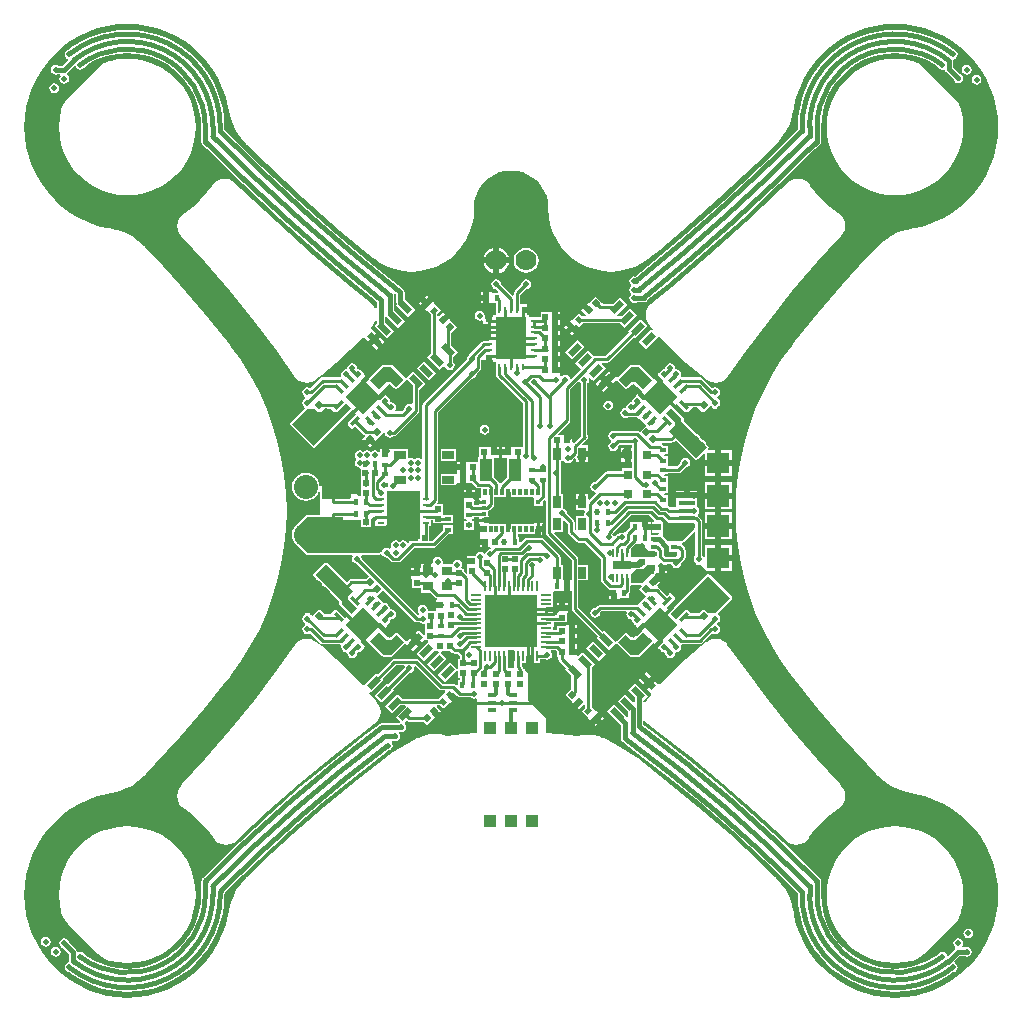
<source format=gtl>
G04 Layer_Physical_Order=1*
G04 Layer_Color=255*
%FSAX25Y25*%
%MOIN*%
G70*
G01*
G75*
%ADD10C,0.01500*%
%ADD11R,0.03543X0.03150*%
%ADD12R,0.02047X0.01969*%
%ADD13R,0.02362X0.00945*%
%ADD14R,0.10433X0.08071*%
%ADD15R,0.03543X0.00787*%
%ADD16R,0.17323X0.17323*%
%ADD17R,0.00787X0.03543*%
%ADD18R,0.02362X0.00984*%
%ADD19R,0.00984X0.02362*%
%ADD20R,0.10236X0.14173*%
%ADD21R,0.04331X0.04331*%
%ADD22R,0.04331X0.07480*%
G04:AMPARAMS|DCode=23|XSize=11.81mil|YSize=37.4mil|CornerRadius=0mil|HoleSize=0mil|Usage=FLASHONLY|Rotation=45.000|XOffset=0mil|YOffset=0mil|HoleType=Round|Shape=Rectangle|*
%AMROTATEDRECTD23*
4,1,4,0.00905,-0.01740,-0.01740,0.00905,-0.00905,0.01740,0.01740,-0.00905,0.00905,-0.01740,0.0*
%
%ADD23ROTATEDRECTD23*%

G04:AMPARAMS|DCode=24|XSize=11.81mil|YSize=37.4mil|CornerRadius=0mil|HoleSize=0mil|Usage=FLASHONLY|Rotation=315.000|XOffset=0mil|YOffset=0mil|HoleType=Round|Shape=Rectangle|*
%AMROTATEDRECTD24*
4,1,4,-0.01740,-0.00905,0.00905,0.01740,0.01740,0.00905,-0.00905,-0.01740,-0.01740,-0.00905,0.0*
%
%ADD24ROTATEDRECTD24*%

%ADD25P,0.11692X4X360.0*%
G04:AMPARAMS|DCode=26|XSize=37.4mil|YSize=66.93mil|CornerRadius=0mil|HoleSize=0mil|Usage=FLASHONLY|Rotation=45.000|XOffset=0mil|YOffset=0mil|HoleType=Round|Shape=Rectangle|*
%AMROTATEDRECTD26*
4,1,4,0.01044,-0.03689,-0.03689,0.01044,-0.01044,0.03689,0.03689,-0.01044,0.01044,-0.03689,0.0*
%
%ADD26ROTATEDRECTD26*%

G04:AMPARAMS|DCode=27|XSize=27.56mil|YSize=35.43mil|CornerRadius=0mil|HoleSize=0mil|Usage=FLASHONLY|Rotation=225.000|XOffset=0mil|YOffset=0mil|HoleType=Round|Shape=Rectangle|*
%AMROTATEDRECTD27*
4,1,4,-0.00278,0.02227,0.02227,-0.00278,0.00278,-0.02227,-0.02227,0.00278,-0.00278,0.02227,0.0*
%
%ADD27ROTATEDRECTD27*%

G04:AMPARAMS|DCode=28|XSize=19.69mil|YSize=20.47mil|CornerRadius=0mil|HoleSize=0mil|Usage=FLASHONLY|Rotation=45.000|XOffset=0mil|YOffset=0mil|HoleType=Round|Shape=Rectangle|*
%AMROTATEDRECTD28*
4,1,4,0.00028,-0.01420,-0.01420,0.00028,-0.00028,0.01420,0.01420,-0.00028,0.00028,-0.01420,0.0*
%
%ADD28ROTATEDRECTD28*%

G04:AMPARAMS|DCode=29|XSize=19.69mil|YSize=20.47mil|CornerRadius=0mil|HoleSize=0mil|Usage=FLASHONLY|Rotation=315.000|XOffset=0mil|YOffset=0mil|HoleType=Round|Shape=Rectangle|*
%AMROTATEDRECTD29*
4,1,4,-0.01420,-0.00028,0.00028,0.01420,0.01420,0.00028,-0.00028,-0.01420,-0.01420,-0.00028,0.0*
%
%ADD29ROTATEDRECTD29*%

G04:AMPARAMS|DCode=30|XSize=37.4mil|YSize=66.93mil|CornerRadius=0mil|HoleSize=0mil|Usage=FLASHONLY|Rotation=135.000|XOffset=0mil|YOffset=0mil|HoleType=Round|Shape=Rectangle|*
%AMROTATEDRECTD30*
4,1,4,0.03689,0.01044,-0.01044,-0.03689,-0.03689,-0.01044,0.01044,0.03689,0.03689,0.01044,0.0*
%
%ADD30ROTATEDRECTD30*%

G04:AMPARAMS|DCode=31|XSize=17.72mil|YSize=21.65mil|CornerRadius=0mil|HoleSize=0mil|Usage=FLASHONLY|Rotation=135.000|XOffset=0mil|YOffset=0mil|HoleType=Round|Shape=Rectangle|*
%AMROTATEDRECTD31*
4,1,4,0.01392,0.00139,-0.00139,-0.01392,-0.01392,-0.00139,0.00139,0.01392,0.01392,0.00139,0.0*
%
%ADD31ROTATEDRECTD31*%

G04:AMPARAMS|DCode=32|XSize=22.05mil|YSize=47.01mil|CornerRadius=0mil|HoleSize=0mil|Usage=FLASHONLY|Rotation=315.000|XOffset=0mil|YOffset=0mil|HoleType=Round|Shape=Rectangle|*
%AMROTATEDRECTD32*
4,1,4,-0.02442,-0.00883,0.00883,0.02442,0.02442,0.00883,-0.00883,-0.02442,-0.02442,-0.00883,0.0*
%
%ADD32ROTATEDRECTD32*%

G04:AMPARAMS|DCode=33|XSize=17.72mil|YSize=21.65mil|CornerRadius=0mil|HoleSize=0mil|Usage=FLASHONLY|Rotation=225.000|XOffset=0mil|YOffset=0mil|HoleType=Round|Shape=Rectangle|*
%AMROTATEDRECTD33*
4,1,4,-0.00139,0.01392,0.01392,-0.00139,0.00139,-0.01392,-0.01392,0.00139,-0.00139,0.01392,0.0*
%
%ADD33ROTATEDRECTD33*%

%ADD34P,0.11692X4X270.0*%
G04:AMPARAMS|DCode=35|XSize=22.05mil|YSize=47.01mil|CornerRadius=0mil|HoleSize=0mil|Usage=FLASHONLY|Rotation=45.000|XOffset=0mil|YOffset=0mil|HoleType=Round|Shape=Rectangle|*
%AMROTATEDRECTD35*
4,1,4,0.00883,-0.02442,-0.02442,0.00883,-0.00883,0.02442,0.02442,-0.00883,0.00883,-0.02442,0.0*
%
%ADD35ROTATEDRECTD35*%

G04:AMPARAMS|DCode=36|XSize=27.56mil|YSize=35.43mil|CornerRadius=0mil|HoleSize=0mil|Usage=FLASHONLY|Rotation=135.000|XOffset=0mil|YOffset=0mil|HoleType=Round|Shape=Rectangle|*
%AMROTATEDRECTD36*
4,1,4,0.02227,0.00278,-0.00278,-0.02227,-0.02227,-0.00278,0.00278,0.02227,0.02227,0.00278,0.0*
%
%ADD36ROTATEDRECTD36*%

%ADD37R,0.01969X0.02047*%
%ADD38R,0.01772X0.02165*%
%ADD39R,0.02165X0.01772*%
%ADD40R,0.01181X0.02067*%
%ADD41R,0.01673X0.01181*%
%ADD42R,0.06693X0.03543*%
%ADD43R,0.03150X0.01181*%
%ADD44R,0.02559X0.03937*%
%ADD45R,0.05600X0.01400*%
%ADD46R,0.07500X0.07100*%
%ADD47R,0.07500X0.07500*%
%ADD48R,0.02756X0.03150*%
%ADD49R,0.03937X0.02559*%
%ADD50R,0.01969X0.01772*%
%ADD51R,0.05906X0.03110*%
%ADD52R,0.00787X0.02756*%
%ADD53C,0.01000*%
%ADD54C,0.02000*%
%ADD55C,0.00900*%
%ADD56C,0.00870*%
%ADD57C,0.01800*%
%ADD58C,0.01300*%
%ADD59C,0.01350*%
%ADD60R,0.00984X0.11811*%
%ADD61C,0.07000*%
%ADD62C,0.08000*%
%ADD63C,0.02000*%
G36*
X0350250Y0300250D02*
X0348500Y0298500D01*
X0348500Y0297500D01*
X0351500Y0294500D01*
X0349750Y0292750D01*
X0346500Y0296000D01*
Y0297000D01*
X0337750Y0305750D01*
X0341250Y0309250D01*
X0350250Y0300250D01*
D02*
G37*
G36*
X0476000Y0298000D02*
X0471000Y0293000D01*
X0468500D01*
X0467500Y0294000D01*
X0466500Y0294000D01*
X0465500Y0293000D01*
X0463000D01*
X0462000Y0294000D01*
X0461000Y0294000D01*
X0458000Y0291000D01*
X0456250Y0292750D01*
X0468750Y0305250D01*
X0476000Y0298000D01*
D02*
G37*
G36*
X0425723Y0370067D02*
X0425815Y0369991D01*
X0426146Y0369496D01*
X0426178Y0369475D01*
Y0352005D01*
X0423898Y0349725D01*
X0423398Y0349932D01*
Y0352324D01*
X0422614D01*
Y0350500D01*
X0420614D01*
Y0352324D01*
X0419830D01*
Y0352124D01*
X0418685D01*
X0418494Y0352586D01*
X0422293Y0356385D01*
X0422293Y0356385D01*
X0422536Y0356749D01*
X0422622Y0357178D01*
Y0367505D01*
X0425309Y0370193D01*
X0425723Y0370067D01*
D02*
G37*
G36*
X0361500Y0284000D02*
X0363000Y0284000D01*
X0364750Y0285750D01*
X0367250Y0283250D01*
X0363000Y0279000D01*
X0360500Y0279000D01*
X0356000Y0283500D01*
X0359000Y0286500D01*
X0361500Y0284000D01*
D02*
G37*
G36*
X0450000Y0283500D02*
X0445500Y0279000D01*
X0443000Y0279000D01*
X0438750Y0283250D01*
X0441250Y0285750D01*
X0443000Y0284000D01*
X0444500Y0284000D01*
X0447000Y0286500D01*
X0450000Y0283500D01*
D02*
G37*
G36*
X0372500Y0322165D02*
Y0319824D01*
Y0317500D01*
X0370886D01*
Y0317000D01*
X0369102D01*
Y0316577D01*
X0368918Y0316336D01*
X0368411Y0316269D01*
X0368154Y0316653D01*
X0367624Y0317007D01*
X0367000Y0317131D01*
X0366376Y0317007D01*
X0365846Y0316653D01*
X0365653D01*
X0365124Y0317007D01*
X0364500Y0317131D01*
X0363876Y0317007D01*
X0363347Y0316653D01*
X0362993Y0316124D01*
X0362869Y0315500D01*
X0362973Y0314973D01*
X0362354Y0314354D01*
X0362124Y0314507D01*
X0361500Y0314631D01*
X0360876Y0314507D01*
X0360347Y0314154D01*
X0359993Y0313624D01*
X0359964Y0313478D01*
X0359502Y0313233D01*
X0359354Y0313172D01*
X0359196Y0313156D01*
X0359169Y0313123D01*
X0359091Y0313091D01*
X0359000Y0313000D01*
X0353123D01*
X0353123Y0313000D01*
X0349877D01*
X0349877Y0313000D01*
X0335000D01*
X0331500Y0316500D01*
X0331500Y0321500D01*
X0335000Y0325000D01*
X0347000Y0325000D01*
Y0324000D01*
X0348500D01*
D01*
X0352876D01*
Y0321670D01*
X0352676D01*
Y0321500D01*
X0356324Y0321500D01*
Y0321670D01*
X0356124D01*
Y0324124D01*
X0357039Y0325039D01*
X0357539Y0324832D01*
Y0323759D01*
X0357739D01*
Y0321991D01*
X0361301D01*
Y0322165D01*
X0361500D01*
X0361500Y0333500D01*
X0372500D01*
Y0322165D01*
D02*
G37*
G36*
X0450769Y0323824D02*
X0450707Y0323529D01*
X0450581Y0323324D01*
X0450102D01*
Y0322500D01*
X0451886D01*
Y0320500D01*
X0450102D01*
Y0319676D01*
X0452309D01*
X0452345Y0319575D01*
X0452325Y0319492D01*
X0451988Y0319088D01*
X0450654D01*
X0450434Y0319045D01*
X0449458D01*
Y0320500D01*
X0447772D01*
Y0321500D01*
X0446772D01*
Y0323383D01*
X0446086D01*
Y0323383D01*
X0445714Y0323183D01*
X0442742D01*
Y0321624D01*
X0441117Y0319999D01*
X0441048Y0319897D01*
X0440434Y0319706D01*
X0439810Y0319830D01*
X0439186Y0319706D01*
X0438656Y0319352D01*
X0438625Y0319305D01*
X0438269Y0319235D01*
X0437905Y0318991D01*
X0437905Y0318991D01*
X0437504Y0318590D01*
X0437026Y0318735D01*
X0437007Y0318829D01*
X0436688Y0319306D01*
X0442885Y0325504D01*
X0449089D01*
X0450769Y0323824D01*
D02*
G37*
G36*
X0464000Y0321000D02*
X0460000Y0317000D01*
X0455000D01*
X0453500Y0318500D01*
Y0323000D01*
X0464000D01*
Y0321000D01*
D02*
G37*
G36*
X0396520Y0377302D02*
X0397082D01*
Y0376613D01*
X0397971D01*
Y0375199D01*
X0397941Y0375051D01*
Y0372437D01*
X0397941Y0372437D01*
X0398027Y0372008D01*
X0398270Y0371644D01*
X0406844Y0363070D01*
Y0348563D01*
X0406698Y0348124D01*
X0403670D01*
Y0348324D01*
X0402886D01*
Y0346500D01*
X0401886D01*
Y0345500D01*
X0400102D01*
Y0344676D01*
X0401656D01*
Y0338242D01*
X0399648Y0336234D01*
X0399141Y0336345D01*
X0399092Y0336385D01*
X0398872Y0336714D01*
X0398872Y0336714D01*
X0397344Y0338242D01*
Y0344676D01*
X0398898D01*
Y0345500D01*
X0397114D01*
Y0346500D01*
X0396114D01*
Y0348324D01*
X0395330D01*
Y0348124D01*
X0392302D01*
Y0344876D01*
X0391817Y0344840D01*
X0391813D01*
Y0343576D01*
X0391698Y0343124D01*
X0390153D01*
X0390114Y0343131D01*
X0390075Y0343124D01*
X0388670D01*
Y0343324D01*
X0387886D01*
Y0341500D01*
X0386886D01*
Y0340500D01*
X0385102D01*
Y0339337D01*
X0384639Y0339246D01*
X0384602Y0339246D01*
X0379502D01*
Y0335487D01*
X0384639D01*
Y0336085D01*
X0385102Y0336176D01*
X0385139Y0336176D01*
X0385886D01*
Y0338000D01*
X0387886D01*
Y0336176D01*
X0388670D01*
Y0336376D01*
X0389655D01*
X0391165Y0334867D01*
X0391165Y0334867D01*
X0391529Y0334624D01*
X0391958Y0334538D01*
X0391958Y0334538D01*
X0392951D01*
Y0331518D01*
X0392524Y0331343D01*
X0392259D01*
Y0329106D01*
X0390624D01*
Y0330330D01*
X0390824D01*
Y0331114D01*
X0389000D01*
X0387176D01*
Y0330330D01*
X0387376D01*
Y0328925D01*
X0387369Y0328886D01*
X0387376Y0328847D01*
Y0327733D01*
X0387317Y0327257D01*
X0387317Y0327257D01*
X0387317Y0327257D01*
Y0324286D01*
X0388038D01*
X0388225Y0323786D01*
X0388143Y0323714D01*
X0387317D01*
Y0320743D01*
X0388344D01*
X0388376Y0320721D01*
X0389000Y0320597D01*
X0389624Y0320721D01*
X0389656Y0320743D01*
X0390683D01*
Y0323714D01*
X0389857D01*
X0389775Y0323786D01*
X0389962Y0324286D01*
X0390683D01*
Y0324894D01*
X0392259D01*
Y0322657D01*
X0392751D01*
Y0321849D01*
X0394142D01*
Y0319848D01*
X0392751D01*
Y0319015D01*
X0392751D01*
X0392730Y0318524D01*
X0392602D01*
Y0317700D01*
X0394386D01*
Y0316700D01*
X0395386D01*
Y0314876D01*
X0396083D01*
X0396375Y0314461D01*
X0396038Y0314124D01*
X0396000Y0314131D01*
X0395376Y0314007D01*
X0394847Y0313653D01*
X0394493Y0313124D01*
X0394421Y0312762D01*
X0393890Y0312657D01*
X0393777Y0312826D01*
X0393248Y0313180D01*
X0392624Y0313304D01*
X0391999Y0313180D01*
X0391470Y0312826D01*
X0391116Y0312297D01*
X0391037Y0311898D01*
X0388176D01*
Y0311114D01*
X0390000D01*
Y0309114D01*
X0388176D01*
Y0308330D01*
X0388376D01*
Y0306291D01*
X0387914Y0306100D01*
X0387143Y0306871D01*
X0387124Y0306884D01*
Y0307698D01*
X0386656D01*
X0386389Y0308198D01*
X0386507Y0308376D01*
X0386631Y0309000D01*
X0386507Y0309624D01*
X0386154Y0310154D01*
X0385624Y0310507D01*
X0385000Y0310631D01*
X0384376Y0310507D01*
X0383846Y0310154D01*
X0383493Y0309624D01*
X0383415Y0309234D01*
X0380468D01*
X0380078Y0309734D01*
X0380131Y0310000D01*
X0380007Y0310624D01*
X0379654Y0311154D01*
X0379124Y0311507D01*
X0378500Y0311631D01*
X0377876Y0311507D01*
X0377346Y0311154D01*
X0376993Y0310624D01*
X0376869Y0310000D01*
X0376904Y0309820D01*
X0376587Y0309434D01*
X0376350D01*
Y0307059D01*
X0374350D01*
Y0309434D01*
X0372779D01*
Y0307898D01*
X0372500D01*
Y0306114D01*
X0371500D01*
Y0305114D01*
X0369676D01*
Y0304330D01*
X0369876D01*
Y0301302D01*
X0372979D01*
Y0299766D01*
X0376011D01*
X0377584Y0298193D01*
X0377932Y0297961D01*
X0378341Y0297879D01*
X0378341Y0297879D01*
X0378334Y0297383D01*
X0378043D01*
Y0296500D01*
X0379728D01*
Y0294500D01*
X0378043D01*
Y0294094D01*
X0377970Y0293624D01*
X0375440D01*
X0375131Y0294000D01*
X0375007Y0294624D01*
X0374654Y0295153D01*
X0374124Y0295507D01*
X0373500Y0295631D01*
X0372876Y0295507D01*
X0372346Y0295153D01*
X0371993Y0294624D01*
X0371869Y0294000D01*
X0371993Y0293376D01*
X0372346Y0292846D01*
X0372192Y0292348D01*
X0372013Y0292196D01*
X0371872Y0292214D01*
X0353124Y0310962D01*
X0353131Y0311000D01*
X0353007Y0311624D01*
X0352856Y0311851D01*
X0353123Y0312351D01*
X0359000D01*
X0359459Y0312541D01*
X0359502Y0312583D01*
X0359980Y0312438D01*
X0359993Y0312376D01*
X0360347Y0311846D01*
X0360876Y0311493D01*
X0361500Y0311369D01*
X0361538Y0311376D01*
X0362807Y0310107D01*
X0362807Y0310107D01*
X0363171Y0309864D01*
X0363600Y0309778D01*
X0363600Y0309778D01*
X0365400D01*
X0365400Y0309778D01*
X0365829Y0309864D01*
X0366193Y0310107D01*
X0370841Y0314755D01*
X0377148D01*
X0377148Y0314755D01*
X0377577Y0314840D01*
X0377941Y0315083D01*
X0382100Y0319243D01*
X0383683D01*
Y0322214D01*
X0380317D01*
Y0320632D01*
X0376683Y0316998D01*
X0375698D01*
Y0319624D01*
X0375602D01*
Y0321991D01*
X0376261D01*
Y0323910D01*
X0376876D01*
Y0322802D01*
X0380124D01*
Y0322802D01*
X0380317Y0322786D01*
Y0322786D01*
X0380617Y0322786D01*
X0383683D01*
Y0325758D01*
X0380511D01*
X0380224Y0325959D01*
X0380124Y0326177D01*
Y0329198D01*
X0378438D01*
X0378246Y0329660D01*
X0378293Y0329707D01*
X0378293Y0329707D01*
X0378536Y0330071D01*
X0378622Y0330500D01*
Y0359823D01*
X0389793Y0370994D01*
X0389831Y0370987D01*
X0390455Y0371111D01*
X0390984Y0371465D01*
X0391338Y0371994D01*
X0391462Y0372618D01*
X0391455Y0372656D01*
X0392724Y0373925D01*
X0392724Y0373925D01*
X0392967Y0374289D01*
X0393052Y0374718D01*
X0393052Y0374718D01*
Y0377269D01*
X0393539Y0377302D01*
Y0377302D01*
X0394520D01*
Y0378594D01*
X0396520D01*
Y0377302D01*
D02*
G37*
G36*
X0449000Y0313500D02*
X0451000Y0313500D01*
Y0311500D01*
X0443000Y0311500D01*
X0443000Y0314500D01*
X0444500Y0316000D01*
X0446500Y0316000D01*
X0449000Y0313500D01*
D02*
G37*
G36*
X0421878Y0322675D02*
Y0320000D01*
X0421878Y0320000D01*
X0421964Y0319571D01*
X0422207Y0319207D01*
X0424707Y0316707D01*
X0424707Y0316707D01*
X0425071Y0316464D01*
X0425500Y0316378D01*
X0427507D01*
X0432878Y0311007D01*
Y0304030D01*
X0432878Y0304030D01*
X0432964Y0303601D01*
X0433207Y0303237D01*
X0435237Y0301207D01*
X0435542Y0301003D01*
Y0300500D01*
X0437228D01*
Y0299500D01*
X0438228D01*
Y0297617D01*
X0438914D01*
Y0297617D01*
X0439286Y0297817D01*
X0442257D01*
Y0299472D01*
X0442332Y0299546D01*
X0442564Y0299893D01*
X0442645Y0300303D01*
Y0302052D01*
X0443000Y0302350D01*
X0446347Y0302351D01*
X0446592Y0301890D01*
X0446593Y0301889D01*
X0445590Y0300887D01*
X0447886Y0298590D01*
X0447626Y0298198D01*
X0447211Y0297783D01*
Y0297783D01*
X0445755Y0296327D01*
X0445401Y0295973D01*
X0445005Y0295722D01*
X0432600D01*
X0432600Y0295722D01*
X0432171Y0295636D01*
X0431807Y0295393D01*
X0431807Y0295393D01*
X0431038Y0294624D01*
X0431000Y0294631D01*
X0430376Y0294507D01*
X0429846Y0294153D01*
X0429493Y0293624D01*
X0429369Y0293000D01*
X0429493Y0292376D01*
X0429846Y0291846D01*
X0430376Y0291493D01*
X0431000Y0291369D01*
X0431624Y0291493D01*
X0432154Y0291846D01*
X0432507Y0292376D01*
X0432631Y0293000D01*
X0432624Y0293038D01*
X0433065Y0293478D01*
X0441174D01*
X0441464Y0292978D01*
X0441369Y0292500D01*
X0441493Y0291876D01*
X0441847Y0291347D01*
X0442376Y0290993D01*
X0442935Y0290882D01*
X0443052Y0290816D01*
X0443316Y0290552D01*
X0443382Y0290435D01*
X0443493Y0289876D01*
X0443847Y0289347D01*
X0444376Y0288993D01*
X0444458Y0288977D01*
X0444603Y0288498D01*
X0444553Y0288448D01*
X0446000Y0287000D01*
X0444000Y0285000D01*
X0443000Y0285000D01*
X0442053Y0285948D01*
X0442012Y0285907D01*
X0441709Y0286209D01*
X0441250Y0286399D01*
X0440791Y0286209D01*
X0438291Y0283709D01*
X0438209Y0283512D01*
X0437639Y0283376D01*
X0433885Y0287130D01*
X0433474Y0286719D01*
X0425376Y0294817D01*
Y0303861D01*
X0428513D01*
Y0306981D01*
X0428517Y0307000D01*
X0428513Y0307019D01*
Y0308998D01*
X0425376D01*
Y0311008D01*
X0425290Y0311438D01*
X0425047Y0311802D01*
X0425047Y0311802D01*
X0417308Y0319540D01*
X0417500Y0320002D01*
X0420246D01*
Y0323654D01*
X0420708Y0323846D01*
X0421878Y0322675D01*
D02*
G37*
G36*
X0450500Y0306000D02*
X0449500D01*
X0446500Y0303000D01*
X0443000Y0303000D01*
X0443000Y0306000D01*
X0444500Y0307500D01*
X0447000Y0307500D01*
X0448500Y0309000D01*
X0450500D01*
Y0306000D01*
D02*
G37*
G36*
X0450000Y0370500D02*
X0447000Y0367500D01*
X0444500Y0370000D01*
X0443000Y0370000D01*
X0441250Y0368250D01*
X0438750Y0370750D01*
X0443000Y0375000D01*
X0445500Y0375000D01*
X0450000Y0370500D01*
D02*
G37*
G36*
X0459500Y0358000D02*
Y0357000D01*
X0468250Y0348250D01*
X0464750Y0344750D01*
X0455750Y0353750D01*
X0457500Y0355500D01*
X0457500Y0356500D01*
X0454500Y0359500D01*
X0456250Y0361250D01*
X0459500Y0358000D01*
D02*
G37*
G36*
X0534317Y0489112D02*
X0537649Y0488618D01*
X0540917Y0487799D01*
X0544088Y0486664D01*
X0547133Y0485224D01*
X0550022Y0483493D01*
X0552728Y0481486D01*
X0555224Y0479224D01*
X0557486Y0476728D01*
X0559492Y0474022D01*
X0561224Y0471133D01*
X0562664Y0468088D01*
X0563799Y0464917D01*
X0564618Y0461649D01*
X0565112Y0458317D01*
X0565277Y0454953D01*
X0565112Y0451588D01*
X0564618Y0448256D01*
X0563799Y0444989D01*
X0562664Y0441817D01*
X0561224Y0438772D01*
X0559492Y0435883D01*
X0557486Y0433178D01*
X0555224Y0430682D01*
X0552728Y0428420D01*
X0550022Y0426413D01*
X0547133Y0424681D01*
X0544088Y0423241D01*
X0540917Y0422106D01*
X0537649Y0421288D01*
X0536543Y0421124D01*
X0536548Y0421090D01*
X0534548Y0420692D01*
X0531967Y0419816D01*
X0529524Y0418611D01*
X0527258Y0417097D01*
X0525285Y0415367D01*
X0525210Y0415301D01*
X0524949Y0415003D01*
X0524619Y0414634D01*
X0521586Y0411504D01*
X0513313Y0402412D01*
X0505330Y0393064D01*
X0497644Y0383471D01*
X0496889Y0382466D01*
X0496576Y0382085D01*
X0496532Y0382031D01*
X0496284Y0381685D01*
X0493086Y0377223D01*
X0489963Y0372199D01*
X0487174Y0366982D01*
X0484733Y0361594D01*
X0482649Y0356058D01*
X0480932Y0350397D01*
X0479589Y0344636D01*
X0478625Y0338799D01*
X0478045Y0332912D01*
X0477852Y0327000D01*
X0478045Y0321088D01*
X0478625Y0315201D01*
X0479589Y0309364D01*
X0480932Y0303603D01*
X0482649Y0297942D01*
X0484733Y0292406D01*
X0487174Y0287018D01*
X0489963Y0281801D01*
X0493086Y0276777D01*
X0496281Y0272319D01*
X0496532Y0271969D01*
X0496576Y0271915D01*
X0496889Y0271534D01*
X0497644Y0270529D01*
X0505330Y0260936D01*
X0513313Y0251588D01*
X0521586Y0242496D01*
X0524619Y0239366D01*
X0524949Y0238997D01*
X0525210Y0238699D01*
X0525285Y0238633D01*
X0527258Y0236903D01*
X0529524Y0235389D01*
X0531967Y0234184D01*
X0534548Y0233308D01*
X0536548Y0232910D01*
X0536543Y0232876D01*
X0537649Y0232712D01*
X0540917Y0231894D01*
X0544088Y0230759D01*
X0547133Y0229319D01*
X0550022Y0227587D01*
X0552728Y0225580D01*
X0555224Y0223318D01*
X0557486Y0220822D01*
X0559492Y0218117D01*
X0561224Y0215228D01*
X0562664Y0212183D01*
X0563799Y0209011D01*
X0564618Y0205744D01*
X0565112Y0202412D01*
X0565277Y0199047D01*
X0565112Y0195683D01*
X0564618Y0192351D01*
X0563799Y0189083D01*
X0562664Y0185912D01*
X0561224Y0182867D01*
X0559492Y0179978D01*
X0557486Y0177272D01*
X0555224Y0174776D01*
X0552728Y0172514D01*
X0550022Y0170508D01*
X0547133Y0168776D01*
X0544088Y0167336D01*
X0540917Y0166201D01*
X0537649Y0165382D01*
X0534317Y0164888D01*
X0530953Y0164723D01*
X0527588Y0164888D01*
X0524256Y0165382D01*
X0520989Y0166201D01*
X0517817Y0167336D01*
X0514772Y0168776D01*
X0511883Y0170508D01*
X0509178Y0172514D01*
X0506682Y0174776D01*
X0504420Y0177272D01*
X0502413Y0179978D01*
X0500681Y0182867D01*
X0499241Y0185912D01*
X0498106Y0189083D01*
X0497288Y0192351D01*
X0497121Y0193473D01*
X0497088Y0193468D01*
X0497088Y0193468D01*
X0496688Y0195478D01*
X0495812Y0198058D01*
X0494607Y0200502D01*
X0493093Y0202767D01*
X0491425Y0204669D01*
X0491297Y0204816D01*
X0491066Y0205018D01*
X0490694Y0205342D01*
X0486241Y0209672D01*
X0475879Y0219197D01*
X0465254Y0228427D01*
X0454374Y0237356D01*
X0447131Y0242968D01*
X0446866Y0243174D01*
X0446856Y0243189D01*
X0446856Y0243189D01*
X0446745Y0243286D01*
X0446109Y0243798D01*
X0441891Y0246726D01*
X0437475Y0249347D01*
X0433858Y0251157D01*
X0433859Y0251158D01*
X0433809Y0251186D01*
X0433778Y0251192D01*
X0433581Y0251274D01*
X0433405Y0251347D01*
X0433404Y0251347D01*
X0432313Y0251799D01*
X0430337Y0252273D01*
X0428311Y0252433D01*
X0426285Y0252273D01*
X0425210Y0252015D01*
X0418981Y0252751D01*
X0414500Y0253103D01*
X0414500Y0258000D01*
X0408500Y0264000D01*
Y0273000D01*
X0407624Y0273876D01*
Y0274198D01*
X0407302D01*
X0407060Y0274440D01*
X0406989Y0274796D01*
X0406757Y0275143D01*
X0406456Y0275443D01*
Y0276306D01*
X0407318D01*
Y0276105D01*
X0407512D01*
Y0276305D01*
X0407931D01*
Y0278677D01*
X0410591D01*
X0410668Y0278291D01*
Y0276305D01*
X0411087D01*
Y0276105D01*
X0411280D01*
Y0276306D01*
X0412655D01*
Y0277607D01*
X0414205D01*
X0414376Y0277493D01*
X0415000Y0277369D01*
X0415624Y0277493D01*
X0416153Y0277847D01*
X0416507Y0278376D01*
X0416631Y0279000D01*
X0416507Y0279624D01*
X0416217Y0280059D01*
X0416326Y0280400D01*
X0416438Y0280559D01*
X0417812D01*
X0418274Y0280098D01*
X0418255Y0280000D01*
X0418302Y0279763D01*
Y0278376D01*
X0418764D01*
Y0277508D01*
X0418764Y0277507D01*
X0418850Y0277078D01*
X0419093Y0276714D01*
X0421281Y0274526D01*
X0420870Y0274115D01*
X0423039Y0271947D01*
Y0267562D01*
X0421090Y0265614D01*
X0423232Y0263472D01*
X0423090Y0263331D01*
X0423645Y0262776D01*
X0424934Y0264066D01*
X0426348Y0262651D01*
X0425059Y0261362D01*
X0425614Y0260807D01*
X0427164Y0262358D01*
X0427626Y0262166D01*
Y0261232D01*
X0426507Y0260114D01*
X0428517Y0258103D01*
X0428576Y0258044D01*
X0428729Y0257608D01*
X0428762Y0257576D01*
X0429214Y0257123D01*
X0430546Y0258454D01*
X0431877Y0259786D01*
X0431424Y0260238D01*
X0431392Y0260271D01*
X0430956Y0260424D01*
X0429869Y0261511D01*
Y0274769D01*
X0430986Y0275886D01*
X0426814Y0280059D01*
X0425398Y0278643D01*
X0424898Y0278851D01*
Y0279000D01*
X0423114D01*
Y0281000D01*
X0424898D01*
Y0281676D01*
Y0282500D01*
X0423114D01*
Y0284500D01*
X0424898D01*
Y0285176D01*
Y0286000D01*
X0423114D01*
Y0287000D01*
X0422114D01*
Y0288824D01*
X0421330D01*
Y0288624D01*
X0419925D01*
X0419886Y0288631D01*
X0419847Y0288624D01*
X0418302D01*
Y0287425D01*
X0416986D01*
Y0288310D01*
X0417186D01*
Y0290008D01*
X0418376D01*
Y0289802D01*
X0421624D01*
Y0292830D01*
X0421824D01*
Y0293614D01*
X0420000D01*
X0418176D01*
Y0292830D01*
X0418376D01*
Y0292149D01*
X0417186D01*
Y0293228D01*
X0414614D01*
Y0294809D01*
X0416986D01*
Y0295228D01*
X0417186D01*
Y0295422D01*
X0416986D01*
Y0299918D01*
X0416986Y0299946D01*
X0417298Y0300317D01*
X0419714D01*
X0420086Y0300117D01*
Y0300117D01*
X0420772D01*
Y0302000D01*
Y0303883D01*
X0420246D01*
Y0308998D01*
X0419488D01*
Y0311634D01*
X0419488Y0311634D01*
X0419402Y0312063D01*
X0419159Y0312427D01*
X0419159Y0312427D01*
X0413893Y0317693D01*
X0413529Y0317936D01*
X0413100Y0318022D01*
X0413100Y0318021D01*
X0408196D01*
X0407767Y0317936D01*
X0407403Y0317693D01*
X0407403Y0317693D01*
X0406219Y0316510D01*
X0405758Y0316701D01*
Y0318383D01*
X0405122D01*
Y0319215D01*
X0410468D01*
Y0319015D01*
X0410858D01*
Y0319215D01*
X0411081D01*
Y0320848D01*
X0411858D01*
Y0321849D01*
X0413249D01*
Y0322657D01*
X0413741D01*
Y0323047D01*
X0412104D01*
X0410468D01*
Y0322482D01*
X0403406D01*
Y0322682D01*
X0403016D01*
Y0322482D01*
X0402794D01*
Y0320848D01*
X0401238D01*
Y0322482D01*
X0401016D01*
Y0322682D01*
X0400625D01*
Y0322482D01*
X0395532D01*
Y0323047D01*
X0393896D01*
Y0324825D01*
X0395333D01*
Y0325047D01*
X0395532D01*
Y0325438D01*
X0395332D01*
Y0326932D01*
X0395413Y0326948D01*
X0395777Y0327191D01*
X0396903Y0328317D01*
X0397146Y0328681D01*
X0397232Y0329110D01*
X0397232Y0329110D01*
Y0331518D01*
X0400625D01*
Y0331318D01*
X0401016D01*
Y0331518D01*
X0401238D01*
Y0333152D01*
X0402794D01*
Y0331518D01*
X0403016D01*
Y0331318D01*
X0403406D01*
Y0331518D01*
X0410365D01*
X0410668Y0331143D01*
Y0329375D01*
X0410468D01*
Y0328984D01*
X0410668D01*
Y0328762D01*
X0412104D01*
X0413541D01*
Y0328984D01*
X0413741D01*
Y0329375D01*
X0413541D01*
Y0330020D01*
X0414061Y0330540D01*
X0414561Y0330333D01*
Y0319580D01*
X0414561Y0319580D01*
X0414646Y0319151D01*
X0414890Y0318787D01*
X0423133Y0310544D01*
Y0303883D01*
X0422772D01*
Y0302000D01*
Y0300117D01*
X0423133D01*
Y0294352D01*
X0423133Y0294352D01*
X0423218Y0293923D01*
X0423461Y0293559D01*
X0431888Y0285133D01*
X0431477Y0284722D01*
X0435649Y0280550D01*
X0437791Y0282691D01*
X0438266Y0282786D01*
X0438430Y0282651D01*
X0442541Y0278541D01*
X0443000Y0278351D01*
X0445500Y0278351D01*
X0445959Y0278541D01*
X0447282Y0279863D01*
X0447323Y0279823D01*
X0450500Y0283000D01*
X0452000Y0281500D01*
Y0281102D01*
X0452477Y0280958D01*
X0452493Y0280876D01*
X0452846Y0280346D01*
X0453376Y0279993D01*
X0453935Y0279882D01*
X0454052Y0279816D01*
X0454316Y0279552D01*
X0454382Y0279435D01*
X0454493Y0278876D01*
X0454846Y0278346D01*
X0455376Y0277993D01*
X0456000Y0277869D01*
X0456624Y0277993D01*
X0457154Y0278346D01*
X0457507Y0278876D01*
X0457618Y0279435D01*
X0457712Y0279603D01*
X0457897Y0279788D01*
X0458065Y0279882D01*
X0458624Y0279993D01*
X0459154Y0280346D01*
X0459507Y0280876D01*
X0459631Y0281500D01*
X0459621Y0281553D01*
X0459599Y0282027D01*
D01*
X0459599Y0282027D01*
X0460035Y0282463D01*
X0465848D01*
X0465848Y0282463D01*
X0466277Y0282549D01*
X0466641Y0282792D01*
X0470056Y0286207D01*
X0470376Y0285993D01*
X0471000Y0285869D01*
X0471624Y0285993D01*
X0472154Y0286347D01*
X0472507Y0286876D01*
X0472631Y0287500D01*
X0472507Y0288124D01*
X0472154Y0288653D01*
X0471652Y0288989D01*
X0471624Y0289202D01*
Y0289298D01*
X0471652Y0289511D01*
X0472154Y0289846D01*
X0472507Y0290376D01*
X0472631Y0291000D01*
X0472507Y0291624D01*
X0472154Y0292154D01*
X0471929Y0292303D01*
X0471851Y0292933D01*
X0476459Y0297541D01*
X0476459Y0297541D01*
X0476649Y0298000D01*
X0476459Y0298459D01*
X0469209Y0305709D01*
X0468947Y0305818D01*
X0468923Y0305941D01*
Y0305941D01*
X0468682Y0306182D01*
X0456000Y0293500D01*
X0454750Y0294750D01*
X0457500Y0297500D01*
X0457500Y0298363D01*
X0455832Y0300031D01*
X0455772Y0299384D01*
X0455026Y0298639D01*
X0452250Y0301415D01*
X0451921Y0301635D01*
X0451881Y0301684D01*
X0451770Y0302191D01*
X0452693Y0303114D01*
X0452110Y0303696D01*
X0450848Y0302434D01*
X0449434Y0303849D01*
X0450921Y0305336D01*
X0450959Y0305541D01*
X0451061Y0305788D01*
X0451330Y0306176D01*
X0452114D01*
Y0308000D01*
X0453114D01*
Y0309000D01*
X0454898D01*
Y0309319D01*
X0456405D01*
X0456493Y0308876D01*
X0456847Y0308347D01*
X0457376Y0307993D01*
X0458000Y0307869D01*
X0458624Y0307993D01*
X0459154Y0308347D01*
X0459507Y0308876D01*
X0459631Y0309500D01*
X0459624Y0309538D01*
X0460793Y0310707D01*
X0460793Y0310707D01*
X0461036Y0311071D01*
X0461122Y0311500D01*
X0461122Y0311500D01*
Y0314000D01*
X0461036Y0314429D01*
X0460793Y0314793D01*
X0460793Y0314793D01*
X0459793Y0315793D01*
X0459707Y0315851D01*
X0459859Y0316351D01*
X0460000D01*
X0460459Y0316541D01*
X0463916Y0319998D01*
X0464378Y0319807D01*
Y0312175D01*
X0464347Y0312154D01*
X0463993Y0311624D01*
X0463869Y0311000D01*
X0463993Y0310376D01*
X0464347Y0309846D01*
X0464479Y0309758D01*
X0464543Y0309114D01*
X0464429Y0309000D01*
X0466000D01*
X0468464Y0306536D01*
X0468615Y0306902D01*
X0471000D01*
Y0311252D01*
Y0315602D01*
X0467450D01*
Y0311793D01*
X0467349Y0311755D01*
X0466950Y0311710D01*
X0466653Y0312154D01*
X0466622Y0312175D01*
Y0323500D01*
X0466536Y0323929D01*
X0466293Y0324293D01*
X0466293Y0324293D01*
X0465293Y0325293D01*
X0465259Y0325316D01*
X0465196Y0325634D01*
X0465219Y0325944D01*
X0465507Y0326376D01*
X0465631Y0327000D01*
X0465507Y0327624D01*
X0465154Y0328153D01*
X0464900Y0328323D01*
Y0330700D01*
X0465100D01*
Y0331200D01*
X0461500D01*
Y0332200D01*
D01*
Y0331200D01*
X0457900D01*
Y0330700D01*
X0458100D01*
Y0328121D01*
X0455965D01*
X0455550Y0328536D01*
X0455219Y0328757D01*
X0455183Y0329242D01*
X0455183Y0329242D01*
X0455183Y0329242D01*
Y0332214D01*
X0453986D01*
X0453938Y0332286D01*
X0454206Y0332786D01*
X0455183D01*
Y0334240D01*
X0455189Y0334272D01*
X0455183Y0334303D01*
Y0338714D01*
X0453986D01*
X0453938Y0338786D01*
X0454206Y0339286D01*
X0455183D01*
Y0339650D01*
X0458772D01*
X0458772Y0339650D01*
X0459201Y0339736D01*
X0459565Y0339979D01*
X0460962Y0341376D01*
X0461000Y0341369D01*
X0461624Y0341493D01*
X0462153Y0341846D01*
X0462507Y0342376D01*
X0462631Y0343000D01*
X0462507Y0343624D01*
X0462153Y0344153D01*
X0461624Y0344507D01*
X0461000Y0344631D01*
X0460376Y0344507D01*
X0459846Y0344153D01*
X0459493Y0343624D01*
X0459369Y0343000D01*
X0459376Y0342962D01*
X0458307Y0341893D01*
X0455183D01*
Y0345214D01*
X0453986D01*
X0453938Y0345286D01*
X0454206Y0345786D01*
X0455183D01*
Y0348758D01*
X0453600D01*
X0453226Y0349132D01*
X0453068Y0349237D01*
X0453220Y0349737D01*
X0456359D01*
X0456359Y0349737D01*
X0456788Y0349822D01*
X0457152Y0350065D01*
X0457834Y0350748D01*
X0464291Y0344291D01*
X0464291Y0344291D01*
X0464750Y0344101D01*
X0464753Y0344102D01*
X0465209Y0344291D01*
X0466988Y0346070D01*
X0467450Y0345878D01*
Y0343800D01*
X0471000D01*
Y0347150D01*
X0469074D01*
X0468688Y0347636D01*
X0468709Y0347791D01*
X0468899Y0348250D01*
X0468898Y0348253D01*
X0468709Y0348709D01*
X0468060Y0349358D01*
X0468007Y0349624D01*
X0467654Y0350153D01*
X0467654Y0350153D01*
X0467124Y0350507D01*
X0466858Y0350560D01*
X0466060Y0351358D01*
X0466007Y0351624D01*
X0465654Y0352153D01*
X0465654Y0352154D01*
X0465124Y0352507D01*
X0464858Y0352560D01*
X0463278Y0354141D01*
X0463362Y0354225D01*
X0460500Y0357088D01*
Y0358000D01*
X0457000Y0361500D01*
X0458250Y0362750D01*
X0461000Y0360000D01*
X0462000Y0360000D01*
X0463500Y0361500D01*
X0465000Y0361500D01*
X0466500Y0360000D01*
X0467296D01*
X0469204Y0361908D01*
X0469817Y0361890D01*
X0469846Y0361846D01*
X0470104Y0361675D01*
X0470194Y0361058D01*
X0470194Y0361058D01*
X0471576Y0361058D01*
X0471721Y0361557D01*
X0472154Y0361846D01*
X0472507Y0362376D01*
X0472631Y0363000D01*
X0472507Y0363624D01*
X0472154Y0364154D01*
X0471652Y0364489D01*
X0471624Y0364702D01*
Y0364798D01*
X0471652Y0365011D01*
X0472154Y0365347D01*
X0472507Y0365876D01*
X0472631Y0366500D01*
X0472507Y0367124D01*
X0472154Y0367653D01*
X0471624Y0368007D01*
X0471000Y0368131D01*
X0470376Y0368007D01*
X0470056Y0367793D01*
X0466641Y0371208D01*
X0466277Y0371451D01*
X0465848Y0371537D01*
X0465848Y0371537D01*
X0460035D01*
X0459599Y0371973D01*
X0459599Y0371973D01*
X0459599Y0371973D01*
X0459622Y0372453D01*
X0459631Y0372500D01*
X0459507Y0373124D01*
X0459154Y0373654D01*
X0458624Y0374007D01*
X0458000Y0374131D01*
X0457981Y0374128D01*
X0457712Y0374397D01*
X0457618Y0374565D01*
X0457507Y0375124D01*
X0457154Y0375654D01*
X0456624Y0376007D01*
X0456000Y0376131D01*
X0455376Y0376007D01*
X0454846Y0375654D01*
X0454493Y0375124D01*
X0454382Y0374565D01*
X0454316Y0374448D01*
X0454052Y0374184D01*
X0453935Y0374118D01*
X0453376Y0374007D01*
X0452846Y0373654D01*
X0452493Y0373124D01*
X0452477Y0373042D01*
X0452000Y0372898D01*
Y0372500D01*
X0450500Y0371000D01*
X0447323Y0374177D01*
X0447282Y0374137D01*
X0445959Y0375459D01*
X0445500Y0375649D01*
X0443000Y0375649D01*
X0442541Y0375459D01*
X0438586Y0371504D01*
X0437903Y0371480D01*
X0437702Y0371681D01*
X0436181Y0370160D01*
X0436819Y0369522D01*
X0437702Y0370405D01*
X0437841Y0370426D01*
X0438291Y0370291D01*
X0440791Y0367791D01*
X0441250Y0367601D01*
X0441709Y0367791D01*
X0442012Y0368093D01*
X0442052Y0368052D01*
X0443000Y0369000D01*
X0444000Y0369000D01*
X0446000Y0367000D01*
X0444552Y0365552D01*
X0444603Y0365502D01*
X0444458Y0365023D01*
X0444376Y0365007D01*
X0443847Y0364653D01*
X0443493Y0364124D01*
X0443382Y0363565D01*
X0443316Y0363448D01*
X0443052Y0363184D01*
X0442935Y0363118D01*
X0442376Y0363007D01*
X0441847Y0362653D01*
X0441493Y0362124D01*
X0441369Y0361500D01*
X0440916Y0361215D01*
X0440376Y0361107D01*
X0439847Y0360753D01*
X0439493Y0360224D01*
X0439369Y0359600D01*
X0439493Y0358976D01*
X0439847Y0358447D01*
X0440376Y0358093D01*
X0441000Y0357969D01*
X0441624Y0358093D01*
X0441902Y0358278D01*
X0445005D01*
X0445401Y0358027D01*
X0445401D01*
X0445755Y0357673D01*
X0447211Y0356217D01*
Y0356217D01*
X0447626Y0355802D01*
X0447886Y0355410D01*
X0445779Y0353302D01*
X0445429Y0353536D01*
X0445000Y0353622D01*
X0445000Y0353622D01*
X0437500D01*
X0437500Y0353622D01*
X0437275Y0353577D01*
X0437000Y0353631D01*
X0436376Y0353507D01*
X0435847Y0353153D01*
X0435493Y0352624D01*
X0435369Y0352000D01*
X0435493Y0351376D01*
X0435847Y0350847D01*
X0436348Y0350511D01*
X0436376Y0350298D01*
Y0350202D01*
X0436348Y0349989D01*
X0435847Y0349654D01*
X0435493Y0349124D01*
X0435369Y0348500D01*
X0435493Y0347876D01*
X0435847Y0347346D01*
X0436376Y0346993D01*
X0437000Y0346869D01*
X0437624Y0346993D01*
X0438154Y0347346D01*
X0438507Y0347876D01*
X0438631Y0348500D01*
X0438624Y0348538D01*
X0439136Y0349050D01*
X0443153D01*
X0443175Y0349018D01*
X0443207Y0348997D01*
Y0347875D01*
X0442850D01*
Y0345500D01*
Y0343125D01*
X0443207D01*
Y0341175D01*
X0439872D01*
Y0340122D01*
X0435000D01*
X0434571Y0340036D01*
X0434207Y0339793D01*
X0434207Y0339793D01*
X0431038Y0336624D01*
X0431000Y0336631D01*
X0430376Y0336507D01*
X0429846Y0336154D01*
X0429493Y0335624D01*
X0429369Y0335000D01*
X0429493Y0334376D01*
X0429846Y0333846D01*
X0430376Y0333493D01*
X0431000Y0333369D01*
X0431094Y0333387D01*
X0431341Y0332927D01*
X0429175Y0330762D01*
X0428713Y0330953D01*
Y0332698D01*
X0427634D01*
Y0329929D01*
X0426634D01*
Y0328929D01*
X0424554D01*
Y0327161D01*
X0427250D01*
X0427517Y0326661D01*
X0427493Y0326624D01*
X0427369Y0326000D01*
X0427440Y0325639D01*
X0427095Y0325139D01*
X0424754D01*
Y0320996D01*
X0424254Y0320729D01*
X0424122Y0320818D01*
Y0323139D01*
X0424122Y0323139D01*
X0424036Y0323569D01*
X0423793Y0323932D01*
X0421624Y0326102D01*
X0421631Y0326139D01*
X0421507Y0326764D01*
X0421153Y0327293D01*
X0420624Y0327646D01*
X0420246Y0327722D01*
Y0332498D01*
X0419488D01*
Y0338847D01*
X0419507Y0338876D01*
X0419631Y0339500D01*
X0419507Y0340124D01*
X0419488Y0340153D01*
Y0343502D01*
X0420246D01*
X0420246Y0343502D01*
Y0343502D01*
X0420744Y0343499D01*
X0420847Y0343347D01*
X0421376Y0342993D01*
X0422000Y0342869D01*
X0422624Y0342993D01*
X0423153Y0343347D01*
X0423507Y0343876D01*
X0423518Y0343932D01*
X0424092Y0344506D01*
X0424554Y0344315D01*
Y0343302D01*
X0425634D01*
Y0346071D01*
X0426634D01*
Y0347071D01*
X0428713D01*
Y0348839D01*
X0426838D01*
X0426647Y0349301D01*
X0428293Y0350948D01*
X0428536Y0351311D01*
X0428622Y0351741D01*
X0428536Y0352170D01*
X0428421Y0352343D01*
Y0369475D01*
X0428453Y0369496D01*
X0428806Y0370025D01*
X0428931Y0370650D01*
X0428814Y0371233D01*
X0428837Y0371263D01*
X0429375Y0371380D01*
X0430349Y0370406D01*
X0434521Y0374578D01*
X0433183Y0375917D01*
X0433375Y0376378D01*
X0435036D01*
X0435036Y0376378D01*
X0435465Y0376464D01*
X0435829Y0376707D01*
X0444011Y0384889D01*
X0444421Y0384478D01*
X0448594Y0388651D01*
X0446186Y0391058D01*
X0442014Y0386886D01*
X0442425Y0386475D01*
X0434571Y0378622D01*
X0431079D01*
X0431079Y0378622D01*
X0430650Y0378536D01*
X0430598Y0378502D01*
X0428578Y0380521D01*
X0424406Y0376349D01*
X0426349Y0374406D01*
X0423000Y0371056D01*
X0422522Y0371201D01*
X0422507Y0371274D01*
X0422154Y0371803D01*
X0421624Y0372157D01*
X0421000Y0372281D01*
X0420376Y0372157D01*
X0419846Y0371803D01*
X0419469Y0371924D01*
X0419398Y0372176D01*
X0419398Y0372176D01*
Y0373000D01*
X0417614D01*
Y0375000D01*
X0419398D01*
Y0375676D01*
Y0376500D01*
X0417614D01*
Y0378500D01*
X0419398D01*
Y0379176D01*
Y0380000D01*
X0417614D01*
Y0382000D01*
X0419398D01*
Y0382676D01*
Y0383500D01*
X0417614D01*
Y0385500D01*
X0419398D01*
Y0386176D01*
Y0387000D01*
X0417614D01*
Y0389000D01*
X0419398D01*
Y0389676D01*
Y0390500D01*
X0417614D01*
Y0391500D01*
X0416614D01*
Y0393324D01*
X0415830D01*
Y0393124D01*
X0412802D01*
Y0391527D01*
X0410480D01*
X0410332Y0391498D01*
X0408918D01*
Y0392387D01*
X0408229D01*
Y0392949D01*
X0406937D01*
Y0394949D01*
X0408229D01*
Y0395930D01*
X0406090D01*
Y0399004D01*
X0407962Y0400876D01*
X0408000Y0400869D01*
X0408624Y0400993D01*
X0409154Y0401346D01*
X0409507Y0401876D01*
X0409631Y0402500D01*
X0409507Y0403124D01*
X0409154Y0403653D01*
X0408624Y0404007D01*
X0408000Y0404131D01*
X0407376Y0404007D01*
X0406847Y0403653D01*
X0406493Y0403124D01*
X0406369Y0402500D01*
X0406376Y0402462D01*
X0404176Y0400262D01*
X0403932Y0399898D01*
X0403847Y0399468D01*
X0403847Y0399468D01*
Y0398946D01*
X0403347Y0398739D01*
X0399624Y0402462D01*
X0399631Y0402500D01*
X0399507Y0403124D01*
X0399153Y0403653D01*
X0398624Y0404007D01*
X0398000Y0404131D01*
X0397376Y0404007D01*
X0396847Y0403653D01*
X0396493Y0403124D01*
X0396369Y0402500D01*
X0396493Y0401876D01*
X0396847Y0401346D01*
X0397376Y0400993D01*
X0398000Y0400869D01*
X0398038Y0400876D01*
X0398769Y0400145D01*
X0398578Y0399683D01*
X0396831Y0399683D01*
X0396414Y0399883D01*
X0396369Y0399883D01*
X0395728D01*
Y0398000D01*
Y0396117D01*
X0396369D01*
X0396414Y0396117D01*
X0396831Y0396317D01*
X0396914Y0396317D01*
X0397941D01*
Y0393949D01*
X0397971Y0393801D01*
Y0392387D01*
X0397082D01*
Y0391698D01*
X0396520D01*
Y0390406D01*
X0394520D01*
Y0391698D01*
X0394379D01*
X0394131Y0392000D01*
X0394007Y0392624D01*
X0393653Y0393154D01*
X0393124Y0393507D01*
X0392500Y0393631D01*
X0391876Y0393507D01*
X0391347Y0393154D01*
X0390993Y0392624D01*
X0390869Y0392000D01*
X0390993Y0391376D01*
X0391347Y0390846D01*
X0391876Y0390493D01*
X0392500Y0390369D01*
X0393039Y0390476D01*
X0393539Y0390214D01*
Y0389437D01*
X0395520D01*
Y0387437D01*
X0395520D01*
Y0385500D01*
X0395520D01*
Y0383653D01*
X0393965D01*
X0393965Y0383653D01*
X0393817Y0383624D01*
X0393738D01*
Y0383608D01*
X0393539Y0383568D01*
Y0383568D01*
X0393536Y0383568D01*
X0393172Y0383325D01*
X0393172Y0383325D01*
X0389038Y0379190D01*
X0388794Y0378826D01*
X0388782Y0378763D01*
X0388677Y0378693D01*
X0388323Y0378164D01*
X0388199Y0377539D01*
X0388207Y0377502D01*
X0373687Y0362982D01*
X0373444Y0362618D01*
X0373359Y0362189D01*
X0373359Y0362189D01*
Y0344618D01*
X0372859Y0344351D01*
X0372624Y0344507D01*
X0372000Y0344631D01*
X0371376Y0344507D01*
X0371129Y0344342D01*
X0370750Y0344192D01*
X0370371Y0344342D01*
X0370124Y0344507D01*
X0369500Y0344631D01*
X0368998Y0344531D01*
X0368498Y0344810D01*
Y0347513D01*
X0363361D01*
Y0347511D01*
X0362883Y0347458D01*
Y0347458D01*
X0362000D01*
Y0345772D01*
X0360000D01*
Y0347458D01*
X0359117D01*
Y0346859D01*
X0358802Y0346720D01*
X0358617Y0346678D01*
X0358124Y0347007D01*
X0357500Y0347131D01*
X0356876Y0347007D01*
X0356629Y0346842D01*
X0356250Y0346692D01*
X0355871Y0346842D01*
X0355624Y0347007D01*
X0355000Y0347131D01*
X0354376Y0347007D01*
X0354129Y0346842D01*
X0353750Y0346692D01*
X0353371Y0346842D01*
X0353124Y0347007D01*
X0352500Y0347131D01*
X0351876Y0347007D01*
X0351346Y0346654D01*
X0350993Y0346124D01*
X0350869Y0345500D01*
X0350993Y0344876D01*
X0351158Y0344629D01*
X0351308Y0344250D01*
X0351158Y0343871D01*
X0350993Y0343624D01*
X0350869Y0343000D01*
X0350993Y0342376D01*
X0351346Y0341846D01*
X0351876Y0341493D01*
X0352500Y0341369D01*
X0352743Y0341170D01*
Y0340817D01*
X0352802D01*
Y0338168D01*
X0352802Y0337876D01*
X0352801D01*
X0352876Y0337698D01*
X0352876Y0337698D01*
Y0336039D01*
X0352869Y0336000D01*
X0352876Y0335961D01*
Y0334970D01*
X0352876Y0334530D01*
X0352876D01*
Y0334470D01*
X0352876D01*
Y0331883D01*
X0352228D01*
X0351611Y0332500D01*
X0349500D01*
Y0331500D01*
X0349000Y0331000D01*
X0340000Y0331000D01*
Y0335280D01*
X0339607D01*
X0339353Y0335280D01*
X0339053Y0335656D01*
X0338982Y0336201D01*
X0338518Y0337320D01*
X0337781Y0338281D01*
X0336820Y0339018D01*
X0335701Y0339482D01*
X0334500Y0339640D01*
X0333299Y0339482D01*
X0332180Y0339018D01*
X0331219Y0338281D01*
X0330482Y0337320D01*
X0330018Y0336201D01*
X0329860Y0335000D01*
X0330018Y0333799D01*
X0330482Y0332680D01*
X0331219Y0331719D01*
X0332180Y0330982D01*
X0333299Y0330518D01*
X0334500Y0330360D01*
X0335701Y0330518D01*
X0336820Y0330982D01*
X0337781Y0331719D01*
X0338518Y0332680D01*
X0338854Y0333490D01*
X0339353Y0333390D01*
Y0331353D01*
X0339353Y0325649D01*
X0335000Y0325649D01*
X0334541Y0325459D01*
X0331834Y0322753D01*
X0331219Y0322281D01*
X0330482Y0321320D01*
X0330018Y0320201D01*
X0329860Y0319000D01*
X0330018Y0317799D01*
X0330482Y0316680D01*
X0331219Y0315719D01*
X0331834Y0315248D01*
X0334541Y0312541D01*
X0335000Y0312351D01*
X0349877D01*
X0350144Y0311851D01*
X0349993Y0311624D01*
X0349869Y0311000D01*
X0349993Y0310376D01*
X0350346Y0309846D01*
X0350876Y0309493D01*
X0351500Y0309369D01*
X0351538Y0309376D01*
X0355695Y0305219D01*
X0354740Y0304263D01*
X0349641D01*
X0349212Y0304178D01*
X0348848Y0303935D01*
X0348848Y0303934D01*
X0348166Y0303252D01*
X0341709Y0309709D01*
X0341709Y0309709D01*
X0341250Y0309899D01*
X0341247Y0309898D01*
X0340791Y0309709D01*
X0337291Y0306209D01*
X0337291Y0306209D01*
X0337101Y0305750D01*
X0337102Y0305747D01*
X0337291Y0305291D01*
X0337940Y0304642D01*
X0337993Y0304376D01*
X0338347Y0303847D01*
X0338347Y0303847D01*
X0338876Y0303493D01*
X0339142Y0303440D01*
X0339940Y0302642D01*
X0339993Y0302376D01*
X0340346Y0301847D01*
X0340347Y0301846D01*
X0340876Y0301493D01*
X0341142Y0301440D01*
X0342722Y0299859D01*
X0342638Y0299775D01*
X0345500Y0296912D01*
Y0296000D01*
X0349000Y0292500D01*
X0347750Y0291250D01*
X0345000Y0294000D01*
X0344000Y0294000D01*
X0342500Y0292500D01*
X0341000Y0292500D01*
X0339500Y0294000D01*
X0338704D01*
X0336796Y0292092D01*
X0336183Y0292110D01*
X0336154Y0292154D01*
X0335896Y0292325D01*
X0335806Y0292942D01*
X0335806Y0292942D01*
X0334424Y0292942D01*
X0334279Y0292443D01*
X0333846Y0292154D01*
X0333493Y0291624D01*
X0333369Y0291000D01*
X0333493Y0290376D01*
X0333846Y0289846D01*
X0334348Y0289511D01*
X0334376Y0289298D01*
Y0289202D01*
X0334348Y0288989D01*
X0333846Y0288653D01*
X0333493Y0288124D01*
X0333369Y0287500D01*
X0333493Y0286876D01*
X0333846Y0286347D01*
X0334376Y0285993D01*
X0335000Y0285869D01*
X0335624Y0285993D01*
X0335944Y0286207D01*
X0339359Y0282792D01*
X0339723Y0282549D01*
X0340152Y0282463D01*
X0340152Y0282463D01*
X0345965D01*
X0346401Y0282027D01*
X0346401Y0282027D01*
X0346401Y0282027D01*
X0346352Y0281540D01*
X0346348Y0281521D01*
X0346472Y0280897D01*
X0346826Y0280367D01*
X0347355Y0280014D01*
X0347979Y0279890D01*
X0348353Y0279516D01*
X0348377Y0279459D01*
X0348493Y0278876D01*
X0348847Y0278346D01*
X0349376Y0277993D01*
X0350000Y0277869D01*
X0350624Y0277993D01*
X0351153Y0278346D01*
X0351507Y0278876D01*
X0351618Y0279435D01*
X0351684Y0279552D01*
X0351948Y0279816D01*
X0352065Y0279882D01*
X0352624Y0279993D01*
X0353153Y0280346D01*
X0353507Y0280876D01*
X0353523Y0280958D01*
X0354000Y0281102D01*
Y0281500D01*
X0355500Y0283000D01*
X0358677Y0279823D01*
X0358718Y0279863D01*
X0360041Y0278541D01*
X0360500Y0278351D01*
X0363000Y0278351D01*
X0363459Y0278541D01*
X0367414Y0282496D01*
X0368097Y0282520D01*
X0368298Y0282319D01*
X0369819Y0283840D01*
X0369181Y0284478D01*
X0368298Y0283595D01*
X0367709Y0283709D01*
X0367707Y0283711D01*
X0365209Y0286209D01*
X0364750Y0286399D01*
X0364291Y0286209D01*
X0363988Y0285907D01*
X0363948Y0285948D01*
X0363000Y0285000D01*
X0362000Y0285000D01*
X0360000Y0287000D01*
X0361448Y0288448D01*
X0361397Y0288498D01*
X0361542Y0288977D01*
X0361624Y0288993D01*
X0362154Y0289347D01*
X0362507Y0289876D01*
X0362618Y0290435D01*
X0362684Y0290552D01*
X0362948Y0290816D01*
X0363065Y0290882D01*
X0363624Y0290993D01*
X0364154Y0291347D01*
X0364507Y0291876D01*
X0364631Y0292500D01*
X0364507Y0293124D01*
X0364154Y0293653D01*
X0363624Y0294007D01*
X0363000Y0294131D01*
X0362956Y0294123D01*
X0362530Y0294548D01*
X0362541Y0294600D01*
X0362417Y0295224D01*
X0362063Y0295754D01*
X0361534Y0296107D01*
X0360910Y0296231D01*
X0360435Y0296137D01*
X0358789Y0297783D01*
Y0297783D01*
X0358374Y0298198D01*
X0358114Y0298590D01*
X0360219Y0300695D01*
X0370707Y0290207D01*
X0370707Y0290207D01*
X0371071Y0289964D01*
X0371500Y0289878D01*
X0371500Y0289879D01*
X0372325D01*
X0372346Y0289846D01*
X0372876Y0289493D01*
X0373500Y0289369D01*
X0373876Y0289443D01*
X0374376Y0289106D01*
Y0288653D01*
X0374369Y0288614D01*
X0374376Y0288575D01*
Y0287470D01*
X0374376Y0287030D01*
X0374376D01*
Y0286970D01*
X0374376D01*
Y0285805D01*
X0373914Y0285613D01*
X0372115Y0287412D01*
X0370595Y0285892D01*
X0371940Y0284547D01*
X0373285Y0283202D01*
X0374029Y0283945D01*
X0374376Y0283802D01*
Y0283802D01*
X0375151D01*
X0375359Y0283302D01*
X0371479Y0279421D01*
X0373886Y0277014D01*
X0377210Y0280338D01*
X0377602Y0280176D01*
Y0280176D01*
X0378597D01*
X0378804Y0279676D01*
X0375014Y0275886D01*
X0377421Y0273479D01*
X0381594Y0277651D01*
X0379569Y0279676D01*
X0379776Y0280176D01*
X0381170D01*
Y0280376D01*
X0382724D01*
X0383407Y0279693D01*
X0383754Y0279461D01*
X0384164Y0279379D01*
X0385063D01*
X0385779Y0278664D01*
Y0277698D01*
X0385376D01*
Y0274576D01*
X0385208Y0274436D01*
X0384876Y0274369D01*
X0382722Y0276523D01*
X0378550Y0272351D01*
X0380957Y0269943D01*
X0384876Y0273862D01*
X0385376Y0273655D01*
Y0271302D01*
X0385929D01*
Y0270683D01*
X0385243D01*
Y0268997D01*
X0384781Y0268806D01*
X0384548Y0269038D01*
X0384185Y0269281D01*
X0383755Y0269366D01*
X0383755Y0269366D01*
X0380220D01*
X0372193Y0277393D01*
X0371829Y0277636D01*
X0371400Y0277722D01*
X0371400Y0277722D01*
X0363993D01*
X0363564Y0277636D01*
X0363200Y0277393D01*
X0363200Y0277393D01*
X0358454Y0272646D01*
X0358043Y0273057D01*
X0354075Y0269090D01*
X0353435Y0269040D01*
X0349364Y0273364D01*
X0344742Y0277716D01*
X0339865Y0281781D01*
X0338013Y0283143D01*
X0338003Y0283159D01*
X0337869Y0283249D01*
X0337473Y0283551D01*
X0337390Y0283614D01*
X0336149Y0284128D01*
X0334818Y0284304D01*
X0333486Y0284128D01*
X0332246Y0283614D01*
X0331180Y0282797D01*
X0330904Y0282437D01*
X0330591Y0282071D01*
X0330591Y0282071D01*
X0330591Y0282071D01*
X0324774Y0273794D01*
X0317182Y0263683D01*
X0309277Y0253816D01*
X0301066Y0244201D01*
X0293414Y0235792D01*
X0293069Y0235431D01*
X0293069Y0235431D01*
X0292356Y0234503D01*
X0291842Y0233262D01*
X0291667Y0231930D01*
X0291842Y0230599D01*
X0292356Y0229359D01*
X0293174Y0228293D01*
X0293806Y0227808D01*
X0293810Y0227802D01*
X0293839Y0227783D01*
X0293989Y0227667D01*
X0293987Y0227664D01*
X0294117Y0227587D01*
X0296822Y0225580D01*
X0299318Y0223318D01*
X0301580Y0220822D01*
X0303587Y0218117D01*
X0303651Y0218010D01*
X0303653Y0218011D01*
X0303766Y0217864D01*
X0303787Y0217833D01*
X0303793Y0217828D01*
X0304277Y0217199D01*
X0305342Y0216381D01*
X0306582Y0215867D01*
X0307914Y0215692D01*
X0309245Y0215867D01*
X0310486Y0216381D01*
X0311444Y0217116D01*
X0311444Y0217116D01*
X0311786Y0217474D01*
X0321953Y0226847D01*
X0332418Y0235983D01*
X0343126Y0244831D01*
X0354070Y0253387D01*
X0357380Y0255833D01*
X0357380Y0255833D01*
X0357380Y0255833D01*
X0357736Y0256159D01*
X0357938Y0256314D01*
X0358756Y0257380D01*
X0359270Y0258620D01*
X0359445Y0259952D01*
X0359270Y0261283D01*
X0358756Y0262524D01*
X0358367Y0263030D01*
X0358347Y0263061D01*
X0358363Y0263073D01*
X0357781Y0263865D01*
X0355767Y0266281D01*
X0356136Y0266619D01*
X0356278Y0266477D01*
X0360450Y0270650D01*
X0360040Y0271060D01*
X0364458Y0275479D01*
X0367174D01*
X0367464Y0274978D01*
X0367369Y0274500D01*
X0367370Y0274492D01*
X0361989Y0269111D01*
X0361578Y0269521D01*
X0357406Y0265349D01*
X0359813Y0262942D01*
X0363986Y0267114D01*
X0363575Y0267525D01*
X0368933Y0272882D01*
X0369000Y0272869D01*
X0369624Y0272993D01*
X0370153Y0273346D01*
X0370507Y0273876D01*
X0370631Y0274500D01*
X0370607Y0274622D01*
X0370978Y0275149D01*
X0371232Y0275182D01*
X0378962Y0267452D01*
X0378962Y0267452D01*
X0379326Y0267209D01*
X0379755Y0267123D01*
X0380807D01*
X0380999Y0266661D01*
X0380262Y0265924D01*
X0380229Y0265892D01*
X0380076Y0265456D01*
X0378989Y0264369D01*
X0366731D01*
X0365114Y0265986D01*
X0360942Y0261813D01*
X0363349Y0259406D01*
X0366069Y0262126D01*
X0367671D01*
X0367863Y0261664D01*
X0364477Y0258278D01*
X0365897Y0256858D01*
X0365805Y0256554D01*
X0365699Y0256349D01*
X0365558Y0256254D01*
X0360116D01*
X0359589Y0256149D01*
X0359142Y0255851D01*
X0359126Y0255827D01*
X0354702Y0252557D01*
X0343780Y0244019D01*
X0333093Y0235188D01*
X0322650Y0226070D01*
X0312457Y0216674D01*
X0302523Y0207005D01*
X0300333Y0204756D01*
X0300282Y0204722D01*
X0300074Y0204513D01*
X0299776Y0204067D01*
X0299671Y0203540D01*
Y0199047D01*
X0299683Y0198988D01*
X0299531Y0196289D01*
X0299068Y0193565D01*
X0298303Y0190910D01*
X0297246Y0188357D01*
X0295910Y0185939D01*
X0294311Y0183685D01*
X0292470Y0181625D01*
X0290409Y0179784D01*
X0288156Y0178185D01*
X0285738Y0176848D01*
X0283185Y0175791D01*
X0280530Y0175026D01*
X0277806Y0174563D01*
X0275047Y0174408D01*
X0272289Y0174563D01*
X0269565Y0175026D01*
X0266910Y0175791D01*
X0264357Y0176848D01*
X0261939Y0178185D01*
X0260856Y0178953D01*
X0260513Y0179467D01*
X0259983Y0179821D01*
X0259359Y0179945D01*
X0258857Y0179845D01*
X0258728Y0179826D01*
X0258313Y0180140D01*
X0258281Y0180301D01*
X0257982Y0180748D01*
X0255509Y0183221D01*
X0255463Y0183452D01*
X0255110Y0183981D01*
X0254580Y0184335D01*
X0253956Y0184459D01*
X0253332Y0184335D01*
X0252802Y0183981D01*
X0252449Y0183452D01*
X0252325Y0182828D01*
X0252449Y0182203D01*
X0252802Y0181674D01*
X0253332Y0181321D01*
X0253562Y0181275D01*
X0255633Y0179205D01*
Y0177051D01*
X0255661Y0176911D01*
X0255307Y0176338D01*
X0255304Y0176337D01*
X0255117Y0176300D01*
X0254588Y0175946D01*
X0254235Y0175417D01*
X0254110Y0174793D01*
X0254235Y0174168D01*
X0254588Y0173639D01*
X0255117Y0173285D01*
X0255609Y0173187D01*
X0257053Y0172117D01*
X0259779Y0170483D01*
X0262652Y0169124D01*
X0265645Y0168053D01*
X0268728Y0167281D01*
X0271873Y0166814D01*
X0275047Y0166658D01*
X0278222Y0166814D01*
X0281366Y0167281D01*
X0284449Y0168053D01*
X0287442Y0169124D01*
X0290315Y0170483D01*
X0293042Y0172117D01*
X0295595Y0174010D01*
X0297950Y0176145D01*
X0300084Y0178500D01*
X0301978Y0181053D01*
X0303612Y0183779D01*
X0304971Y0186653D01*
X0306042Y0189645D01*
X0306814Y0192728D01*
X0307280Y0195873D01*
X0307436Y0199047D01*
X0307436D01*
X0307461Y0199537D01*
X0308708Y0200820D01*
X0318826Y0210658D01*
X0329217Y0220209D01*
X0339870Y0229464D01*
X0350780Y0238417D01*
X0361936Y0247061D01*
X0362037Y0247134D01*
X0362553Y0247237D01*
X0363082Y0247591D01*
X0363436Y0248120D01*
X0363560Y0248744D01*
X0363436Y0249369D01*
X0363123Y0249837D01*
X0363191Y0250141D01*
X0363289Y0250361D01*
X0363593Y0250428D01*
X0363723Y0250340D01*
X0364348Y0250216D01*
X0364972Y0250340D01*
X0365501Y0250694D01*
X0365855Y0251223D01*
X0365979Y0251848D01*
X0365855Y0252472D01*
X0365541Y0252942D01*
X0365639Y0253140D01*
X0365686Y0253208D01*
X0365819Y0253357D01*
X0366377Y0253246D01*
X0367002Y0253370D01*
X0367531Y0253724D01*
X0367885Y0254253D01*
X0368009Y0254877D01*
X0367885Y0255502D01*
X0367531Y0256031D01*
X0367488Y0256473D01*
X0367850Y0256836D01*
X0368276Y0257066D01*
X0368640Y0256822D01*
X0369069Y0256737D01*
X0369069Y0256737D01*
X0373684D01*
X0373705Y0256705D01*
X0373906Y0256571D01*
X0374886Y0255590D01*
X0375979Y0256683D01*
X0376012Y0256705D01*
X0376034Y0256738D01*
X0377028Y0257732D01*
X0377169Y0257590D01*
X0377724Y0258145D01*
X0376434Y0259434D01*
X0377849Y0260848D01*
X0379138Y0259559D01*
X0379693Y0260114D01*
X0378142Y0261664D01*
X0378334Y0262126D01*
X0379268D01*
X0380386Y0261007D01*
X0382397Y0263017D01*
X0382456Y0263076D01*
X0382892Y0263229D01*
X0382924Y0263262D01*
X0383377Y0263714D01*
X0382046Y0265046D01*
X0383460Y0266460D01*
X0384811Y0265109D01*
X0385207Y0265207D01*
X0385571Y0264964D01*
X0386000Y0264878D01*
X0386000Y0264879D01*
X0389325D01*
X0389347Y0264846D01*
X0389876Y0264493D01*
X0390500Y0264369D01*
X0391000Y0264468D01*
X0391500Y0264188D01*
X0391500Y0253103D01*
X0387019Y0252751D01*
X0381452Y0252093D01*
X0379715Y0252510D01*
X0377689Y0252670D01*
X0375663Y0252510D01*
X0373687Y0252036D01*
X0372215Y0251426D01*
X0371809Y0251258D01*
X0371758Y0251226D01*
X0371769Y0251203D01*
X0368267Y0249331D01*
X0363636Y0246452D01*
X0359242Y0243303D01*
X0359242Y0243303D01*
X0359144Y0243189D01*
X0359144Y0243189D01*
X0359134Y0243174D01*
X0358869Y0242968D01*
X0351626Y0237356D01*
X0340746Y0228427D01*
X0330121Y0219197D01*
X0319759Y0209672D01*
X0315306Y0205342D01*
X0314934Y0205018D01*
X0314703Y0204816D01*
X0314575Y0204669D01*
X0312907Y0202767D01*
X0311393Y0200502D01*
X0310188Y0198058D01*
X0309312Y0195478D01*
X0308912Y0193468D01*
X0308879Y0193473D01*
X0308712Y0192351D01*
X0307894Y0189083D01*
X0306759Y0185912D01*
X0305319Y0182867D01*
X0303587Y0179978D01*
X0301580Y0177272D01*
X0299318Y0174776D01*
X0296822Y0172514D01*
X0294117Y0170508D01*
X0291228Y0168776D01*
X0288183Y0167336D01*
X0285011Y0166201D01*
X0281744Y0165382D01*
X0278412Y0164888D01*
X0275047Y0164723D01*
X0271683Y0164888D01*
X0268351Y0165382D01*
X0265083Y0166201D01*
X0261912Y0167336D01*
X0258867Y0168776D01*
X0255978Y0170508D01*
X0253272Y0172514D01*
X0250776Y0174776D01*
X0248514Y0177272D01*
X0246508Y0179978D01*
X0244776Y0182867D01*
X0243336Y0185912D01*
X0242201Y0189083D01*
X0241382Y0192351D01*
X0240888Y0195683D01*
X0240723Y0199047D01*
X0240888Y0202412D01*
X0241382Y0205744D01*
X0242201Y0209011D01*
X0243336Y0212183D01*
X0244776Y0215228D01*
X0246508Y0218117D01*
X0248514Y0220822D01*
X0250776Y0223318D01*
X0253272Y0225580D01*
X0255978Y0227587D01*
X0258867Y0229319D01*
X0261912Y0230759D01*
X0265083Y0231894D01*
X0268351Y0232712D01*
X0269457Y0232876D01*
X0269452Y0232910D01*
X0271452Y0233308D01*
X0274032Y0234184D01*
X0276476Y0235389D01*
X0278742Y0236903D01*
X0280715Y0238633D01*
X0280790Y0238699D01*
X0281051Y0238997D01*
X0281381Y0239366D01*
X0284414Y0242496D01*
X0292687Y0251588D01*
X0300671Y0260936D01*
X0308356Y0270529D01*
X0309111Y0271534D01*
X0309424Y0271915D01*
X0309468Y0271969D01*
X0309716Y0272315D01*
X0312913Y0276777D01*
X0316037Y0281801D01*
X0318826Y0287018D01*
X0321267Y0292406D01*
X0323351Y0297942D01*
X0325068Y0303603D01*
X0326411Y0309364D01*
X0327375Y0315201D01*
X0327955Y0321088D01*
X0328148Y0327000D01*
X0327955Y0332912D01*
X0327375Y0338799D01*
X0326411Y0344636D01*
X0325068Y0350397D01*
X0323351Y0356058D01*
X0321267Y0361594D01*
X0318826Y0366982D01*
X0316037Y0372199D01*
X0312913Y0377223D01*
X0309719Y0381681D01*
X0309468Y0382031D01*
X0309424Y0382085D01*
X0309111Y0382466D01*
X0308356Y0383471D01*
X0300671Y0393064D01*
X0292687Y0402412D01*
X0284414Y0411504D01*
X0281381Y0414634D01*
X0281051Y0415003D01*
X0280790Y0415301D01*
X0280715Y0415367D01*
X0278742Y0417097D01*
X0276476Y0418611D01*
X0274032Y0419816D01*
X0271452Y0420692D01*
X0269452Y0421090D01*
X0269457Y0421124D01*
X0268351Y0421288D01*
X0265083Y0422106D01*
X0261912Y0423241D01*
X0258867Y0424681D01*
X0255978Y0426413D01*
X0253272Y0428420D01*
X0250776Y0430682D01*
X0248514Y0433178D01*
X0246508Y0435883D01*
X0244776Y0438772D01*
X0243336Y0441817D01*
X0242201Y0444989D01*
X0241382Y0448256D01*
X0240888Y0451588D01*
X0240723Y0454953D01*
X0240888Y0458317D01*
X0241382Y0461649D01*
X0242201Y0464917D01*
X0243336Y0468088D01*
X0244776Y0471133D01*
X0246508Y0474022D01*
X0248514Y0476728D01*
X0250776Y0479224D01*
X0253272Y0481486D01*
X0255978Y0483493D01*
X0258867Y0485224D01*
X0261912Y0486664D01*
X0265083Y0487799D01*
X0268351Y0488618D01*
X0271683Y0489112D01*
X0275047Y0489277D01*
X0278412Y0489112D01*
X0281744Y0488618D01*
X0285011Y0487799D01*
X0288183Y0486664D01*
X0291228Y0485224D01*
X0294117Y0483493D01*
X0296822Y0481486D01*
X0299318Y0479224D01*
X0301580Y0476728D01*
X0303587Y0474022D01*
X0305319Y0471133D01*
X0306759Y0468088D01*
X0307894Y0464917D01*
X0308712Y0461649D01*
X0308881Y0460511D01*
X0308915Y0460517D01*
X0309316Y0458497D01*
X0310192Y0455917D01*
X0311397Y0453474D01*
X0312911Y0451208D01*
X0314522Y0449371D01*
X0314707Y0449160D01*
X0314872Y0449015D01*
X0314881Y0449024D01*
X0314965Y0448967D01*
X0321502Y0442584D01*
X0333609Y0431313D01*
X0345980Y0420332D01*
X0353145Y0414272D01*
X0353431Y0414013D01*
X0353438Y0414003D01*
X0353511Y0413941D01*
X0353511Y0413941D01*
X0356933Y0411184D01*
X0357490Y0410797D01*
X0357494Y0410803D01*
X0359400Y0409529D01*
X0361844Y0408324D01*
X0364424Y0407448D01*
X0367096Y0406916D01*
X0369815Y0406738D01*
X0372534Y0406916D01*
X0375206Y0407448D01*
X0377786Y0408324D01*
X0380230Y0409529D01*
X0382495Y0411042D01*
X0384544Y0412839D01*
X0386340Y0414888D01*
X0387854Y0417153D01*
X0389059Y0419597D01*
X0389935Y0422177D01*
X0390466Y0424849D01*
X0390645Y0427568D01*
X0390621D01*
Y0428088D01*
X0390615Y0428122D01*
X0390763Y0430010D01*
X0391213Y0431885D01*
X0391951Y0433667D01*
X0392959Y0435311D01*
X0394211Y0436777D01*
X0395677Y0438029D01*
X0397321Y0439037D01*
X0399103Y0439775D01*
X0400978Y0440225D01*
X0402866Y0440373D01*
X0402900Y0440367D01*
X0403100D01*
X0403134Y0440373D01*
X0405022Y0440225D01*
X0406897Y0439775D01*
X0408679Y0439037D01*
X0410323Y0438029D01*
X0411789Y0436777D01*
X0413041Y0435311D01*
X0414049Y0433667D01*
X0414786Y0431885D01*
X0415237Y0430010D01*
X0415385Y0428122D01*
X0415378Y0428088D01*
Y0427568D01*
X0415355D01*
X0415534Y0424849D01*
X0416065Y0422177D01*
X0416941Y0419597D01*
X0418146Y0417153D01*
X0419660Y0414888D01*
X0421456Y0412839D01*
X0423505Y0411042D01*
X0425770Y0409529D01*
X0428214Y0408324D01*
X0430794Y0407448D01*
X0433466Y0406916D01*
X0436185Y0406738D01*
X0438904Y0406916D01*
X0441576Y0407448D01*
X0444156Y0408324D01*
X0446600Y0409529D01*
X0448506Y0410803D01*
X0448510Y0410797D01*
X0449067Y0411184D01*
X0452489Y0413941D01*
X0452489Y0413941D01*
X0452562Y0414003D01*
X0452569Y0414013D01*
X0452855Y0414272D01*
X0460020Y0420332D01*
X0472391Y0431313D01*
X0484498Y0442584D01*
X0491035Y0448967D01*
X0491119Y0449024D01*
X0491128Y0449015D01*
X0491293Y0449160D01*
X0491478Y0449371D01*
X0493089Y0451208D01*
X0494603Y0453474D01*
X0495808Y0455917D01*
X0496684Y0458497D01*
X0497085Y0460517D01*
X0497119Y0460511D01*
X0497288Y0461649D01*
X0498106Y0464917D01*
X0499241Y0468088D01*
X0500681Y0471133D01*
X0502413Y0474022D01*
X0504420Y0476728D01*
X0506682Y0479224D01*
X0509178Y0481486D01*
X0511883Y0483493D01*
X0514772Y0485224D01*
X0517817Y0486664D01*
X0520989Y0487799D01*
X0524256Y0488618D01*
X0527588Y0489112D01*
X0530953Y0489277D01*
X0534317Y0489112D01*
D02*
G37*
G36*
X0404000Y0276500D02*
Y0274500D01*
X0402000D01*
Y0276500D01*
Y0280500D01*
X0404000D01*
Y0276500D01*
D02*
G37*
%LPC*%
G36*
X0449458Y0323383D02*
X0448772D01*
Y0322500D01*
X0449458D01*
Y0323383D01*
D02*
G37*
G36*
X0388000Y0333898D02*
X0387176D01*
Y0333114D01*
X0388000D01*
Y0333898D01*
D02*
G37*
G36*
X0393386Y0315700D02*
X0392602D01*
Y0314876D01*
X0393386D01*
Y0315700D01*
D02*
G37*
G36*
X0390824Y0333898D02*
X0390000D01*
Y0333114D01*
X0390824D01*
Y0333898D01*
D02*
G37*
G36*
X0370500Y0307898D02*
X0369676D01*
Y0307114D01*
X0370500D01*
Y0307898D01*
D02*
G37*
G36*
X0384639Y0347513D02*
X0379502D01*
Y0343754D01*
X0384639D01*
Y0347513D01*
D02*
G37*
G36*
X0398898Y0348324D02*
X0398114D01*
Y0347500D01*
X0398898D01*
Y0348324D01*
D02*
G37*
G36*
X0400886D02*
X0400102D01*
Y0347500D01*
X0400886D01*
Y0348324D01*
D02*
G37*
G36*
X0385886Y0343324D02*
X0385102D01*
Y0342500D01*
X0385886D01*
Y0343324D01*
D02*
G37*
G36*
X0394114Y0355631D02*
X0393490Y0355507D01*
X0392961Y0355153D01*
X0392607Y0354624D01*
X0392483Y0354000D01*
X0392607Y0353376D01*
X0392961Y0352847D01*
X0393490Y0352493D01*
X0394114Y0352369D01*
X0394739Y0352493D01*
X0395268Y0352847D01*
X0395621Y0353376D01*
X0395745Y0354000D01*
X0395621Y0354624D01*
X0395268Y0355153D01*
X0394739Y0355507D01*
X0394114Y0355631D01*
D02*
G37*
G36*
X0436228Y0298500D02*
X0435542D01*
Y0297617D01*
X0436228D01*
Y0298500D01*
D02*
G37*
G36*
X0476550Y0336550D02*
X0473000D01*
Y0333000D01*
X0476550D01*
Y0336550D01*
D02*
G37*
G36*
X0471000Y0321000D02*
X0467450D01*
Y0317450D01*
X0471000D01*
Y0321000D01*
D02*
G37*
G36*
Y0336550D02*
X0467450D01*
Y0333000D01*
X0471000D01*
Y0336550D01*
D02*
G37*
G36*
X0460500Y0333700D02*
X0457900D01*
Y0333200D01*
X0460500D01*
Y0333700D01*
D02*
G37*
G36*
X0476550Y0321000D02*
X0473000D01*
Y0317450D01*
X0476550D01*
Y0321000D01*
D02*
G37*
G36*
X0471000Y0331000D02*
X0467450D01*
Y0327450D01*
X0471000D01*
Y0331000D01*
D02*
G37*
G36*
X0476550Y0326550D02*
X0473000D01*
Y0323000D01*
X0476550D01*
Y0326550D01*
D02*
G37*
G36*
Y0331000D02*
X0473000D01*
Y0327450D01*
X0476550D01*
Y0331000D01*
D02*
G37*
G36*
X0413249Y0319848D02*
X0412858D01*
Y0319015D01*
X0413249D01*
Y0319848D01*
D02*
G37*
G36*
X0471000Y0326550D02*
X0467450D01*
Y0323000D01*
X0471000D01*
Y0326550D01*
D02*
G37*
G36*
X0425634Y0332698D02*
X0424554D01*
Y0330929D01*
X0425634D01*
Y0332698D01*
D02*
G37*
G36*
X0433291Y0258371D02*
X0432667Y0257747D01*
X0433152Y0257262D01*
X0433776Y0257886D01*
X0433291Y0258371D01*
D02*
G37*
G36*
X0431253Y0256333D02*
X0430629Y0255709D01*
X0431114Y0255224D01*
X0431738Y0255848D01*
X0431253Y0256333D01*
D02*
G37*
G36*
X0445905Y0271288D02*
X0445267Y0270650D01*
X0446787Y0269129D01*
X0447425Y0269767D01*
X0445905Y0271288D01*
D02*
G37*
G36*
X0447957Y0273340D02*
X0447319Y0272702D01*
X0448840Y0271181D01*
X0449478Y0271819D01*
X0447957Y0273340D01*
D02*
G37*
G36*
X0471182Y0284304D02*
X0469851Y0284128D01*
X0468610Y0283614D01*
X0468527Y0283551D01*
X0468131Y0283249D01*
X0467997Y0283159D01*
X0467987Y0283143D01*
X0466135Y0281781D01*
X0461258Y0277716D01*
X0456636Y0273364D01*
X0452758Y0269246D01*
X0452062Y0269235D01*
X0450892Y0270405D01*
X0449547Y0269060D01*
X0448202Y0267715D01*
X0449606Y0266310D01*
X0449722Y0266194D01*
X0449756Y0265708D01*
X0448219Y0263865D01*
X0447637Y0263073D01*
X0447476Y0263019D01*
X0446977Y0263350D01*
Y0263731D01*
X0448594Y0265349D01*
X0444422Y0269521D01*
X0442014Y0267114D01*
X0444223Y0264904D01*
Y0263302D01*
X0443762Y0263110D01*
X0440886Y0265986D01*
X0438479Y0263579D01*
X0442103Y0259954D01*
Y0258170D01*
X0441603Y0258019D01*
X0441467Y0258222D01*
X0441523Y0258278D01*
X0437351Y0262450D01*
X0434943Y0260043D01*
X0439115Y0255870D01*
X0439163Y0255918D01*
X0439623Y0255671D01*
Y0251185D01*
X0439728Y0250658D01*
X0440027Y0250211D01*
X0440422Y0249816D01*
X0440435Y0249803D01*
X0440441Y0249797D01*
X0440626Y0249612D01*
X0440772Y0249467D01*
X0440772Y0249467D01*
X0444064Y0247061D01*
X0455220Y0238417D01*
X0466130Y0229464D01*
X0476784Y0220209D01*
X0487174Y0210658D01*
X0497292Y0200820D01*
X0498539Y0199537D01*
X0498564Y0199047D01*
X0498564D01*
X0498720Y0195873D01*
X0499186Y0192728D01*
X0499958Y0189645D01*
X0501029Y0186653D01*
X0502388Y0183779D01*
X0504022Y0181053D01*
X0505916Y0178500D01*
X0508050Y0176145D01*
X0510405Y0174010D01*
X0512958Y0172117D01*
X0515685Y0170483D01*
X0518558Y0169124D01*
X0521551Y0168053D01*
X0524634Y0167281D01*
X0527778Y0166814D01*
X0530953Y0166658D01*
X0534127Y0166814D01*
X0537271Y0167281D01*
X0540355Y0168053D01*
X0543348Y0169124D01*
X0546221Y0170483D01*
X0548947Y0172117D01*
X0550391Y0173187D01*
X0550883Y0173285D01*
X0551412Y0173639D01*
X0551765Y0174168D01*
X0551890Y0174793D01*
X0551765Y0175417D01*
X0551412Y0175946D01*
X0550897Y0176290D01*
X0550825Y0176345D01*
X0550727Y0176828D01*
X0552567Y0178667D01*
X0554008D01*
X0554204Y0178537D01*
X0554828Y0178413D01*
X0555452Y0178537D01*
X0555981Y0178890D01*
X0556335Y0179420D01*
X0556459Y0180044D01*
X0556335Y0180668D01*
X0555981Y0181198D01*
X0555452Y0181551D01*
X0554828Y0181675D01*
X0554204Y0181551D01*
X0554088Y0181474D01*
X0553642Y0181552D01*
X0553423Y0182012D01*
X0553551Y0182203D01*
X0553675Y0182828D01*
X0553551Y0183452D01*
X0553197Y0183981D01*
X0552668Y0184335D01*
X0552044Y0184459D01*
X0551420Y0184335D01*
X0550890Y0183981D01*
X0550537Y0183452D01*
X0550413Y0182828D01*
X0550537Y0182203D01*
X0550890Y0181674D01*
X0550999Y0181602D01*
X0551023Y0181025D01*
X0551004Y0180997D01*
X0548705Y0178699D01*
X0548163Y0178864D01*
X0548148Y0178938D01*
X0547794Y0179467D01*
X0547265Y0179821D01*
X0546641Y0179945D01*
X0546017Y0179821D01*
X0545487Y0179467D01*
X0545144Y0178953D01*
X0544061Y0178185D01*
X0541643Y0176848D01*
X0539090Y0175791D01*
X0536435Y0175026D01*
X0533711Y0174563D01*
X0530953Y0174408D01*
X0528194Y0174563D01*
X0525470Y0175026D01*
X0522815Y0175791D01*
X0520262Y0176848D01*
X0517844Y0178185D01*
X0515591Y0179784D01*
X0513530Y0181625D01*
X0511689Y0183685D01*
X0510090Y0185939D01*
X0508754Y0188357D01*
X0507697Y0190910D01*
X0506932Y0193565D01*
X0506469Y0196289D01*
X0506317Y0198988D01*
X0506329Y0199047D01*
Y0203540D01*
X0506224Y0204067D01*
X0505926Y0204513D01*
X0505718Y0204722D01*
X0505666Y0204756D01*
X0503477Y0207005D01*
X0493543Y0216674D01*
X0483350Y0226070D01*
X0472907Y0235188D01*
X0462220Y0244019D01*
X0451298Y0252557D01*
X0447584Y0255302D01*
X0447573Y0255319D01*
X0446977Y0255915D01*
Y0256907D01*
X0447476Y0257077D01*
X0448062Y0256314D01*
X0448264Y0256159D01*
X0448620Y0255833D01*
X0448620Y0255833D01*
X0448620Y0255833D01*
X0451930Y0253387D01*
X0462874Y0244831D01*
X0473582Y0235983D01*
X0484047Y0226847D01*
X0494214Y0217474D01*
X0494556Y0217116D01*
X0494556Y0217116D01*
X0495514Y0216381D01*
X0496755Y0215867D01*
X0498086Y0215692D01*
X0499417Y0215867D01*
X0500658Y0216381D01*
X0501723Y0217199D01*
X0502207Y0217828D01*
X0502213Y0217833D01*
X0502234Y0217864D01*
X0502347Y0218011D01*
X0502349Y0218010D01*
X0502413Y0218117D01*
X0504420Y0220822D01*
X0506682Y0223318D01*
X0509178Y0225580D01*
X0511883Y0227587D01*
X0512012Y0227664D01*
X0512011Y0227667D01*
X0512161Y0227783D01*
X0512190Y0227802D01*
X0512194Y0227808D01*
X0512826Y0228293D01*
X0513644Y0229359D01*
X0514158Y0230599D01*
X0514333Y0231930D01*
X0514158Y0233262D01*
X0513644Y0234503D01*
X0512931Y0235431D01*
X0512931Y0235431D01*
X0512586Y0235792D01*
X0504934Y0244201D01*
X0496723Y0253816D01*
X0488818Y0263683D01*
X0481226Y0273794D01*
X0475409Y0282071D01*
X0475409Y0282071D01*
X0475409Y0282071D01*
X0475096Y0282437D01*
X0474820Y0282797D01*
X0473754Y0283614D01*
X0472514Y0284128D01*
X0471182Y0284304D01*
D02*
G37*
G36*
X0530953Y0221850D02*
X0527977Y0221655D01*
X0525051Y0221073D01*
X0522227Y0220114D01*
X0519552Y0218795D01*
X0517072Y0217138D01*
X0514829Y0215171D01*
X0512862Y0212928D01*
X0511205Y0210448D01*
X0509886Y0207773D01*
X0508927Y0204949D01*
X0508346Y0202024D01*
X0508150Y0199047D01*
X0508346Y0196071D01*
X0508927Y0193146D01*
X0509886Y0190321D01*
X0511205Y0187646D01*
X0512862Y0185166D01*
X0514829Y0182923D01*
X0517072Y0180957D01*
X0519552Y0179300D01*
X0522227Y0177981D01*
X0525051Y0177022D01*
X0527977Y0176440D01*
X0530953Y0176245D01*
X0533929Y0176440D01*
X0536463Y0176944D01*
Y0176944D01*
X0536463Y0176944D01*
X0536923Y0177099D01*
X0537737Y0177346D01*
X0539295Y0178179D01*
X0540662Y0179301D01*
X0540647Y0179316D01*
X0550330Y0189000D01*
X0550699Y0189338D01*
X0550699Y0189338D01*
X0551821Y0190705D01*
X0552654Y0192263D01*
X0552901Y0193078D01*
X0553056Y0193537D01*
X0553056Y0193537D01*
X0553056D01*
X0553560Y0196071D01*
X0553755Y0199047D01*
X0553560Y0202024D01*
X0552978Y0204949D01*
X0552019Y0207773D01*
X0550700Y0210448D01*
X0549043Y0212928D01*
X0547077Y0215171D01*
X0544834Y0217138D01*
X0542354Y0218795D01*
X0539679Y0220114D01*
X0536854Y0221073D01*
X0533929Y0221655D01*
X0530953Y0221850D01*
D02*
G37*
G36*
X0275047D02*
X0272071Y0221655D01*
X0269146Y0221073D01*
X0266321Y0220114D01*
X0263646Y0218795D01*
X0261166Y0217138D01*
X0258924Y0215171D01*
X0256957Y0212928D01*
X0255300Y0210448D01*
X0253981Y0207773D01*
X0253022Y0204949D01*
X0252440Y0202024D01*
X0252245Y0199047D01*
X0252440Y0196071D01*
X0252944Y0193537D01*
X0252944D01*
X0252944Y0193537D01*
X0253099Y0193078D01*
X0253346Y0192263D01*
X0254179Y0190705D01*
X0255301Y0189338D01*
X0255316Y0189354D01*
X0265000Y0179670D01*
X0265338Y0179301D01*
X0265338Y0179301D01*
X0266705Y0178179D01*
X0268264Y0177346D01*
X0269077Y0177099D01*
X0269537Y0176944D01*
X0269537Y0176944D01*
Y0176944D01*
X0272071Y0176440D01*
X0275047Y0176245D01*
X0278024Y0176440D01*
X0280949Y0177022D01*
X0283773Y0177981D01*
X0286448Y0179300D01*
X0288928Y0180957D01*
X0291171Y0182923D01*
X0293138Y0185166D01*
X0294795Y0187646D01*
X0296114Y0190321D01*
X0297073Y0193146D01*
X0297655Y0196071D01*
X0297850Y0199047D01*
X0297655Y0202024D01*
X0297073Y0204949D01*
X0296114Y0207773D01*
X0294795Y0210448D01*
X0293138Y0212928D01*
X0291171Y0215171D01*
X0288928Y0217138D01*
X0286448Y0218795D01*
X0283773Y0220114D01*
X0280949Y0221073D01*
X0278024Y0221655D01*
X0275047Y0221850D01*
D02*
G37*
G36*
X0251172Y0181675D02*
X0250548Y0181551D01*
X0250019Y0181198D01*
X0249665Y0180668D01*
X0249541Y0180044D01*
X0249665Y0179420D01*
X0250019Y0178890D01*
X0250548Y0178537D01*
X0251172Y0178413D01*
X0251797Y0178537D01*
X0252326Y0178890D01*
X0252679Y0179420D01*
X0252803Y0180044D01*
X0252679Y0180668D01*
X0252326Y0181198D01*
X0251797Y0181551D01*
X0251172Y0181675D01*
D02*
G37*
G36*
X0555359Y0187773D02*
X0554734Y0187649D01*
X0554205Y0187295D01*
X0553851Y0186766D01*
X0553727Y0186141D01*
X0553851Y0185517D01*
X0554205Y0184988D01*
X0554734Y0184634D01*
X0555359Y0184510D01*
X0555983Y0184634D01*
X0556512Y0184988D01*
X0556866Y0185517D01*
X0556990Y0186141D01*
X0556866Y0186766D01*
X0556512Y0187295D01*
X0555983Y0187649D01*
X0555359Y0187773D01*
D02*
G37*
G36*
X0247859Y0184990D02*
X0247234Y0184866D01*
X0246705Y0184512D01*
X0246351Y0183983D01*
X0246227Y0183359D01*
X0246351Y0182734D01*
X0246705Y0182205D01*
X0247234Y0181851D01*
X0247859Y0181727D01*
X0248483Y0181851D01*
X0249012Y0182205D01*
X0249366Y0182734D01*
X0249490Y0183359D01*
X0249366Y0183983D01*
X0249012Y0184512D01*
X0248483Y0184866D01*
X0247859Y0184990D01*
D02*
G37*
G36*
X0430349Y0283594D02*
X0427942Y0281187D01*
X0432114Y0277014D01*
X0434521Y0279421D01*
X0430349Y0283594D01*
D02*
G37*
G36*
X0454898Y0307000D02*
X0454114D01*
Y0306176D01*
X0454898D01*
Y0307000D01*
D02*
G37*
G36*
X0455193Y0300670D02*
X0455193Y0300670D01*
X0455788Y0300075D01*
X0455193Y0300670D01*
D02*
G37*
G36*
X0476550Y0310252D02*
X0473000D01*
Y0306902D01*
X0476550D01*
Y0310252D01*
D02*
G37*
G36*
Y0315602D02*
X0473000D01*
Y0312252D01*
X0476550D01*
Y0315602D01*
D02*
G37*
G36*
X0424898Y0288824D02*
X0424114D01*
Y0288000D01*
X0424898D01*
Y0288824D01*
D02*
G37*
G36*
X0371233Y0282425D02*
X0369712Y0280905D01*
X0370351Y0280267D01*
X0371871Y0281787D01*
X0371233Y0282425D01*
D02*
G37*
G36*
X0419000Y0296398D02*
X0418176D01*
Y0295614D01*
X0419000D01*
Y0296398D01*
D02*
G37*
G36*
X0421824D02*
X0421000D01*
Y0295614D01*
X0421824D01*
Y0296398D01*
D02*
G37*
G36*
X0393728Y0397000D02*
X0393042D01*
Y0396117D01*
X0393728D01*
Y0397000D01*
D02*
G37*
G36*
X0372848Y0396738D02*
X0372224Y0396114D01*
X0372709Y0395629D01*
X0373333Y0396253D01*
X0372848Y0396738D01*
D02*
G37*
G36*
X0431114Y0398410D02*
X0430021Y0397317D01*
X0429988Y0397295D01*
X0429966Y0397262D01*
X0428972Y0396268D01*
X0428831Y0396410D01*
X0428276Y0395855D01*
X0429566Y0394566D01*
X0428152Y0393151D01*
X0426862Y0394441D01*
X0426307Y0393886D01*
X0427858Y0392336D01*
X0427666Y0391874D01*
X0426732D01*
X0425614Y0392993D01*
X0423603Y0390983D01*
X0423544Y0390924D01*
X0423108Y0390771D01*
X0423076Y0390738D01*
X0422623Y0390286D01*
X0423954Y0388954D01*
X0425286Y0387623D01*
X0425738Y0388076D01*
X0425771Y0388108D01*
X0425924Y0388544D01*
X0427011Y0389631D01*
X0439269D01*
X0440886Y0388014D01*
X0445058Y0392186D01*
X0442651Y0394594D01*
X0439931Y0391874D01*
X0438329D01*
X0438137Y0392336D01*
X0441523Y0395722D01*
X0439115Y0398130D01*
X0436947Y0395961D01*
X0433851D01*
X0433410Y0396114D01*
X0433410D01*
X0433410Y0396114D01*
X0432429Y0397094D01*
X0432295Y0397295D01*
X0432094Y0397429D01*
X0431114Y0398410D01*
D02*
G37*
G36*
X0374886Y0398776D02*
X0374262Y0398152D01*
X0374747Y0397667D01*
X0375371Y0398291D01*
X0374886Y0398776D01*
D02*
G37*
G36*
X0498541Y0437637D02*
X0497210Y0437462D01*
X0495969Y0436948D01*
X0494983Y0436191D01*
X0494985Y0436189D01*
X0493067Y0434314D01*
X0481127Y0423174D01*
X0468933Y0412314D01*
X0456492Y0401737D01*
X0449816Y0396322D01*
X0449816Y0396322D01*
X0449449Y0395981D01*
X0449420Y0395958D01*
X0448602Y0394893D01*
X0448088Y0393652D01*
X0447913Y0392321D01*
X0448088Y0390989D01*
X0448602Y0389749D01*
X0449054Y0389160D01*
X0449079Y0389122D01*
X0449070Y0389115D01*
X0449147Y0389021D01*
X0449149Y0389019D01*
X0449390Y0388731D01*
X0450233Y0387719D01*
X0449864Y0387381D01*
X0449722Y0387523D01*
X0445550Y0383350D01*
X0447957Y0380943D01*
X0451925Y0384910D01*
X0452565Y0384960D01*
X0456636Y0380635D01*
X0461258Y0376284D01*
X0466135Y0372219D01*
X0467987Y0370857D01*
X0467997Y0370841D01*
X0468131Y0370751D01*
X0468527Y0370449D01*
X0468610Y0370386D01*
X0469851Y0369872D01*
X0471182Y0369696D01*
X0472514Y0369872D01*
X0473754Y0370386D01*
X0474820Y0371203D01*
X0475096Y0371563D01*
X0475409Y0371929D01*
X0475409Y0371929D01*
X0475409Y0371929D01*
X0481226Y0380206D01*
X0488818Y0390317D01*
X0496723Y0400184D01*
X0504934Y0409799D01*
X0512586Y0418208D01*
X0512931Y0418569D01*
X0512931Y0418569D01*
X0513644Y0419497D01*
X0514158Y0420738D01*
X0514333Y0422070D01*
X0514158Y0423401D01*
X0513644Y0424642D01*
X0512826Y0425707D01*
X0512194Y0426192D01*
X0512190Y0426198D01*
X0512161Y0426217D01*
X0512011Y0426333D01*
X0512012Y0426335D01*
X0511883Y0426413D01*
X0509178Y0428420D01*
X0506682Y0430682D01*
X0504420Y0433178D01*
X0502759Y0435416D01*
X0502759Y0435416D01*
X0502759Y0435416D01*
X0502446Y0435782D01*
X0502178Y0436130D01*
X0501113Y0436948D01*
X0499872Y0437462D01*
X0498541Y0437637D01*
D02*
G37*
G36*
X0275047Y0487342D02*
X0271873Y0487186D01*
X0268728Y0486719D01*
X0265645Y0485947D01*
X0262652Y0484876D01*
X0259779Y0483517D01*
X0257053Y0481883D01*
X0255609Y0480813D01*
X0255117Y0480715D01*
X0254588Y0480361D01*
X0254235Y0479832D01*
X0254110Y0479208D01*
X0254235Y0478583D01*
X0254588Y0478054D01*
X0255103Y0477710D01*
X0255175Y0477655D01*
X0255273Y0477172D01*
X0253433Y0475332D01*
X0251992D01*
X0251797Y0475463D01*
X0251172Y0475587D01*
X0250548Y0475463D01*
X0250019Y0475110D01*
X0249665Y0474580D01*
X0249541Y0473956D01*
X0249665Y0473332D01*
X0250019Y0472802D01*
X0250548Y0472449D01*
X0251172Y0472325D01*
X0251797Y0472449D01*
X0251992Y0472580D01*
X0252584D01*
X0252713Y0472370D01*
X0252797Y0472080D01*
X0252493Y0471624D01*
X0252369Y0471000D01*
X0252493Y0470376D01*
X0252847Y0469846D01*
X0253376Y0469493D01*
X0254000Y0469369D01*
X0254624Y0469493D01*
X0255153Y0469846D01*
X0255507Y0470376D01*
X0255631Y0471000D01*
X0255507Y0471624D01*
X0255153Y0472154D01*
X0254894Y0472327D01*
X0254890Y0472925D01*
X0254976Y0472983D01*
X0257295Y0475301D01*
X0257837Y0475136D01*
X0257852Y0475062D01*
X0258206Y0474533D01*
X0258735Y0474179D01*
X0259359Y0474055D01*
X0259983Y0474179D01*
X0260513Y0474533D01*
X0260856Y0475047D01*
X0261939Y0475815D01*
X0264357Y0477151D01*
X0266910Y0478209D01*
X0269565Y0478974D01*
X0272289Y0479437D01*
X0275047Y0479592D01*
X0277806Y0479437D01*
X0280530Y0478974D01*
X0283185Y0478209D01*
X0285738Y0477151D01*
X0288156Y0475815D01*
X0290409Y0474216D01*
X0292470Y0472375D01*
X0294311Y0470315D01*
X0295910Y0468061D01*
X0297246Y0465643D01*
X0298303Y0463090D01*
X0299068Y0460435D01*
X0299531Y0457711D01*
X0299683Y0455012D01*
X0299671Y0454953D01*
Y0450068D01*
X0299776Y0449542D01*
X0300004Y0449200D01*
X0300074Y0449095D01*
X0300326Y0448832D01*
X0300675Y0448476D01*
X0301580Y0447550D01*
X0313568Y0435836D01*
X0325823Y0424402D01*
X0338339Y0413253D01*
X0351110Y0402397D01*
X0357870Y0396915D01*
X0357870Y0396914D01*
X0358123Y0396661D01*
Y0394447D01*
X0357624Y0394348D01*
X0357398Y0394893D01*
X0356580Y0395958D01*
X0356551Y0395981D01*
X0356185Y0396322D01*
X0356185Y0396322D01*
X0356185Y0396322D01*
X0349508Y0401737D01*
X0337067Y0412314D01*
X0324873Y0423174D01*
X0312933Y0434314D01*
X0311015Y0436189D01*
X0311017Y0436191D01*
X0310031Y0436948D01*
X0308790Y0437462D01*
X0307459Y0437637D01*
X0306128Y0437462D01*
X0304887Y0436948D01*
X0303822Y0436130D01*
X0303554Y0435782D01*
X0303241Y0435416D01*
X0303241Y0435416D01*
X0303241Y0435416D01*
X0301580Y0433178D01*
X0299318Y0430682D01*
X0296822Y0428420D01*
X0294117Y0426413D01*
X0293987Y0426335D01*
X0293989Y0426333D01*
X0293839Y0426217D01*
X0293810Y0426198D01*
X0293806Y0426192D01*
X0293174Y0425707D01*
X0292356Y0424642D01*
X0291842Y0423401D01*
X0291667Y0422070D01*
X0291842Y0420738D01*
X0292356Y0419497D01*
X0293069Y0418569D01*
X0293069Y0418569D01*
X0293414Y0418208D01*
X0301066Y0409799D01*
X0309277Y0400184D01*
X0317182Y0390317D01*
X0324774Y0380206D01*
X0330591Y0371929D01*
X0330591Y0371929D01*
X0330591Y0371929D01*
X0330904Y0371563D01*
X0331180Y0371203D01*
X0332246Y0370386D01*
X0333486Y0369872D01*
X0334818Y0369696D01*
X0336149Y0369872D01*
X0337390Y0370386D01*
X0337473Y0370449D01*
X0337869Y0370751D01*
X0338003Y0370841D01*
X0338013Y0370857D01*
X0339865Y0372219D01*
X0344742Y0376284D01*
X0349364Y0380635D01*
X0353242Y0384754D01*
X0353938Y0384765D01*
X0355108Y0383595D01*
X0356453Y0384940D01*
X0357799Y0386285D01*
X0356394Y0387690D01*
X0356278Y0387806D01*
X0356244Y0388292D01*
X0356610Y0388731D01*
X0356851Y0389019D01*
X0356853Y0389021D01*
X0356930Y0389115D01*
X0356921Y0389122D01*
X0356946Y0389160D01*
X0357398Y0389749D01*
X0357624Y0390294D01*
X0358123Y0390194D01*
Y0389369D01*
X0357406Y0388651D01*
X0361578Y0384478D01*
X0363986Y0386886D01*
X0360876Y0389996D01*
Y0391545D01*
X0361377Y0391752D01*
X0365114Y0388014D01*
X0367522Y0390422D01*
X0363877Y0394067D01*
Y0398911D01*
X0363877Y0398911D01*
X0363809Y0399249D01*
X0364264Y0399525D01*
X0364688Y0399184D01*
Y0396543D01*
X0364789Y0396034D01*
X0364477Y0395722D01*
X0368650Y0391550D01*
X0371057Y0393957D01*
X0367441Y0397574D01*
Y0399824D01*
X0367336Y0400351D01*
X0367037Y0400798D01*
X0366928Y0400910D01*
X0366928Y0400910D01*
X0357240Y0408717D01*
X0344602Y0419408D01*
X0332221Y0430396D01*
X0320106Y0441676D01*
X0308262Y0453241D01*
X0307424Y0454099D01*
Y0454953D01*
X0307436D01*
X0307280Y0458127D01*
X0306814Y0461271D01*
X0306042Y0464355D01*
X0304971Y0467347D01*
X0303612Y0470221D01*
X0301978Y0472947D01*
X0300084Y0475500D01*
X0297950Y0477855D01*
X0295595Y0479990D01*
X0293042Y0481883D01*
X0290315Y0483517D01*
X0287442Y0484876D01*
X0284449Y0485947D01*
X0281366Y0486719D01*
X0278222Y0487186D01*
X0275047Y0487342D01*
D02*
G37*
G36*
X0359213Y0384871D02*
X0358575Y0384233D01*
X0360095Y0382712D01*
X0360733Y0383350D01*
X0359213Y0384871D01*
D02*
G37*
G36*
X0357160Y0382819D02*
X0356522Y0382181D01*
X0358043Y0380660D01*
X0358681Y0381298D01*
X0357160Y0382819D01*
D02*
G37*
G36*
X0423247Y0386833D02*
X0422762Y0386348D01*
X0423386Y0385724D01*
X0423871Y0386209D01*
X0423247Y0386833D01*
D02*
G37*
G36*
X0419398Y0393324D02*
X0418614D01*
Y0392500D01*
X0419398D01*
Y0393324D01*
D02*
G37*
G36*
X0421209Y0388871D02*
X0420724Y0388386D01*
X0421348Y0387762D01*
X0421833Y0388247D01*
X0421209Y0388871D01*
D02*
G37*
G36*
X0393728Y0399883D02*
X0393042D01*
Y0399000D01*
X0393728D01*
Y0399883D01*
D02*
G37*
G36*
X0558141Y0472273D02*
X0557517Y0472149D01*
X0556988Y0471795D01*
X0556634Y0471266D01*
X0556510Y0470641D01*
X0556634Y0470017D01*
X0556988Y0469488D01*
X0557517Y0469134D01*
X0558141Y0469010D01*
X0558766Y0469134D01*
X0559295Y0469488D01*
X0559649Y0470017D01*
X0559773Y0470641D01*
X0559649Y0471266D01*
X0559295Y0471795D01*
X0558766Y0472149D01*
X0558141Y0472273D01*
D02*
G37*
G36*
X0250641Y0469490D02*
X0250017Y0469366D01*
X0249488Y0469012D01*
X0249134Y0468483D01*
X0249010Y0467859D01*
X0249134Y0467234D01*
X0249488Y0466705D01*
X0250017Y0466351D01*
X0250641Y0466227D01*
X0251266Y0466351D01*
X0251795Y0466705D01*
X0252149Y0467234D01*
X0252273Y0467859D01*
X0252149Y0468483D01*
X0251795Y0469012D01*
X0251266Y0469366D01*
X0250641Y0469490D01*
D02*
G37*
G36*
X0530953Y0487342D02*
X0527778Y0487186D01*
X0524634Y0486719D01*
X0521551Y0485947D01*
X0518558Y0484876D01*
X0515685Y0483517D01*
X0512958Y0481883D01*
X0510405Y0479990D01*
X0508050Y0477855D01*
X0505916Y0475500D01*
X0504022Y0472947D01*
X0502388Y0470221D01*
X0501029Y0467347D01*
X0499958Y0464355D01*
X0499186Y0461271D01*
X0498720Y0458127D01*
X0498564Y0454953D01*
X0498576D01*
Y0454099D01*
X0497738Y0453241D01*
X0485894Y0441676D01*
X0473779Y0430396D01*
X0461398Y0419408D01*
X0448760Y0408717D01*
X0444242Y0405076D01*
X0444000Y0405125D01*
X0443376Y0405000D01*
X0442846Y0404647D01*
X0442493Y0404117D01*
X0442369Y0403493D01*
X0442493Y0402869D01*
X0442789Y0402426D01*
X0442829Y0402101D01*
X0442789Y0401777D01*
X0442493Y0401334D01*
X0442369Y0400710D01*
X0442493Y0400085D01*
X0442786Y0399646D01*
X0442821Y0399321D01*
X0442786Y0398995D01*
X0442493Y0398556D01*
X0442369Y0397932D01*
X0442493Y0397307D01*
X0442846Y0396778D01*
X0443376Y0396425D01*
X0444000Y0396300D01*
X0444624Y0396425D01*
X0444820Y0396555D01*
X0447266D01*
X0447793Y0396660D01*
X0448240Y0396958D01*
X0448347Y0397066D01*
X0448383Y0397119D01*
X0454890Y0402397D01*
X0467661Y0413253D01*
X0480177Y0424402D01*
X0492432Y0435836D01*
X0504420Y0447550D01*
X0505674Y0448832D01*
D01*
X0505926Y0449095D01*
X0506224Y0449542D01*
X0506329Y0450068D01*
Y0454953D01*
X0506317Y0455012D01*
X0506469Y0457711D01*
X0506932Y0460435D01*
X0507697Y0463090D01*
X0508754Y0465643D01*
X0510090Y0468061D01*
X0511689Y0470315D01*
X0513530Y0472375D01*
X0515591Y0474216D01*
X0517844Y0475815D01*
X0520262Y0477151D01*
X0522815Y0478209D01*
X0525470Y0478974D01*
X0528194Y0479437D01*
X0530953Y0479592D01*
X0533711Y0479437D01*
X0536435Y0478974D01*
X0539090Y0478209D01*
X0541643Y0477151D01*
X0544061Y0475815D01*
X0545144Y0475047D01*
X0545487Y0474533D01*
X0546017Y0474179D01*
X0546641Y0474055D01*
X0547144Y0474155D01*
X0547272Y0474174D01*
X0547687Y0473860D01*
X0547719Y0473699D01*
X0548018Y0473252D01*
X0550491Y0470779D01*
X0550537Y0470548D01*
X0550890Y0470019D01*
X0551420Y0469665D01*
X0552044Y0469541D01*
X0552668Y0469665D01*
X0553197Y0470019D01*
X0553551Y0470548D01*
X0553675Y0471172D01*
X0553551Y0471797D01*
X0553197Y0472326D01*
X0552668Y0472679D01*
X0552437Y0472725D01*
X0550367Y0474795D01*
Y0476949D01*
X0550340Y0477089D01*
X0550693Y0477662D01*
X0550696Y0477663D01*
X0550883Y0477700D01*
X0551412Y0478054D01*
X0551765Y0478583D01*
X0551890Y0479208D01*
X0551765Y0479832D01*
X0551412Y0480361D01*
X0550883Y0480715D01*
X0550391Y0480813D01*
X0548947Y0481883D01*
X0546221Y0483517D01*
X0543348Y0484876D01*
X0540355Y0485947D01*
X0537271Y0486719D01*
X0534127Y0487186D01*
X0530953Y0487342D01*
D02*
G37*
G36*
X0275047Y0477755D02*
X0272071Y0477560D01*
X0269537Y0477056D01*
Y0477056D01*
X0269537Y0477056D01*
X0269077Y0476901D01*
X0268264Y0476654D01*
X0266705Y0475821D01*
X0265338Y0474699D01*
X0265338Y0474699D01*
X0265000Y0474330D01*
X0255316Y0464646D01*
X0255301Y0464662D01*
X0254179Y0463296D01*
X0253346Y0461736D01*
X0253099Y0460922D01*
X0252944Y0460463D01*
X0252944Y0460463D01*
X0252944D01*
X0252440Y0457929D01*
X0252245Y0454953D01*
X0252440Y0451976D01*
X0253022Y0449051D01*
X0253981Y0446227D01*
X0255300Y0443552D01*
X0256957Y0441072D01*
X0258924Y0438829D01*
X0261166Y0436862D01*
X0263646Y0435205D01*
X0266321Y0433886D01*
X0269146Y0432927D01*
X0272071Y0432345D01*
X0275047Y0432150D01*
X0278024Y0432345D01*
X0280949Y0432927D01*
X0283773Y0433886D01*
X0286448Y0435205D01*
X0288928Y0436862D01*
X0291171Y0438829D01*
X0293138Y0441072D01*
X0294795Y0443552D01*
X0296114Y0446227D01*
X0297073Y0449051D01*
X0297655Y0451976D01*
X0297850Y0454953D01*
X0297655Y0457929D01*
X0297073Y0460854D01*
X0296114Y0463679D01*
X0294795Y0466354D01*
X0293138Y0468834D01*
X0291171Y0471076D01*
X0288928Y0473043D01*
X0286448Y0474700D01*
X0283773Y0476019D01*
X0280949Y0476978D01*
X0278024Y0477560D01*
X0275047Y0477755D01*
D02*
G37*
G36*
X0554828Y0475587D02*
X0554204Y0475463D01*
X0553674Y0475110D01*
X0553321Y0474580D01*
X0553196Y0473956D01*
X0553321Y0473332D01*
X0553674Y0472802D01*
X0554204Y0472449D01*
X0554828Y0472325D01*
X0555452Y0472449D01*
X0555981Y0472802D01*
X0556335Y0473332D01*
X0556459Y0473956D01*
X0556335Y0474580D01*
X0555981Y0475110D01*
X0555452Y0475463D01*
X0554828Y0475587D01*
D02*
G37*
G36*
X0530953Y0477755D02*
X0527977Y0477560D01*
X0525051Y0476978D01*
X0522227Y0476019D01*
X0519552Y0474700D01*
X0517072Y0473043D01*
X0514829Y0471076D01*
X0512862Y0468834D01*
X0511205Y0466354D01*
X0509886Y0463679D01*
X0508927Y0460854D01*
X0508346Y0457929D01*
X0508150Y0454953D01*
X0508346Y0451976D01*
X0508927Y0449051D01*
X0509886Y0446227D01*
X0511205Y0443552D01*
X0512862Y0441072D01*
X0514829Y0438829D01*
X0517072Y0436862D01*
X0519552Y0435205D01*
X0522227Y0433886D01*
X0525051Y0432927D01*
X0527977Y0432345D01*
X0530953Y0432150D01*
X0533929Y0432345D01*
X0536854Y0432927D01*
X0539679Y0433886D01*
X0542354Y0435205D01*
X0544834Y0436862D01*
X0547077Y0438829D01*
X0549043Y0441072D01*
X0550700Y0443552D01*
X0552019Y0446227D01*
X0552978Y0449051D01*
X0553560Y0451976D01*
X0553755Y0454953D01*
X0553560Y0457929D01*
X0553056Y0460463D01*
X0553056D01*
X0553056Y0460463D01*
X0552901Y0460922D01*
X0552654Y0461736D01*
X0551821Y0463296D01*
X0550699Y0464662D01*
X0550699Y0464662D01*
X0550330Y0465000D01*
X0540647Y0474684D01*
X0540662Y0474699D01*
X0539295Y0475821D01*
X0537737Y0476654D01*
X0536923Y0476901D01*
X0536463Y0477056D01*
X0536463Y0477056D01*
Y0477056D01*
X0533929Y0477560D01*
X0530953Y0477755D01*
D02*
G37*
G36*
X0402206Y0409500D02*
X0399000D01*
Y0406294D01*
X0399123Y0406311D01*
X0400169Y0406744D01*
X0401067Y0407433D01*
X0401756Y0408331D01*
X0402189Y0409377D01*
X0402206Y0409500D01*
D02*
G37*
G36*
X0397000D02*
X0393794D01*
X0393811Y0409377D01*
X0394244Y0408331D01*
X0394933Y0407433D01*
X0395831Y0406744D01*
X0396878Y0406311D01*
X0397000Y0406294D01*
Y0409500D01*
D02*
G37*
G36*
X0408000Y0414635D02*
X0406930Y0414495D01*
X0405932Y0414081D01*
X0405076Y0413424D01*
X0404419Y0412568D01*
X0404005Y0411570D01*
X0403865Y0410500D01*
X0404005Y0409430D01*
X0404419Y0408432D01*
X0405076Y0407576D01*
X0405932Y0406919D01*
X0406930Y0406505D01*
X0408000Y0406365D01*
X0409070Y0406505D01*
X0410068Y0406919D01*
X0410924Y0407576D01*
X0411581Y0408432D01*
X0411995Y0409430D01*
X0412135Y0410500D01*
X0411995Y0411570D01*
X0411581Y0412568D01*
X0410924Y0413424D01*
X0410068Y0414081D01*
X0409070Y0414495D01*
X0408000Y0414635D01*
D02*
G37*
G36*
X0399000Y0414706D02*
Y0411500D01*
X0402206D01*
X0402189Y0411622D01*
X0401756Y0412669D01*
X0401067Y0413567D01*
X0400169Y0414256D01*
X0399123Y0414689D01*
X0399000Y0414706D01*
D02*
G37*
G36*
X0397000D02*
X0396878Y0414689D01*
X0395831Y0414256D01*
X0394933Y0413567D01*
X0394244Y0412669D01*
X0393811Y0411622D01*
X0393794Y0411500D01*
X0397000D01*
Y0414706D01*
D02*
G37*
G36*
X0425043Y0384057D02*
X0420870Y0379885D01*
X0423278Y0377477D01*
X0427450Y0381649D01*
X0425043Y0384057D01*
D02*
G37*
G36*
X0476550Y0347150D02*
X0473000D01*
Y0343800D01*
X0476550D01*
Y0347150D01*
D02*
G37*
G36*
X0440850Y0347875D02*
X0439672D01*
Y0346500D01*
X0440850D01*
Y0347875D01*
D02*
G37*
G36*
X0428713Y0345071D02*
X0427634D01*
Y0343302D01*
X0428713D01*
Y0345071D01*
D02*
G37*
G36*
X0471000Y0341800D02*
X0467450D01*
Y0338450D01*
X0471000D01*
Y0341800D01*
D02*
G37*
G36*
X0465100Y0333700D02*
X0462500D01*
Y0333200D01*
X0465100D01*
Y0333700D01*
D02*
G37*
G36*
X0476550Y0341800D02*
X0473000D01*
Y0338450D01*
X0476550D01*
Y0341800D01*
D02*
G37*
G36*
X0440850Y0344500D02*
X0439672D01*
Y0343125D01*
X0440850D01*
Y0344500D01*
D02*
G37*
G36*
X0355859Y0349444D02*
X0355304Y0348890D01*
X0355887Y0348307D01*
X0356441Y0348862D01*
X0355859Y0349444D01*
D02*
G37*
G36*
X0350000Y0376131D02*
X0349376Y0376007D01*
X0348847Y0375654D01*
X0348493Y0375124D01*
X0348382Y0374565D01*
X0348288Y0374397D01*
X0348103Y0374212D01*
X0347935Y0374118D01*
X0347376Y0374007D01*
X0346847Y0373654D01*
X0346493Y0373124D01*
X0346369Y0372500D01*
X0346379Y0372447D01*
X0346401Y0371973D01*
D01*
X0346401Y0371973D01*
X0345965Y0371537D01*
X0340152D01*
X0340152Y0371537D01*
X0339723Y0371451D01*
X0339359Y0371208D01*
X0335944Y0367793D01*
X0335624Y0368007D01*
X0335000Y0368131D01*
X0334376Y0368007D01*
X0333846Y0367653D01*
X0333493Y0367124D01*
X0333369Y0366500D01*
X0333493Y0365876D01*
X0333846Y0365347D01*
X0334348Y0365011D01*
X0334376Y0364798D01*
Y0364702D01*
X0334348Y0364489D01*
X0333846Y0364154D01*
X0333493Y0363624D01*
X0333369Y0363000D01*
X0333493Y0362376D01*
X0333846Y0361846D01*
X0334071Y0361697D01*
X0334149Y0361067D01*
X0329541Y0356459D01*
X0329541D01*
X0329351Y0356000D01*
X0329352Y0355997D01*
X0329541Y0355541D01*
X0336791Y0348291D01*
Y0348291D01*
X0337077Y0348059D01*
X0337077Y0348059D01*
X0337318Y0347818D01*
X0350000Y0360500D01*
X0351250Y0359250D01*
X0348500Y0356500D01*
X0348500Y0355637D01*
X0350807Y0353330D01*
X0350807Y0353330D01*
X0350168Y0353969D01*
X0350020Y0354408D01*
X0350974Y0355361D01*
X0353750Y0352585D01*
X0353750Y0352585D01*
X0354079Y0352365D01*
X0354119Y0352316D01*
X0354230Y0351809D01*
X0353308Y0350887D01*
X0353890Y0350304D01*
X0355152Y0351566D01*
X0355859Y0350859D01*
X0356566Y0351566D01*
X0357855Y0350276D01*
X0358410Y0350831D01*
X0358268Y0350972D01*
X0360064Y0352768D01*
X0360381Y0353085D01*
X0360701Y0353048D01*
X0360831Y0353011D01*
X0360869Y0353000D01*
X0360993Y0352376D01*
X0361347Y0351847D01*
X0361876Y0351493D01*
X0362500Y0351369D01*
X0363124Y0351493D01*
X0363653Y0351847D01*
X0363675Y0351878D01*
X0364000D01*
X0364000Y0351878D01*
X0364429Y0351964D01*
X0364793Y0352207D01*
X0372026Y0359440D01*
X0372269Y0359804D01*
X0372355Y0360233D01*
X0372355Y0360233D01*
Y0367109D01*
X0374523Y0369278D01*
X0370351Y0373450D01*
X0368209Y0371309D01*
X0367734Y0371214D01*
X0367570Y0371349D01*
X0363459Y0375459D01*
X0363000Y0375649D01*
X0360500Y0375649D01*
X0360041Y0375459D01*
X0358718Y0374137D01*
X0358677Y0374177D01*
X0355500Y0371000D01*
X0354000Y0372500D01*
Y0372898D01*
X0353523Y0373042D01*
X0353507Y0373124D01*
X0353153Y0373654D01*
X0352624Y0374007D01*
X0352065Y0374118D01*
X0351948Y0374184D01*
X0351684Y0374448D01*
X0351618Y0374565D01*
X0351507Y0375124D01*
X0351153Y0375654D01*
X0350624Y0376007D01*
X0350000Y0376131D01*
D02*
G37*
G36*
X0435649Y0373733D02*
X0434129Y0372213D01*
X0434767Y0371575D01*
X0436288Y0373095D01*
X0435649Y0373733D01*
D02*
G37*
G36*
X0373886Y0376986D02*
X0371479Y0374578D01*
X0375651Y0370406D01*
X0378059Y0372814D01*
X0373886Y0376986D01*
D02*
G37*
G36*
X0432715Y0370798D02*
X0431194Y0369278D01*
X0431832Y0368640D01*
X0433353Y0370160D01*
X0432715Y0370798D01*
D02*
G37*
G36*
X0376786Y0396877D02*
X0375454Y0395546D01*
X0374123Y0394214D01*
X0374576Y0393762D01*
X0374608Y0393729D01*
X0375044Y0393576D01*
X0376131Y0392489D01*
Y0379231D01*
X0375014Y0378114D01*
X0379187Y0373941D01*
X0380423Y0375178D01*
X0380965Y0375013D01*
X0380993Y0374876D01*
X0381347Y0374346D01*
X0381876Y0373993D01*
X0382500Y0373869D01*
X0383124Y0373993D01*
X0383653Y0374346D01*
X0384007Y0374876D01*
X0384131Y0375500D01*
X0384007Y0376124D01*
X0383653Y0376654D01*
X0383622Y0376675D01*
Y0378377D01*
X0385130Y0379885D01*
X0382961Y0382053D01*
Y0386438D01*
X0384910Y0388387D01*
X0382768Y0390528D01*
X0382910Y0390669D01*
X0382355Y0391224D01*
X0381066Y0389934D01*
X0379651Y0391349D01*
X0380941Y0392638D01*
X0380386Y0393193D01*
X0378836Y0391642D01*
X0378374Y0391834D01*
Y0392768D01*
X0379493Y0393886D01*
X0377483Y0395897D01*
X0377424Y0395956D01*
X0377271Y0396392D01*
X0377238Y0396424D01*
X0376786Y0396877D01*
D02*
G37*
G36*
X0434767Y0368746D02*
X0433247Y0367226D01*
X0433884Y0366588D01*
X0435405Y0368108D01*
X0434767Y0368746D01*
D02*
G37*
G36*
X0435400Y0363731D02*
X0434776Y0363607D01*
X0434246Y0363253D01*
X0433893Y0362724D01*
X0433769Y0362100D01*
X0433893Y0361476D01*
X0434246Y0360946D01*
X0434776Y0360593D01*
X0435400Y0360469D01*
X0436024Y0360593D01*
X0436553Y0360946D01*
X0436907Y0361476D01*
X0437031Y0362100D01*
X0436907Y0362724D01*
X0436553Y0363253D01*
X0436024Y0363607D01*
X0435400Y0363731D01*
D02*
G37*
%LPD*%
G36*
X0349750Y0361250D02*
X0337250Y0348750D01*
X0330000Y0356000D01*
X0335000Y0361000D01*
X0337500D01*
X0338500Y0360000D01*
X0339500Y0360000D01*
X0340500Y0361000D01*
X0343000D01*
X0344000Y0360000D01*
X0345000Y0360000D01*
X0348000Y0363000D01*
X0349750Y0361250D01*
D02*
G37*
G36*
X0370111Y0368875D02*
Y0362783D01*
X0369701Y0362495D01*
X0369611Y0362510D01*
X0369000Y0362631D01*
X0368376Y0362507D01*
X0367846Y0362154D01*
X0367493Y0361624D01*
X0367369Y0361000D01*
X0367376Y0360962D01*
X0366535Y0360121D01*
X0364605D01*
X0364337Y0360622D01*
X0364507Y0360876D01*
X0364631Y0361500D01*
X0364507Y0362124D01*
X0364154Y0362653D01*
X0363624Y0363007D01*
X0363065Y0363118D01*
X0362948Y0363184D01*
X0362684Y0363448D01*
X0362618Y0363565D01*
X0362507Y0364124D01*
X0362154Y0364653D01*
X0361624Y0365007D01*
X0361542Y0365023D01*
X0361397Y0365502D01*
X0361448Y0365552D01*
X0360000Y0367000D01*
X0362000Y0369000D01*
X0363000Y0369000D01*
X0363948Y0368052D01*
X0363988Y0368093D01*
X0364291Y0367791D01*
X0364747Y0367602D01*
X0364750Y0367601D01*
X0365209Y0367791D01*
Y0367791D01*
X0367709Y0370291D01*
X0367709Y0370291D01*
X0367791Y0370488D01*
X0368361Y0370624D01*
X0370111Y0368875D01*
D02*
G37*
G36*
X0363000Y0375000D02*
X0367250Y0370750D01*
X0364750Y0368250D01*
X0363000Y0370000D01*
X0361500Y0370000D01*
X0359000Y0367500D01*
X0356000Y0370500D01*
X0360500Y0375000D01*
X0363000Y0375000D01*
D02*
G37*
D10*
X0499757Y0200258D02*
G03*
X0441600Y0250585I-0358245J-0355219D01*
G01*
X0447374Y0398039D02*
G03*
X0504695Y0449806I-0456036J0562593D01*
G01*
X0303547Y0451809D02*
G03*
X0362461Y0398951I0487164J0483711D01*
G01*
X0301305Y0449806D02*
G03*
X0358814Y0397887I0513357J0510827D01*
G01*
X0306047Y0453549D02*
G03*
X0366064Y0399824I0494046J0491524D01*
G01*
X0444506Y0403493D02*
G03*
X0499953Y0453549I-0438599J0541580D01*
G01*
X0445734Y0400710D02*
G03*
X0502453Y0451809I-0430445J0534810D01*
G01*
X0502453Y0201800D02*
G03*
X0443479Y0252903I-0360766J-0356746D01*
G01*
X0504744Y0203748D02*
G03*
X0446599Y0254346I-0363233J-0358709D01*
G01*
X0360116Y0254877D02*
G03*
X0301256Y0203748I0304373J-0409838D01*
G01*
X0361099Y0251848D02*
G03*
X0303547Y0201800I0303215J-0406794D01*
G01*
X0361929Y0248744D02*
G03*
X0306243Y0200258I0302560J-0403705D01*
G01*
X0255742Y0174793D02*
G03*
X0306047Y0199047I0019306J0024255D01*
G01*
X0257299Y0176749D02*
G03*
X0303547Y0199047I0017749J0022299D01*
G01*
X0259359Y0178314D02*
G03*
X0301047Y0199047I0015688J0020734D01*
G01*
X0306047Y0454953D02*
G03*
X0255742Y0479208I-0031000J0000000D01*
G01*
X0303547Y0454953D02*
G03*
X0257299Y0477251I-0028500J0000000D01*
G01*
X0301047Y0454953D02*
G03*
X0259359Y0475686I-0026000J0000000D01*
G01*
X0504953Y0199047D02*
G03*
X0546641Y0178314I0026000J0000000D01*
G01*
X0502453Y0199047D02*
G03*
X0548701Y0176749I0028500J0000000D01*
G01*
X0499953Y0199047D02*
G03*
X0550258Y0174793I0031000J0000000D01*
G01*
X0546641Y0475686D02*
G03*
X0504953Y0454953I-0015688J-0020734D01*
G01*
X0548701Y0477251D02*
G03*
X0502453Y0454953I-0017749J-0022299D01*
G01*
X0550258Y0479208D02*
G03*
X0499953Y0454953I-0019306J-0024255D01*
G01*
X0452500Y0365000D02*
Y0370429D01*
X0447071Y0365000D02*
X0452500D01*
Y0283571D02*
Y0289000D01*
X0447071D02*
X0452500D01*
X0353500Y0365000D02*
Y0370429D01*
Y0365000D02*
X0358929D01*
X0353500Y0289000D02*
X0358929D01*
X0353500Y0283571D02*
Y0289000D01*
X0447266Y0397932D02*
X0447374Y0398039D01*
X0504744Y0203748D02*
X0504953Y0203540D01*
X0441600Y0250585D02*
X0441600Y0250585D01*
X0301047Y0203540D02*
X0301256Y0203748D01*
X0303547Y0451809D02*
Y0454953D01*
X0306047Y0453549D02*
Y0454953D01*
X0360116Y0254877D02*
X0366377D01*
X0361099Y0251848D02*
X0364348D01*
X0361099D02*
X0361099D01*
X0303547Y0201800D02*
X0303547Y0201800D01*
X0301047Y0199047D02*
Y0203540D01*
X0303547Y0199047D02*
Y0201800D01*
X0306047Y0199047D02*
Y0200062D01*
X0306244Y0200259D01*
X0257299Y0176749D02*
Y0176761D01*
X0257009Y0177051D02*
X0257299Y0176761D01*
X0257009Y0177051D02*
Y0179775D01*
X0253956Y0182828D02*
X0257009Y0179775D01*
X0441769Y0262696D02*
X0443479Y0260985D01*
Y0252903D02*
Y0260985D01*
X0438233Y0259160D02*
X0441000Y0256393D01*
Y0251185D02*
Y0256393D01*
Y0251185D02*
X0441600Y0250585D01*
X0446599Y0254346D02*
X0446599Y0254346D01*
X0445600Y0255345D02*
X0446599Y0254346D01*
X0502453Y0201800D02*
X0502453Y0201800D01*
X0499756Y0200259D02*
X0499953Y0200062D01*
X0353500Y0370429D02*
X0356075Y0373004D01*
X0358929Y0365000D02*
X0361504Y0367575D01*
X0444496D02*
X0447071Y0365000D01*
X0449925Y0373004D02*
X0452500Y0370429D01*
X0358929Y0289000D02*
X0361504Y0286425D01*
X0353500Y0283571D02*
X0356075Y0280996D01*
X0444496Y0286425D02*
X0447071Y0289000D01*
X0449925Y0280996D02*
X0452500Y0283571D01*
X0251172Y0473956D02*
X0254003D01*
X0257299Y0477251D01*
X0548701Y0176749D02*
X0551997Y0180044D01*
X0554828D01*
X0445304Y0266231D02*
X0445600Y0265935D01*
Y0255345D02*
Y0265935D01*
X0301047Y0450068D02*
Y0454953D01*
Y0450068D02*
X0302573Y0448543D01*
X0359500Y0388965D02*
X0360696Y0387769D01*
X0359500Y0388965D02*
Y0397231D01*
X0358843Y0397887D02*
X0359500Y0397231D01*
X0366064Y0396543D02*
Y0399824D01*
Y0396543D02*
X0367767Y0394840D01*
X0362500Y0393036D02*
X0364231Y0391304D01*
X0362500Y0393036D02*
Y0398911D01*
X0362461Y0398951D02*
X0362500Y0398911D01*
X0504953Y0450068D02*
Y0454953D01*
X0503427Y0448543D02*
X0504953Y0450068D01*
X0499953Y0453549D02*
Y0454953D01*
X0502453Y0451809D02*
Y0454953D01*
X0548991Y0474225D02*
X0552044Y0471172D01*
X0548991Y0474225D02*
Y0476949D01*
X0548701Y0477239D02*
X0548991Y0476949D01*
X0548701Y0477239D02*
Y0477251D01*
X0444000Y0397932D02*
X0447266D01*
X0444000Y0400710D02*
X0445734D01*
X0444000Y0403493D02*
X0444506D01*
X0444506D01*
X0499953Y0199047D02*
Y0200062D01*
X0502453Y0199047D02*
Y0201800D01*
X0504953Y0199047D02*
Y0203540D01*
D11*
X0375350Y0307059D02*
D03*
X0381650D02*
D03*
Y0301941D02*
D03*
X0375350D02*
D03*
D12*
X0354500Y0332886D02*
D03*
Y0336114D02*
D03*
Y0319886D02*
D03*
Y0323114D02*
D03*
X0446500Y0313114D02*
D03*
Y0309886D02*
D03*
X0371500Y0302886D02*
D03*
Y0306114D02*
D03*
X0383000Y0288886D02*
D03*
Y0292114D02*
D03*
X0376000Y0285386D02*
D03*
Y0288614D02*
D03*
X0406000Y0272614D02*
D03*
Y0269386D02*
D03*
X0402000Y0272614D02*
D03*
Y0269386D02*
D03*
X0398000Y0272614D02*
D03*
Y0269386D02*
D03*
X0394000Y0272614D02*
D03*
Y0269386D02*
D03*
X0390500Y0276114D02*
D03*
Y0272886D02*
D03*
X0387000Y0276114D02*
D03*
Y0272886D02*
D03*
X0404300Y0310814D02*
D03*
Y0307586D02*
D03*
X0401000D02*
D03*
Y0310814D02*
D03*
X0390000Y0310114D02*
D03*
Y0306886D02*
D03*
X0395000Y0306386D02*
D03*
Y0309614D02*
D03*
X0389000Y0328886D02*
D03*
Y0332114D02*
D03*
X0378500Y0327614D02*
D03*
Y0324386D02*
D03*
X0385500Y0306114D02*
D03*
Y0302886D02*
D03*
X0420000Y0294614D02*
D03*
Y0291386D02*
D03*
D13*
X0359520Y0323063D02*
D03*
Y0325031D02*
D03*
Y0327000D02*
D03*
Y0328969D02*
D03*
Y0330937D02*
D03*
X0374480D02*
D03*
Y0328969D02*
D03*
Y0327000D02*
D03*
Y0325031D02*
D03*
Y0323063D02*
D03*
D14*
X0367000Y0327000D02*
D03*
D15*
X0391386Y0298953D02*
D03*
Y0295803D02*
D03*
Y0292653D02*
D03*
Y0289504D02*
D03*
Y0286354D02*
D03*
Y0283205D02*
D03*
Y0281630D02*
D03*
Y0284780D02*
D03*
Y0287929D02*
D03*
Y0291079D02*
D03*
Y0294228D02*
D03*
Y0297378D02*
D03*
X0414614Y0283205D02*
D03*
Y0286354D02*
D03*
Y0289504D02*
D03*
Y0292653D02*
D03*
Y0295803D02*
D03*
Y0298953D02*
D03*
Y0297378D02*
D03*
Y0294228D02*
D03*
Y0291079D02*
D03*
Y0287929D02*
D03*
Y0284780D02*
D03*
Y0281630D02*
D03*
D16*
X0403000Y0290291D02*
D03*
D17*
X0395913Y0278677D02*
D03*
X0399063D02*
D03*
X0402213D02*
D03*
X0405362D02*
D03*
X0408512D02*
D03*
X0411661D02*
D03*
X0410087D02*
D03*
X0406937D02*
D03*
X0403787D02*
D03*
X0400638D02*
D03*
X0397488D02*
D03*
X0394339D02*
D03*
X0410087Y0301905D02*
D03*
X0406937D02*
D03*
X0403787D02*
D03*
X0400638D02*
D03*
X0397488D02*
D03*
X0394339D02*
D03*
X0395913D02*
D03*
X0399063D02*
D03*
X0402213D02*
D03*
X0405362D02*
D03*
X0408512D02*
D03*
X0411661D02*
D03*
D18*
X0395520Y0390406D02*
D03*
Y0388437D02*
D03*
Y0386469D02*
D03*
Y0384500D02*
D03*
Y0382531D02*
D03*
Y0380563D02*
D03*
Y0378594D02*
D03*
X0410480D02*
D03*
Y0380563D02*
D03*
Y0382531D02*
D03*
Y0384500D02*
D03*
Y0386469D02*
D03*
Y0388437D02*
D03*
Y0390406D02*
D03*
D19*
X0399063Y0375051D02*
D03*
X0401031D02*
D03*
X0403000D02*
D03*
X0404969D02*
D03*
X0406937D02*
D03*
Y0393949D02*
D03*
X0404969D02*
D03*
X0403000D02*
D03*
X0401031D02*
D03*
X0399063D02*
D03*
D20*
X0403000Y0384500D02*
D03*
D21*
X0395913Y0223449D02*
D03*
Y0254551D02*
D03*
X0403000D02*
D03*
X0410087D02*
D03*
Y0223449D02*
D03*
X0403000D02*
D03*
D22*
X0404421Y0340500D02*
D03*
X0394579D02*
D03*
D23*
X0449925Y0373004D02*
D03*
X0448115Y0371194D02*
D03*
X0446306Y0369385D02*
D03*
X0444496Y0367575D02*
D03*
X0455075Y0356996D02*
D03*
X0456885Y0358806D02*
D03*
X0458694Y0360615D02*
D03*
X0460504Y0362425D02*
D03*
X0356075Y0280996D02*
D03*
X0357885Y0282806D02*
D03*
X0359694Y0284615D02*
D03*
X0361504Y0286425D02*
D03*
X0350925Y0297004D02*
D03*
X0349115Y0295194D02*
D03*
X0347306Y0293385D02*
D03*
X0345496Y0291575D02*
D03*
X0350925Y0373004D02*
D03*
X0349115Y0371194D02*
D03*
X0347306Y0369385D02*
D03*
X0345496Y0367575D02*
D03*
X0356075Y0356996D02*
D03*
X0357885Y0358806D02*
D03*
X0359694Y0360615D02*
D03*
X0361504Y0362425D02*
D03*
X0455075Y0280996D02*
D03*
X0456885Y0282806D02*
D03*
X0458694Y0284615D02*
D03*
X0460504Y0286425D02*
D03*
X0449925Y0297004D02*
D03*
X0448115Y0295194D02*
D03*
X0446306Y0293385D02*
D03*
X0444496Y0291575D02*
D03*
D24*
Y0362425D02*
D03*
X0446306Y0360615D02*
D03*
X0448115Y0358806D02*
D03*
X0449925Y0356996D02*
D03*
X0460504Y0367575D02*
D03*
X0458694Y0369385D02*
D03*
X0456885Y0371194D02*
D03*
X0455075Y0373004D02*
D03*
X0361504Y0291575D02*
D03*
X0359694Y0293385D02*
D03*
X0357885Y0295194D02*
D03*
X0356075Y0297004D02*
D03*
X0345496Y0286425D02*
D03*
X0347306Y0284615D02*
D03*
X0349115Y0282806D02*
D03*
X0350925Y0280996D02*
D03*
X0361504Y0367575D02*
D03*
X0359694Y0369385D02*
D03*
X0357885Y0371194D02*
D03*
X0356075Y0373004D02*
D03*
X0345496Y0362425D02*
D03*
X0347306Y0360615D02*
D03*
X0349115Y0358806D02*
D03*
X0350925Y0356996D02*
D03*
X0444496Y0286425D02*
D03*
X0446306Y0284615D02*
D03*
X0448115Y0282806D02*
D03*
X0449925Y0280996D02*
D03*
X0460504Y0291575D02*
D03*
X0458694Y0293385D02*
D03*
X0456885Y0295194D02*
D03*
X0455075Y0297004D02*
D03*
D25*
X0452500Y0365000D02*
D03*
X0353500Y0289000D02*
D03*
D26*
X0471897Y0356897D02*
D03*
X0464103Y0349103D02*
D03*
X0334103Y0297103D02*
D03*
X0341897Y0304897D02*
D03*
D27*
X0458551Y0353051D02*
D03*
X0462449Y0356949D02*
D03*
X0347449Y0300949D02*
D03*
X0343551Y0297051D02*
D03*
D28*
X0464859Y0359859D02*
D03*
X0467141Y0362141D02*
D03*
X0341141Y0294141D02*
D03*
X0338859Y0291859D02*
D03*
X0374859Y0257859D02*
D03*
X0377141Y0260141D02*
D03*
X0355859Y0350859D02*
D03*
X0358141Y0353141D02*
D03*
X0450141Y0303141D02*
D03*
X0447859Y0300859D02*
D03*
X0431141Y0396141D02*
D03*
X0428859Y0393859D02*
D03*
D29*
X0467141Y0291859D02*
D03*
X0464859Y0294141D02*
D03*
X0447859Y0353141D02*
D03*
X0450141Y0350859D02*
D03*
X0423359Y0265641D02*
D03*
X0425641Y0263359D02*
D03*
X0358141Y0300859D02*
D03*
X0355859Y0303141D02*
D03*
X0382641Y0388359D02*
D03*
X0380359Y0390641D02*
D03*
X0338859Y0362141D02*
D03*
X0341141Y0359859D02*
D03*
D30*
X0464103Y0304897D02*
D03*
X0471897Y0297103D02*
D03*
X0341897Y0349103D02*
D03*
X0334103Y0356897D02*
D03*
D31*
X0428747Y0260253D02*
D03*
X0431253Y0257747D02*
D03*
X0377253Y0393747D02*
D03*
X0374747Y0396253D02*
D03*
D32*
X0357160Y0269767D02*
D03*
X0360696Y0266231D02*
D03*
X0364231Y0262696D02*
D03*
X0367767Y0259160D02*
D03*
X0371233Y0283840D02*
D03*
X0374768Y0280304D02*
D03*
X0378304Y0276768D02*
D03*
X0381840Y0273233D02*
D03*
X0448840Y0384233D02*
D03*
X0445304Y0387769D02*
D03*
X0441769Y0391304D02*
D03*
X0438233Y0394840D02*
D03*
X0434767Y0370160D02*
D03*
X0431231Y0373696D02*
D03*
X0427696Y0377232D02*
D03*
X0424160Y0380767D02*
D03*
D33*
X0380247Y0263247D02*
D03*
X0382753Y0265753D02*
D03*
X0425753Y0390753D02*
D03*
X0423247Y0388247D02*
D03*
D34*
X0353500Y0365000D02*
D03*
X0452500Y0289000D02*
D03*
D35*
X0371233Y0370160D02*
D03*
X0374768Y0373696D02*
D03*
X0378304Y0377232D02*
D03*
X0381840Y0380767D02*
D03*
X0357160Y0384233D02*
D03*
X0360696Y0387769D02*
D03*
X0364231Y0391304D02*
D03*
X0367767Y0394840D02*
D03*
X0434767Y0283840D02*
D03*
X0431231Y0280304D02*
D03*
X0427696Y0276768D02*
D03*
X0424160Y0273233D02*
D03*
X0448840Y0269767D02*
D03*
X0445304Y0266231D02*
D03*
X0441769Y0262696D02*
D03*
X0438233Y0259160D02*
D03*
D36*
X0343551Y0356949D02*
D03*
X0347449Y0353051D02*
D03*
X0462449Y0297051D02*
D03*
X0458551Y0300949D02*
D03*
D37*
X0455114Y0321500D02*
D03*
X0451886D02*
D03*
X0449886Y0308000D02*
D03*
X0453114D02*
D03*
X0390114Y0341500D02*
D03*
X0386886D02*
D03*
X0390114Y0338000D02*
D03*
X0386886D02*
D03*
X0419886Y0287000D02*
D03*
X0423114D02*
D03*
X0419886Y0283500D02*
D03*
X0423114D02*
D03*
X0419886Y0280000D02*
D03*
X0423114D02*
D03*
X0379614Y0292000D02*
D03*
X0376386D02*
D03*
X0382614Y0282000D02*
D03*
X0379386D02*
D03*
X0397614Y0316700D02*
D03*
X0394386D02*
D03*
X0374114Y0318000D02*
D03*
X0370886D02*
D03*
X0357614Y0339500D02*
D03*
X0354386D02*
D03*
X0417614Y0384500D02*
D03*
X0414386D02*
D03*
Y0388000D02*
D03*
X0417614D02*
D03*
X0414386Y0391500D02*
D03*
X0417614D02*
D03*
Y0381000D02*
D03*
X0414386D02*
D03*
Y0377500D02*
D03*
X0417614D02*
D03*
X0414386Y0374000D02*
D03*
X0417614D02*
D03*
X0393886Y0346500D02*
D03*
X0397114D02*
D03*
X0405114D02*
D03*
X0401886D02*
D03*
X0418386Y0350500D02*
D03*
X0421614D02*
D03*
D38*
X0444228Y0321500D02*
D03*
X0447772D02*
D03*
X0444228Y0318000D02*
D03*
X0447772D02*
D03*
X0383272Y0295500D02*
D03*
X0379728D02*
D03*
X0390272Y0269000D02*
D03*
X0386728D02*
D03*
X0400728Y0316700D02*
D03*
X0404272D02*
D03*
X0354228Y0342500D02*
D03*
X0357772D02*
D03*
X0351228Y0330000D02*
D03*
X0354772D02*
D03*
X0351228Y0326000D02*
D03*
X0354772D02*
D03*
X0398272Y0398000D02*
D03*
X0394728D02*
D03*
X0418228Y0302000D02*
D03*
X0421772D02*
D03*
X0440772Y0299500D02*
D03*
X0437228D02*
D03*
X0431728Y0326500D02*
D03*
X0435272D02*
D03*
X0431728Y0323000D02*
D03*
X0435272D02*
D03*
D39*
X0453500Y0343728D02*
D03*
Y0347272D02*
D03*
Y0340772D02*
D03*
Y0337228D02*
D03*
Y0330728D02*
D03*
Y0334272D02*
D03*
X0413500Y0337228D02*
D03*
Y0340772D02*
D03*
X0410000Y0337228D02*
D03*
Y0340772D02*
D03*
X0379500Y0285228D02*
D03*
Y0288772D02*
D03*
X0389000Y0322228D02*
D03*
Y0325772D02*
D03*
X0382000Y0320728D02*
D03*
Y0324272D02*
D03*
X0361000Y0342228D02*
D03*
Y0345772D02*
D03*
Y0335728D02*
D03*
Y0339272D02*
D03*
D40*
X0394142Y0333152D02*
D03*
Y0320848D02*
D03*
X0396110D02*
D03*
X0398079D02*
D03*
X0400047D02*
D03*
X0402016D02*
D03*
X0403984D02*
D03*
X0405953D02*
D03*
X0407921D02*
D03*
X0409890D02*
D03*
X0411858D02*
D03*
Y0333152D02*
D03*
X0409890D02*
D03*
X0407921D02*
D03*
X0405953D02*
D03*
X0403984D02*
D03*
X0402016D02*
D03*
X0400047D02*
D03*
X0398079D02*
D03*
X0396110D02*
D03*
D41*
X0393896Y0329953D02*
D03*
Y0327984D02*
D03*
Y0326016D02*
D03*
Y0324047D02*
D03*
X0412104D02*
D03*
Y0326016D02*
D03*
Y0327984D02*
D03*
Y0329953D02*
D03*
D42*
X0343500Y0321291D02*
D03*
Y0332709D02*
D03*
D43*
X0403543Y0260441D02*
D03*
Y0263000D02*
D03*
Y0265559D02*
D03*
X0396457D02*
D03*
Y0263000D02*
D03*
Y0260441D02*
D03*
D44*
X0418366Y0306429D02*
D03*
X0426634D02*
D03*
X0418366Y0322571D02*
D03*
X0426634D02*
D03*
X0418366Y0329929D02*
D03*
X0426634D02*
D03*
X0418366Y0346071D02*
D03*
X0426634D02*
D03*
D45*
X0461500Y0321882D02*
D03*
Y0332200D02*
D03*
Y0324441D02*
D03*
Y0327000D02*
D03*
Y0329600D02*
D03*
D46*
X0472000Y0311252D02*
D03*
Y0342800D02*
D03*
D47*
Y0322000D02*
D03*
Y0332000D02*
D03*
D48*
X0448150Y0332500D02*
D03*
X0441850D02*
D03*
X0448150Y0339000D02*
D03*
X0441850D02*
D03*
X0448150Y0345500D02*
D03*
X0441850D02*
D03*
D49*
X0365929Y0345634D02*
D03*
Y0337366D02*
D03*
X0382071Y0345634D02*
D03*
Y0337366D02*
D03*
D50*
X0450654Y0312441D02*
D03*
Y0315000D02*
D03*
Y0317559D02*
D03*
X0457346D02*
D03*
Y0315000D02*
D03*
Y0312441D02*
D03*
D51*
X0440000Y0308800D02*
D03*
D52*
X0436850Y0304666D02*
D03*
X0438425D02*
D03*
X0440000D02*
D03*
X0441575D02*
D03*
X0443150D02*
D03*
X0436850Y0312934D02*
D03*
X0438425D02*
D03*
X0440000D02*
D03*
X0441575D02*
D03*
X0443150D02*
D03*
D53*
X0454310Y0365000D02*
X0458694Y0360615D01*
X0452500Y0365000D02*
X0454310D01*
X0404969Y0382531D02*
X0410480D01*
X0404969Y0380031D02*
Y0382531D01*
Y0380031D02*
X0406405Y0378594D01*
X0447772Y0321728D02*
X0448000Y0321500D01*
X0440000Y0308800D02*
X0444860D01*
X0452500Y0290809D02*
X0456885Y0295194D01*
X0452500Y0289000D02*
Y0290809D01*
X0399594Y0378594D02*
X0403000Y0382000D01*
X0353500Y0363191D02*
Y0365000D01*
X0349115Y0358806D02*
X0353500Y0363191D01*
X0351691Y0289000D02*
X0353500D01*
X0347306Y0293385D02*
X0351691Y0289000D01*
X0445160Y0309100D02*
X0445960Y0309900D01*
X0444860Y0308800D02*
X0445160Y0309100D01*
X0347810Y0372500D02*
X0349115Y0371194D01*
X0414322Y0384500D02*
X0414386Y0384436D01*
X0413949Y0380563D02*
X0414949D01*
X0371233Y0360233D02*
Y0370160D01*
X0364000Y0353000D02*
X0371233Y0360233D01*
X0362500Y0353000D02*
X0364000D01*
X0435036Y0377500D02*
X0445304Y0387769D01*
X0431079Y0377500D02*
X0435036D01*
X0427269Y0373690D02*
X0431079Y0377500D01*
X0410066Y0345027D02*
Y0363697D01*
X0401031Y0372731D02*
X0410066Y0363697D01*
X0401031Y0372731D02*
Y0375051D01*
X0407966Y0345124D02*
Y0363534D01*
X0399063Y0372437D02*
X0407966Y0363534D01*
X0399063Y0372437D02*
Y0375051D01*
X0393965Y0382531D02*
X0395520D01*
X0389831Y0377539D02*
Y0378397D01*
X0394259Y0380563D02*
X0395520D01*
X0391931Y0378234D02*
X0394259Y0380563D01*
X0391931Y0374718D02*
Y0378234D01*
X0389831Y0378397D02*
X0393965Y0382531D01*
X0455500Y0327000D02*
X0461000D01*
X0454757Y0327743D02*
X0455500Y0327000D01*
X0452962Y0327743D02*
X0454757D01*
X0453858Y0326143D02*
X0455500Y0324500D01*
X0452299Y0326143D02*
X0453858D01*
X0452957Y0324542D02*
X0455114Y0322386D01*
X0451636Y0324542D02*
X0452957D01*
X0450216Y0328225D02*
X0452299Y0326143D01*
X0449553Y0326625D02*
X0451636Y0324542D01*
X0461000Y0324500D02*
X0464500D01*
X0455500D02*
X0461000D01*
X0363600Y0310900D02*
X0365400D01*
X0361500Y0313000D02*
X0363600Y0310900D01*
X0370376Y0315876D02*
X0377148D01*
X0365400Y0310900D02*
X0370376Y0315876D01*
X0403984Y0320848D02*
X0404000Y0320833D01*
Y0317228D02*
Y0320833D01*
Y0317228D02*
X0404198Y0317030D01*
X0413549Y0337179D02*
X0413728Y0337000D01*
X0410000Y0337228D02*
X0411317Y0335911D01*
X0377148Y0315876D02*
X0382000Y0320728D01*
X0354500Y0336114D02*
Y0339500D01*
X0356800Y0338686D02*
X0357614Y0339500D01*
X0356800Y0332071D02*
Y0338686D01*
X0354500Y0336000D02*
Y0336114D01*
Y0323114D02*
Y0325728D01*
Y0322614D02*
Y0323114D01*
Y0332886D02*
Y0333386D01*
Y0330272D02*
Y0332886D01*
Y0330272D02*
X0354772Y0330000D01*
X0357614Y0339500D02*
X0357772Y0339657D01*
Y0342500D01*
X0356800Y0332071D02*
X0357934Y0330937D01*
X0358400Y0336722D02*
X0360500Y0338822D01*
X0358400Y0334304D02*
X0359493Y0333211D01*
X0358400Y0334304D02*
Y0336722D01*
X0361000Y0339272D02*
Y0342228D01*
X0363556Y0335500D02*
X0363683Y0335374D01*
X0363556Y0335500D02*
X0365423Y0337366D01*
X0360500Y0338822D02*
Y0339272D01*
X0361000Y0342228D02*
X0362524D01*
X0356759Y0323759D02*
X0358032Y0325031D01*
X0354500Y0325728D02*
X0354772Y0326000D01*
X0358032Y0325031D02*
X0359520D01*
X0351500Y0311000D02*
X0371500Y0291000D01*
X0359520Y0325031D02*
X0365032D01*
X0374480Y0327000D02*
X0377886D01*
X0367000D02*
X0374480D01*
X0377886D02*
X0378500Y0327614D01*
X0410500Y0370000D02*
X0416000Y0364500D01*
X0412199Y0372100D02*
X0413650Y0370650D01*
X0409600Y0372100D02*
X0412199D01*
X0407500Y0370000D02*
X0409600Y0372100D01*
X0381840Y0380767D02*
X0382500Y0380107D01*
Y0375500D02*
Y0380107D01*
X0413650Y0370650D02*
X0417850D01*
X0414386Y0381000D02*
Y0384436D01*
X0371500Y0291000D02*
X0373500D01*
X0418366Y0329929D02*
Y0346071D01*
X0456941Y0310441D02*
X0458941D01*
X0440850Y0332500D02*
X0441850Y0331500D01*
X0429400Y0319630D02*
Y0329400D01*
X0413335Y0375051D02*
X0414335D01*
X0406937D02*
X0413335D01*
X0414386Y0388437D02*
Y0391500D01*
Y0388000D02*
Y0388437D01*
X0413949D02*
X0414386D01*
X0410480D02*
X0413949D01*
X0358141Y0300859D02*
X0358641Y0301359D01*
X0357783Y0300500D02*
X0358141Y0300859D01*
X0394728Y0391197D02*
Y0398000D01*
Y0391197D02*
X0395520Y0390406D01*
X0377500Y0360287D02*
X0389831Y0372618D01*
X0377500Y0330500D02*
Y0360287D01*
X0389831Y0372618D02*
X0391931Y0374718D01*
X0374480Y0330937D02*
Y0362189D01*
X0389831Y0377539D01*
X0416000Y0364500D02*
Y0365650D01*
Y0355204D02*
Y0364500D01*
X0412500Y0355228D02*
Y0365000D01*
X0407500Y0370000D02*
X0412500Y0365000D01*
X0416000Y0365650D02*
X0421000Y0370650D01*
X0421530Y0368000D02*
X0427220Y0373690D01*
X0421500Y0368000D02*
X0421530D01*
X0421500Y0357178D02*
Y0368000D01*
X0427299Y0351941D02*
Y0370650D01*
Y0351941D02*
X0427500Y0351741D01*
X0424254Y0348495D02*
X0427500Y0351741D01*
X0410000Y0340772D02*
X0413500D01*
X0422000Y0344500D02*
X0422500D01*
X0424254Y0346254D01*
X0415683Y0351360D02*
X0421500Y0357178D01*
X0410066Y0345027D02*
X0410566Y0344527D01*
X0427220Y0373690D02*
X0427269D01*
X0411858Y0333152D02*
Y0335346D01*
X0411317Y0335887D02*
X0411858Y0335346D01*
X0411317Y0335887D02*
Y0335911D01*
X0413549Y0337000D02*
X0413728D01*
X0413500D02*
X0413549D01*
Y0337179D01*
Y0331614D02*
Y0337000D01*
X0410000D02*
Y0337204D01*
X0424254Y0346254D02*
Y0348495D01*
X0425500Y0317500D02*
X0427972D01*
X0423000Y0320000D02*
X0425500Y0317500D01*
X0423000Y0320000D02*
Y0323139D01*
X0420000Y0326139D02*
X0423000Y0323139D01*
X0424254Y0294352D02*
X0434767Y0283840D01*
X0432926Y0316104D02*
X0436604D01*
X0429400Y0319630D02*
X0432926Y0316104D01*
X0435500Y0318204D02*
Y0319704D01*
X0427972Y0317500D02*
X0434000Y0311472D01*
X0436030Y0302000D02*
X0439275D01*
X0434000Y0304030D02*
X0436030Y0302000D01*
X0434000Y0304030D02*
Y0311472D01*
X0404969Y0373031D02*
X0405000Y0373000D01*
X0452433Y0348339D02*
X0453500Y0347272D01*
X0449161Y0348339D02*
X0452433D01*
X0445000Y0352500D02*
X0449161Y0348339D01*
X0437500Y0352500D02*
X0445000D01*
X0442421Y0326625D02*
X0449553D01*
X0441462Y0328225D02*
X0450216D01*
X0450879Y0329825D02*
X0452962Y0327743D01*
X0440800Y0329825D02*
X0450879D01*
X0435500Y0319704D02*
X0442421Y0326625D01*
X0437474Y0326500D02*
X0440800Y0329825D01*
X0435272Y0326500D02*
X0437474D01*
X0436237Y0323000D02*
X0441462Y0328225D01*
X0435272Y0323000D02*
X0436237D01*
X0432500Y0332500D02*
X0440850D01*
X0429400Y0329400D02*
X0432500Y0332500D01*
X0437000Y0352000D02*
X0437500Y0352500D01*
X0451728Y0345500D02*
X0453500Y0343728D01*
X0448150Y0345500D02*
X0451728D01*
X0438672Y0350172D02*
X0444328D01*
X0437000Y0348500D02*
X0438672Y0350172D01*
X0444328Y0338313D02*
X0446966Y0335675D01*
X0444328Y0338313D02*
Y0350172D01*
X0446966Y0335675D02*
X0448052D01*
X0458500Y0353000D02*
X0458551Y0353051D01*
X0456359Y0350859D02*
X0458500Y0353000D01*
X0450141Y0350859D02*
X0456359D01*
X0451579Y0353500D02*
X0455075Y0356996D01*
X0448217Y0353500D02*
X0451579D01*
X0350925Y0356996D02*
X0354543Y0353378D01*
X0357904D01*
X0347500Y0301000D02*
X0349641Y0303141D01*
X0347449Y0300949D02*
X0347500Y0301000D01*
X0349641Y0303141D02*
X0355859D01*
X0354421Y0300500D02*
X0357783D01*
X0350925Y0297004D02*
X0354421Y0300500D01*
X0447859Y0300859D02*
X0448096Y0300622D01*
X0451457D01*
X0455075Y0297004D01*
X0448000Y0321500D02*
X0451886D01*
X0412354Y0386469D02*
X0414322Y0384500D01*
X0410480Y0386469D02*
X0412354D01*
X0431000Y0293000D02*
X0432600Y0294600D01*
X0461000Y0324441D02*
Y0324500D01*
X0403000Y0382000D02*
Y0384500D01*
Y0375051D02*
Y0382000D01*
X0418366Y0350480D02*
X0418386Y0350500D01*
X0418366Y0346071D02*
Y0350480D01*
X0390500Y0263000D02*
X0396457D01*
X0403543D02*
X0411000D01*
X0458000Y0372309D02*
Y0372500D01*
X0456885Y0371194D02*
X0458000Y0372309D01*
X0431141Y0396141D02*
X0432443Y0394840D01*
X0438233D01*
X0367000Y0359000D02*
X0369000Y0361000D01*
X0361310Y0359000D02*
X0367000D01*
X0359694Y0360615D02*
X0361310Y0359000D01*
X0381840Y0380767D02*
Y0387557D01*
X0382641Y0388359D01*
X0424160Y0266443D02*
Y0273233D01*
X0423359Y0265641D02*
X0424160Y0266443D01*
X0369069Y0257859D02*
X0374859D01*
X0367767Y0259160D02*
X0369069Y0257859D01*
X0412104Y0326016D02*
Y0327984D01*
Y0324047D02*
Y0326016D01*
Y0321094D02*
Y0324047D01*
X0411858Y0320848D02*
X0412104Y0321094D01*
X0391547Y0324047D02*
X0393896D01*
X0396110Y0333152D02*
Y0334890D01*
X0395340Y0335660D02*
X0396110Y0334890D01*
X0391958Y0335660D02*
X0395340D01*
X0390114Y0337503D02*
X0391958Y0335660D01*
X0390114Y0337503D02*
Y0338000D01*
Y0341500D01*
X0359493Y0333037D02*
Y0333211D01*
X0357934Y0330937D02*
X0359520D01*
X0347979Y0281521D02*
Y0281670D01*
X0349115Y0282806D01*
X0445090Y0294600D02*
X0446306Y0293385D01*
X0432600Y0294600D02*
X0445090D01*
X0454029Y0310441D02*
X0456941D01*
X0453870Y0310600D02*
X0454029Y0310441D01*
X0453775Y0310600D02*
X0453870D01*
X0452738Y0311637D02*
X0453775Y0310600D01*
X0365423Y0337366D02*
X0365929D01*
X0404421Y0339421D02*
Y0340500D01*
X0400047Y0335047D02*
X0404421Y0339421D01*
X0400047Y0333152D02*
Y0335047D01*
X0398079Y0333152D02*
Y0335921D01*
X0394579Y0339421D02*
X0398079Y0335921D01*
X0394579Y0339421D02*
Y0340500D01*
X0398272Y0398000D02*
X0399063Y0397209D01*
Y0393949D02*
Y0397209D01*
X0403000Y0384500D02*
X0406937Y0388437D01*
Y0393949D01*
X0401031Y0388437D02*
X0401563D01*
X0399063D02*
X0401031D01*
X0395520D02*
X0399063D01*
X0401031Y0388968D02*
X0401563Y0388437D01*
X0399594Y0390406D02*
X0401031Y0388968D01*
Y0393949D01*
Y0388437D02*
Y0388968D01*
Y0386469D02*
Y0388437D01*
X0395520Y0390406D02*
X0399594D01*
X0395520Y0384500D02*
X0403000D01*
X0401031Y0386469D02*
X0403000Y0384500D01*
X0395520Y0386469D02*
X0401031D01*
X0399063Y0388437D02*
X0401031Y0386469D01*
X0395520Y0388437D02*
Y0390406D01*
Y0386469D02*
Y0388437D01*
Y0384500D02*
Y0386469D01*
Y0378594D02*
X0399594D01*
X0406405D02*
X0410480D01*
X0403000Y0384500D02*
X0404969Y0382531D01*
X0403000Y0384500D02*
X0410480D01*
Y0388437D02*
Y0390406D01*
X0413291D02*
X0414386Y0391500D01*
X0410480Y0390406D02*
X0413291D01*
X0413949Y0388437D02*
X0414386Y0388000D01*
X0414322Y0384500D02*
X0414386D01*
X0413949Y0380563D02*
X0414386Y0381000D01*
X0413335Y0375051D02*
X0414386Y0374000D01*
Y0377500D01*
X0458772Y0340772D02*
X0461000Y0343000D01*
X0453500Y0340772D02*
X0458772D01*
X0450817Y0336277D02*
X0451000Y0336094D01*
X0450817Y0336183D02*
Y0336277D01*
Y0336183D02*
X0452728Y0334272D01*
X0453500D01*
X0454067D01*
X0451728Y0339000D02*
X0453500Y0337228D01*
X0448150Y0339000D02*
X0451728D01*
X0448150Y0332500D02*
X0451728D01*
X0453500Y0330728D01*
X0362524Y0342228D02*
X0365929Y0345634D01*
X0379755Y0268245D02*
X0383755D01*
X0456885Y0282615D02*
X0458000Y0281500D01*
X0456885Y0282615D02*
Y0282806D01*
X0441200Y0359400D02*
X0445090D01*
X0441000Y0359600D02*
X0441200Y0359400D01*
X0445090D02*
X0446306Y0360615D01*
X0435000Y0339000D02*
X0441850D01*
X0431000Y0335000D02*
X0435000Y0339000D01*
X0347810Y0372500D02*
X0348000D01*
Y0372737D01*
X0346275Y0370415D02*
X0347306Y0369385D01*
X0340152Y0370415D02*
X0346275D01*
X0354772Y0330000D02*
X0355803Y0328969D01*
X0359520D01*
X0355772Y0327000D02*
X0359520D01*
X0354772Y0326000D02*
X0355772Y0327000D01*
X0374480Y0325031D02*
X0377854D01*
X0378500Y0324386D01*
X0378614Y0324272D01*
X0382000D01*
X0374480Y0318366D02*
Y0323063D01*
X0374114Y0318000D02*
X0374480Y0318366D01*
X0359694Y0293385D02*
X0360910Y0294600D01*
X0418228Y0302000D02*
Y0306291D01*
X0418366Y0306429D01*
X0404969Y0399468D02*
X0408000Y0402500D01*
X0404969Y0393949D02*
Y0399468D01*
X0403000Y0393949D02*
Y0397500D01*
X0398000Y0402500D02*
X0403000Y0397500D01*
X0404969Y0373031D02*
Y0375051D01*
X0374480Y0328969D02*
X0375969D01*
X0377500Y0330500D01*
X0371400Y0276600D02*
X0379755Y0268245D01*
X0363993Y0276600D02*
X0371400D01*
X0357160Y0269767D02*
X0363993Y0276600D01*
X0368965Y0274500D02*
X0369000D01*
X0360696Y0266231D02*
X0368965Y0274500D01*
X0458000Y0309500D02*
X0458941Y0310441D01*
X0456941D02*
X0457882Y0309500D01*
X0458000D01*
X0438698Y0318198D02*
X0439810D01*
X0439598Y0316098D02*
X0440680D01*
X0438425Y0314925D02*
X0439598Y0316098D01*
X0439275Y0302000D02*
X0440000Y0302725D01*
Y0304666D01*
X0447772Y0318000D02*
Y0321500D01*
X0438425Y0313134D02*
Y0314925D01*
X0441575Y0314731D02*
X0444228Y0317384D01*
Y0318000D01*
X0441910Y0317329D02*
Y0319206D01*
X0440680Y0316098D02*
X0441910Y0317329D01*
X0441575Y0313134D02*
Y0314731D01*
X0436604Y0316104D02*
X0438698Y0318198D01*
X0441910Y0319206D02*
X0444204Y0321500D01*
X0444228D01*
X0431500Y0320500D02*
Y0322228D01*
X0432000Y0322728D01*
X0431728Y0323000D02*
X0432000Y0322728D01*
X0465500Y0311000D02*
Y0323500D01*
X0464500Y0324500D02*
X0465500Y0323500D01*
X0455114Y0321500D02*
Y0322386D01*
X0458941Y0310441D02*
X0460000Y0311500D01*
Y0314000D01*
X0459000Y0315000D02*
X0460000Y0314000D01*
X0457346Y0315000D02*
X0459000D01*
X0452738Y0311637D02*
Y0313818D01*
X0451556Y0315000D02*
X0452738Y0313818D01*
X0450654Y0315000D02*
X0451556D01*
X0389000Y0332114D02*
X0389980D01*
X0392141Y0329953D01*
X0393896D01*
X0396110Y0329110D02*
Y0333152D01*
X0394984Y0327984D02*
X0396110Y0329110D01*
X0393896Y0327984D02*
X0394984D01*
X0389902D02*
X0393896D01*
X0389000Y0328886D02*
X0389902Y0327984D01*
X0389244Y0326016D02*
X0393896D01*
X0389000Y0325772D02*
X0389244Y0326016D01*
X0400030Y0320848D02*
X0400047D01*
X0412104Y0329953D02*
Y0330169D01*
X0413549Y0331614D01*
X0405114Y0341193D02*
Y0346500D01*
X0404421Y0340500D02*
X0405114Y0341193D01*
X0393886D02*
Y0346500D01*
Y0341193D02*
X0394579Y0340500D01*
X0441217Y0390753D02*
X0441769Y0391304D01*
X0425753Y0390753D02*
X0441217D01*
X0377253Y0378283D02*
X0378304Y0377232D01*
X0377253Y0378283D02*
Y0393747D01*
X0364231Y0262696D02*
X0364783Y0263247D01*
X0380247D01*
X0427696Y0276768D02*
X0428747Y0275717D01*
Y0260253D02*
Y0275717D01*
X0465848Y0370415D02*
X0469763Y0366500D01*
X0471000D01*
X0459725Y0370415D02*
X0465848D01*
X0458694Y0369385D02*
X0459725Y0370415D01*
X0460504Y0367575D02*
X0461429Y0368500D01*
X0465500D01*
X0471000Y0363000D01*
X0335000D02*
X0340500Y0368500D01*
X0344571D01*
X0345496Y0367575D01*
X0335000Y0366500D02*
X0336237D01*
X0340152Y0370415D01*
X0336237Y0287500D02*
X0340152Y0283585D01*
X0335000Y0287500D02*
X0336237D01*
X0340152Y0283585D02*
X0346275D01*
X0347306Y0284615D01*
X0344571Y0285500D02*
X0345496Y0286425D01*
X0340500Y0285500D02*
X0344571D01*
X0335000Y0291000D02*
X0340500Y0285500D01*
X0465848Y0283585D02*
X0469763Y0287500D01*
X0471000D01*
X0459725Y0283585D02*
X0465848D01*
X0458694Y0284615D02*
X0459725Y0283585D01*
X0460504Y0286425D02*
X0461429Y0285500D01*
X0465500D01*
X0471000Y0291000D01*
X0338859Y0362141D02*
X0339142Y0362425D01*
X0345496D01*
X0460504Y0291575D02*
X0466858D01*
X0467141Y0291859D01*
X0460504Y0362425D02*
Y0362600D01*
X0466683D01*
X0467141Y0362141D01*
X0338859Y0291859D02*
X0339317Y0291400D01*
X0345496D01*
X0396457Y0263000D02*
X0400000D01*
X0403543D01*
X0410480Y0380563D02*
X0413949D01*
X0383755Y0268245D02*
X0386000Y0266000D01*
X0390500D01*
X0419886Y0277507D02*
Y0280000D01*
Y0277507D02*
X0424160Y0273233D01*
X0397614Y0316500D02*
Y0316700D01*
Y0317204D02*
X0400047Y0319637D01*
Y0320848D01*
X0397614Y0316700D02*
Y0317204D01*
X0396000Y0312500D02*
X0397914Y0314414D01*
X0405710D01*
X0424254Y0294352D02*
Y0311008D01*
X0415683Y0319580D02*
Y0351360D01*
Y0319580D02*
X0424254Y0311008D01*
X0405710Y0314414D02*
X0408196Y0316900D01*
X0413100D01*
X0418366Y0311634D01*
Y0306429D02*
Y0311634D01*
D54*
X0417614Y0376980D02*
X0418073Y0377439D01*
X0417614Y0374000D02*
Y0376980D01*
X0445714Y0309100D02*
X0446500Y0309886D01*
X0440000Y0309100D02*
X0445160D01*
X0445714D01*
X0369000Y0287000D02*
X0371233Y0284767D01*
X0417614Y0376980D02*
X0417614Y0376980D01*
Y0377500D01*
X0417614Y0376980D02*
Y0377500D01*
X0417614Y0377500D01*
X0417614Y0375990D02*
Y0376980D01*
X0418073Y0377439D02*
Y0377439D01*
X0417614Y0377500D02*
Y0381000D01*
X0423114Y0285500D02*
Y0287000D01*
Y0283500D02*
Y0285500D01*
Y0281750D02*
Y0283500D01*
Y0280000D02*
Y0281750D01*
X0371233Y0283840D02*
Y0284767D01*
X0386886Y0338000D02*
Y0341500D01*
X0417614Y0384500D02*
Y0388000D01*
X0417614Y0391500D02*
X0417614Y0391500D01*
Y0381000D02*
Y0384500D01*
X0417614Y0388000D02*
X0417614Y0388000D01*
X0417614Y0388000D02*
Y0388250D01*
Y0391500D01*
D55*
X0440000Y0308800D02*
Y0309100D01*
X0416925Y0292653D02*
X0418886Y0294614D01*
X0405362Y0292653D02*
X0414614D01*
X0405362D02*
X0406937Y0294228D01*
X0403000Y0290291D02*
X0405362Y0292653D01*
X0408512Y0284780D02*
X0410087Y0283205D01*
X0403787Y0289504D02*
X0414614D01*
X0403787D02*
X0408512Y0284780D01*
Y0278677D02*
Y0284780D01*
X0402213Y0291079D02*
Y0301905D01*
X0397488Y0295803D02*
Y0301905D01*
X0402213Y0291079D02*
X0403000Y0290291D01*
X0397488Y0295803D02*
X0402213Y0291079D01*
X0440000Y0309100D02*
Y0312934D01*
X0391386Y0281630D02*
X0392574Y0280442D01*
Y0274695D02*
Y0280442D01*
X0387926Y0297187D02*
Y0304574D01*
X0386386Y0306114D02*
X0387926Y0304574D01*
X0385500Y0306114D02*
X0386386D01*
X0374406D02*
X0375350Y0307059D01*
X0371500Y0306114D02*
X0374406D01*
X0381650Y0301941D02*
X0382594Y0302886D01*
X0385500D01*
X0375350Y0301941D02*
X0378341Y0298950D01*
X0384042D01*
X0371500Y0302886D02*
X0374406D01*
X0375350Y0301941D01*
X0381650Y0307059D02*
X0382594Y0306114D01*
X0385500D01*
X0414614Y0292653D02*
Y0294228D01*
X0376000Y0288614D02*
X0376386Y0289000D01*
Y0292000D01*
X0400638Y0307524D02*
X0401000Y0307886D01*
X0403787Y0307173D02*
X0404500Y0307886D01*
X0414677Y0278677D02*
X0415000Y0279000D01*
X0411661Y0278677D02*
X0414677D01*
X0383564Y0289450D02*
X0391386D01*
X0383000Y0288886D02*
X0383564Y0289450D01*
X0391386D02*
Y0289504D01*
X0385507Y0280450D02*
X0386849D01*
X0384164D02*
X0385507D01*
X0386849Y0279107D02*
Y0280450D01*
Y0276265D02*
Y0279107D01*
X0385507Y0280450D02*
X0386849Y0279107D01*
Y0276265D02*
X0387000Y0276114D01*
X0386849Y0280450D02*
X0388564Y0282165D01*
X0389310Y0283205D02*
X0391386D01*
X0388564Y0282458D02*
X0389310Y0283205D01*
X0440772Y0299500D02*
X0441575Y0300303D01*
Y0304666D01*
X0403000Y0290291D02*
X0403787Y0289504D01*
X0406937Y0294228D02*
X0414614D01*
X0418886Y0294614D02*
X0420000D01*
X0414614Y0292653D02*
X0416925D01*
X0419693Y0291079D02*
X0420000Y0291386D01*
X0414614Y0291079D02*
X0419693D01*
X0419240Y0286354D02*
X0419886Y0287000D01*
X0414614Y0286354D02*
X0419240D01*
X0414614Y0283205D02*
X0419591D01*
X0419886Y0283500D01*
X0418256Y0281630D02*
X0419886Y0280000D01*
X0414614Y0281630D02*
X0418256D01*
X0405386Y0275000D02*
X0406000Y0274386D01*
X0405386Y0275000D02*
Y0278654D01*
X0406000Y0272614D02*
Y0274386D01*
X0410087Y0278677D02*
Y0283205D01*
X0408512Y0278677D02*
X0410087D01*
X0395886Y0275000D02*
X0397488Y0276602D01*
X0395000Y0275000D02*
X0395886D01*
X0394000Y0274000D02*
X0395000Y0275000D01*
X0386000Y0291500D02*
X0386421Y0291079D01*
X0391386D01*
X0382614Y0282000D02*
X0384164Y0280450D01*
X0388564Y0282165D02*
Y0282458D01*
X0383272Y0295500D02*
X0385167D01*
X0388013Y0292653D01*
X0384042Y0298950D02*
X0388764Y0294228D01*
X0379500Y0285228D02*
X0382986D01*
X0385686Y0287929D01*
X0391386D01*
X0385980Y0285324D02*
X0387011Y0286354D01*
X0391386D01*
X0386000Y0282500D02*
X0386055D01*
X0388335Y0284780D01*
X0391386D01*
X0388013Y0292653D02*
X0391386D01*
X0388764Y0294228D02*
X0391386D01*
X0389310Y0295803D02*
X0391386D01*
X0387926Y0297187D02*
X0389310Y0295803D01*
X0376000Y0285386D02*
X0379500D01*
Y0288772D02*
X0379614Y0288886D01*
Y0292000D01*
X0397488Y0276602D02*
Y0278677D01*
X0394000Y0272614D02*
Y0274000D01*
X0390272Y0272657D02*
X0390500Y0272886D01*
X0390272Y0269000D02*
Y0272657D01*
X0386728Y0269000D02*
X0387000Y0269272D01*
Y0272886D01*
Y0276114D02*
X0390500D01*
X0390764Y0272886D02*
X0392574Y0274695D01*
X0390500Y0272886D02*
X0390764D01*
X0405362Y0278677D02*
X0405386Y0278654D01*
X0390000Y0306244D02*
X0394339Y0301905D01*
X0390000Y0306244D02*
Y0306886D01*
X0399063Y0301905D02*
Y0305330D01*
X0403787Y0301905D02*
Y0307173D01*
X0395913Y0301905D02*
Y0305472D01*
X0392624Y0308498D02*
X0394736Y0306386D01*
X0392624Y0308498D02*
Y0311672D01*
X0395000Y0306386D02*
X0395913Y0305472D01*
X0394736Y0306386D02*
X0395000D01*
X0408512Y0301905D02*
Y0303981D01*
X0400638Y0301905D02*
Y0307524D01*
X0395000Y0309614D02*
X0395264D01*
X0395374D01*
X0398926Y0305467D02*
Y0312233D01*
Y0305467D02*
X0399063Y0305330D01*
X0395264Y0309614D02*
X0397413Y0307465D01*
Y0301980D02*
X0397488Y0301905D01*
X0397413Y0301980D02*
Y0307465D01*
X0398926Y0312233D02*
X0399557Y0312864D01*
X0405149D02*
X0405165Y0312848D01*
X0405149Y0312864D02*
X0406509D01*
X0405362Y0301905D02*
Y0305155D01*
X0399557Y0312864D02*
X0405149D01*
X0406937Y0301905D02*
Y0304609D01*
X0408512Y0303981D02*
X0410000Y0305469D01*
Y0309000D01*
X0409151Y0311050D02*
X0411950D01*
X0412500Y0310500D01*
X0406374Y0310607D02*
X0408316Y0312550D01*
X0414450D01*
X0415000Y0312000D01*
X0408600Y0314334D02*
X0408866Y0314600D01*
X0401000Y0310814D02*
X0401186Y0311000D01*
X0401000Y0310814D02*
X0404300D01*
X0406509Y0312864D02*
X0407979Y0314334D01*
X0408600D01*
X0405362Y0305155D02*
X0406374Y0306167D01*
Y0310607D01*
X0407874Y0309773D02*
X0409151Y0311050D01*
X0406937Y0304609D02*
X0407874Y0305545D01*
Y0309773D01*
D56*
X0343500Y0330000D02*
Y0332709D01*
X0398000Y0272614D02*
X0399063Y0273677D01*
Y0278677D01*
X0400638Y0273976D02*
X0402000Y0272614D01*
X0400638Y0273976D02*
Y0278677D01*
X0343500Y0320791D02*
Y0321291D01*
Y0326000D01*
X0351228D01*
X0343500Y0330000D02*
X0351228D01*
D57*
X0454857Y0312441D02*
X0457346D01*
X0454762Y0312536D02*
X0454857Y0312441D01*
X0454762Y0312536D02*
Y0315024D01*
X0452227Y0317559D02*
X0454762Y0315024D01*
X0450654Y0317559D02*
X0452227D01*
D58*
X0403043Y0254594D02*
Y0260441D01*
X0396457Y0265559D02*
X0397559D01*
X0398000Y0266000D01*
Y0269386D01*
X0402000Y0266000D02*
Y0269386D01*
Y0266000D02*
X0402441Y0265559D01*
X0403543D01*
D59*
X0403000Y0254551D02*
X0403043Y0254594D01*
D60*
X0365287Y0327000D02*
D03*
X0362276D02*
D03*
X0371724D02*
D03*
X0368713D02*
D03*
D61*
X0398000Y0410500D02*
D03*
X0408000D02*
D03*
D62*
X0334500Y0319000D02*
D03*
Y0335000D02*
D03*
D63*
X0445960Y0309900D02*
D03*
X0435000Y0300000D02*
D03*
X0397000Y0296500D02*
D03*
X0421772Y0302000D02*
D03*
X0348500Y0332000D02*
D03*
X0361500Y0313000D02*
D03*
X0345500Y0310000D02*
D03*
X0357000D02*
D03*
X0364500Y0313000D02*
D03*
X0371500Y0308500D02*
D03*
X0374500D02*
D03*
Y0305500D02*
D03*
X0377500D02*
D03*
X0378500Y0310000D02*
D03*
X0385000Y0309000D02*
D03*
X0382000Y0303500D02*
D03*
X0405500Y0329500D02*
D03*
Y0324500D02*
D03*
X0400500D02*
D03*
Y0329500D02*
D03*
X0364500Y0315500D02*
D03*
X0367000D02*
D03*
X0354500Y0317000D02*
D03*
Y0320000D02*
D03*
Y0339500D02*
D03*
Y0336000D02*
D03*
X0363683Y0335374D02*
D03*
X0360500Y0335728D02*
D03*
X0348500Y0339500D02*
D03*
X0351500Y0311000D02*
D03*
X0361500Y0347000D02*
D03*
X0352500Y0343000D02*
D03*
Y0345500D02*
D03*
X0355000Y0343000D02*
D03*
Y0345500D02*
D03*
X0357500D02*
D03*
X0372000Y0338000D02*
D03*
X0369500D02*
D03*
Y0340500D02*
D03*
Y0343000D02*
D03*
X0367000Y0340500D02*
D03*
X0372000D02*
D03*
Y0343000D02*
D03*
X0417500Y0263500D02*
D03*
X0410500Y0370000D02*
D03*
X0385500Y0376500D02*
D03*
X0382500Y0375500D02*
D03*
X0431231Y0280304D02*
D03*
X0450000Y0278000D02*
D03*
X0448000Y0276000D02*
D03*
X0439000Y0289000D02*
D03*
X0437000Y0287000D02*
D03*
X0445000Y0283000D02*
D03*
X0443000Y0281000D02*
D03*
X0441000Y0283000D02*
D03*
X0453500Y0290000D02*
D03*
X0360910Y0294600D02*
D03*
X0373500Y0291000D02*
D03*
X0376000Y0288614D02*
D03*
X0373500Y0294000D02*
D03*
X0352500Y0290000D02*
D03*
X0356000Y0278000D02*
D03*
X0358000Y0276000D02*
D03*
X0367000Y0289000D02*
D03*
X0369000Y0287000D02*
D03*
X0361000Y0283000D02*
D03*
X0365000D02*
D03*
X0363000Y0281000D02*
D03*
X0352500Y0364000D02*
D03*
X0356000Y0376000D02*
D03*
X0358000Y0378000D02*
D03*
X0453500Y0364000D02*
D03*
X0450000Y0376000D02*
D03*
X0448000Y0378000D02*
D03*
X0361000Y0371000D02*
D03*
X0365000D02*
D03*
X0363000Y0373000D02*
D03*
X0367000Y0365000D02*
D03*
X0369000Y0367000D02*
D03*
X0445000Y0371000D02*
D03*
X0443000Y0373000D02*
D03*
X0441000Y0371000D02*
D03*
X0439000Y0365000D02*
D03*
X0437000Y0367000D02*
D03*
X0399500Y0342000D02*
D03*
X0374500Y0374000D02*
D03*
X0400000Y0293500D02*
D03*
X0403000Y0296500D02*
D03*
X0406000Y0293500D02*
D03*
X0409000Y0296500D02*
D03*
X0415000Y0279000D02*
D03*
X0389831Y0387382D02*
D03*
X0392500Y0392000D02*
D03*
X0389831Y0377539D02*
D03*
Y0372618D02*
D03*
X0377500Y0370500D02*
D03*
X0384000Y0354000D02*
D03*
X0417614Y0375990D02*
D03*
X0407500Y0370000D02*
D03*
X0421000Y0370650D02*
D03*
X0417850D02*
D03*
X0427299D02*
D03*
X0422000Y0344500D02*
D03*
X0413500Y0341500D02*
D03*
X0418000Y0339500D02*
D03*
X0410566Y0344527D02*
D03*
X0407966Y0345124D02*
D03*
X0413500Y0337000D02*
D03*
X0410000D02*
D03*
X0422000Y0347500D02*
D03*
X0412500Y0355228D02*
D03*
X0430000Y0310886D02*
D03*
X0394114Y0354000D02*
D03*
X0390886D02*
D03*
X0416000Y0355204D02*
D03*
X0420000Y0326139D02*
D03*
X0435500Y0318204D02*
D03*
X0429000Y0326000D02*
D03*
X0430114Y0307000D02*
D03*
X0426886D02*
D03*
X0436134Y0304866D02*
D03*
X0423114Y0285500D02*
D03*
Y0281750D02*
D03*
X0405000Y0373000D02*
D03*
X0422500Y0351614D02*
D03*
X0426000Y0345000D02*
D03*
X0430000Y0369500D02*
D03*
X0431231Y0373696D02*
D03*
X0443500Y0324500D02*
D03*
X0446000D02*
D03*
X0448500D02*
D03*
X0437500Y0329500D02*
D03*
X0435000D02*
D03*
X0432500D02*
D03*
X0456500Y0348500D02*
D03*
X0437000Y0352000D02*
D03*
X0441000Y0347000D02*
D03*
X0444328Y0350172D02*
D03*
X0437000Y0348500D02*
D03*
X0433500Y0352000D02*
D03*
X0448052Y0335675D02*
D03*
X0458500Y0353000D02*
D03*
X0347500Y0301000D02*
D03*
X0345500Y0303000D02*
D03*
X0357160Y0384233D02*
D03*
X0369000Y0279500D02*
D03*
X0448840Y0269767D02*
D03*
X0437500Y0384000D02*
D03*
X0464000Y0332000D02*
D03*
X0472000Y0342800D02*
D03*
Y0332000D02*
D03*
Y0322000D02*
D03*
Y0311252D02*
D03*
X0400000Y0263000D02*
D03*
X0431000Y0293000D02*
D03*
X0428500Y0295500D02*
D03*
X0423500Y0292000D02*
D03*
X0456500Y0338500D02*
D03*
Y0345000D02*
D03*
X0435400Y0362100D02*
D03*
X0458000Y0372500D02*
D03*
X0431141Y0396141D02*
D03*
X0369000Y0361000D02*
D03*
X0389000Y0279000D02*
D03*
X0374859Y0257859D02*
D03*
X0390114Y0338000D02*
D03*
Y0341500D02*
D03*
X0359493Y0333037D02*
D03*
X0347979Y0281521D02*
D03*
X0453000Y0308500D02*
D03*
X0459000Y0303500D02*
D03*
X0461000Y0305500D02*
D03*
X0463000Y0307500D02*
D03*
X0343000Y0346500D02*
D03*
X0345000Y0348500D02*
D03*
X0347000Y0350500D02*
D03*
X0338500Y0300000D02*
D03*
X0336500Y0302000D02*
D03*
X0334500Y0300000D02*
D03*
X0336500Y0298000D02*
D03*
X0334500Y0296000D02*
D03*
X0332500Y0298000D02*
D03*
X0473500Y0356000D02*
D03*
X0471500Y0358000D02*
D03*
X0469500Y0356000D02*
D03*
X0471500Y0354000D02*
D03*
X0469500Y0352000D02*
D03*
X0467500Y0354000D02*
D03*
X0465000Y0305500D02*
D03*
X0463000Y0303500D02*
D03*
X0461000Y0301500D02*
D03*
X0345000Y0352500D02*
D03*
X0343000Y0350500D02*
D03*
X0341000Y0348500D02*
D03*
X0346000Y0339500D02*
D03*
X0343500D02*
D03*
Y0305000D02*
D03*
X0341500Y0307000D02*
D03*
Y0303000D02*
D03*
X0339500Y0305000D02*
D03*
X0466500Y0349000D02*
D03*
X0464500Y0351000D02*
D03*
Y0347000D02*
D03*
X0462500Y0349000D02*
D03*
X0460500Y0351000D02*
D03*
X0470500Y0296000D02*
D03*
X0466500Y0300000D02*
D03*
X0468500Y0298000D02*
D03*
Y0302000D02*
D03*
X0470500Y0300000D02*
D03*
X0472500Y0298000D02*
D03*
X0333500Y0356000D02*
D03*
X0335500Y0354000D02*
D03*
X0337500Y0352000D02*
D03*
Y0356000D02*
D03*
X0339500Y0354000D02*
D03*
X0335500Y0358000D02*
D03*
X0390000Y0310114D02*
D03*
X0403000Y0327000D02*
D03*
X0419886Y0287000D02*
D03*
Y0280000D02*
D03*
X0400000Y0382500D02*
D03*
Y0380000D02*
D03*
X0406000D02*
D03*
Y0382500D02*
D03*
X0461000Y0343000D02*
D03*
X0450817Y0336277D02*
D03*
X0414386Y0384500D02*
D03*
Y0381000D02*
D03*
X0409750Y0271386D02*
D03*
X0394000Y0269386D02*
D03*
X0406000D02*
D03*
X0403000Y0284500D02*
D03*
X0409000Y0290500D02*
D03*
X0397000D02*
D03*
X0409000Y0284500D02*
D03*
X0406000Y0287500D02*
D03*
X0397000Y0284500D02*
D03*
X0400000Y0287500D02*
D03*
X0403000Y0290500D02*
D03*
Y0278000D02*
D03*
Y0275500D02*
D03*
X0379728Y0295500D02*
D03*
X0383000Y0292114D02*
D03*
X0379386Y0282000D02*
D03*
X0385980Y0285324D02*
D03*
X0386000Y0282500D02*
D03*
Y0291500D02*
D03*
X0395000Y0275000D02*
D03*
X0458000Y0281500D02*
D03*
X0448000Y0358500D02*
D03*
X0450000Y0356500D02*
D03*
X0358000Y0358500D02*
D03*
X0356000Y0356500D02*
D03*
X0358000Y0295500D02*
D03*
X0356000Y0297500D02*
D03*
X0449500Y0307500D02*
D03*
X0447000Y0305000D02*
D03*
X0450000Y0297500D02*
D03*
X0448000Y0295500D02*
D03*
X0444500Y0305000D02*
D03*
X0441000Y0359600D02*
D03*
X0431000Y0335000D02*
D03*
X0437000Y0341500D02*
D03*
X0348000Y0372500D02*
D03*
X0354500Y0366000D02*
D03*
X0362500Y0353000D02*
D03*
X0363000Y0349500D02*
D03*
X0354000D02*
D03*
X0357000D02*
D03*
X0360000D02*
D03*
X0384890Y0333890D02*
D03*
X0408000Y0402500D02*
D03*
X0398000D02*
D03*
X0369000Y0274500D02*
D03*
X0458000Y0309500D02*
D03*
X0440500Y0309000D02*
D03*
X0439810Y0318198D02*
D03*
X0446500Y0315114D02*
D03*
X0436000Y0313000D02*
D03*
X0431500Y0320500D02*
D03*
X0465500Y0311000D02*
D03*
X0464000Y0327000D02*
D03*
X0389000Y0328886D02*
D03*
Y0322228D02*
D03*
X0431253Y0257747D02*
D03*
X0425641Y0263359D02*
D03*
X0382753Y0265753D02*
D03*
X0377141Y0260141D02*
D03*
X0380359Y0390641D02*
D03*
X0374747Y0396253D02*
D03*
X0428859Y0393859D02*
D03*
X0554828Y0473956D02*
D03*
X0555859Y0468359D02*
D03*
X0552044Y0182828D02*
D03*
X0251172Y0180044D02*
D03*
X0250141Y0185641D02*
D03*
X0247859Y0183359D02*
D03*
X0558141Y0470641D02*
D03*
X0381840Y0273233D02*
D03*
X0378304Y0276768D02*
D03*
X0374768Y0280304D02*
D03*
X0366377Y0254877D02*
D03*
X0364348Y0251848D02*
D03*
X0361929Y0248744D02*
D03*
X0253956Y0182828D02*
D03*
X0255742Y0174793D02*
D03*
X0259359Y0178314D02*
D03*
X0341000Y0334500D02*
D03*
X0343500D02*
D03*
Y0332000D02*
D03*
X0346000D02*
D03*
Y0334500D02*
D03*
X0343500Y0337000D02*
D03*
X0346000D02*
D03*
X0348500D02*
D03*
Y0334500D02*
D03*
X0341000Y0337000D02*
D03*
X0248359Y0470141D02*
D03*
X0471000Y0363000D02*
D03*
Y0366500D02*
D03*
X0335000D02*
D03*
Y0363000D02*
D03*
X0361000Y0363500D02*
D03*
X0363000Y0361500D02*
D03*
X0350000Y0374500D02*
D03*
X0352000Y0372500D02*
D03*
X0451500Y0366000D02*
D03*
X0454000Y0372500D02*
D03*
X0456000Y0374500D02*
D03*
X0443000Y0361500D02*
D03*
X0445000Y0363500D02*
D03*
X0354500Y0288000D02*
D03*
X0352000Y0281500D02*
D03*
X0350000Y0279500D02*
D03*
X0363000Y0292500D02*
D03*
X0361000Y0290500D02*
D03*
X0451500Y0288000D02*
D03*
X0454000Y0281500D02*
D03*
X0456000Y0279500D02*
D03*
X0443000Y0292500D02*
D03*
X0445000Y0290500D02*
D03*
X0335000Y0291000D02*
D03*
Y0287500D02*
D03*
X0471000Y0291000D02*
D03*
Y0287500D02*
D03*
X0250641Y0467859D02*
D03*
X0255742Y0479208D02*
D03*
X0259359Y0475686D02*
D03*
X0251172Y0473956D02*
D03*
X0554828Y0180044D02*
D03*
X0546641Y0178314D02*
D03*
X0550258Y0174793D02*
D03*
X0557641Y0183859D02*
D03*
X0254000Y0471000D02*
D03*
X0546641Y0475686D02*
D03*
X0550258Y0479208D02*
D03*
X0552044Y0471172D02*
D03*
X0444000Y0403493D02*
D03*
Y0400710D02*
D03*
Y0397932D02*
D03*
X0424160Y0380767D02*
D03*
X0555359Y0186141D02*
D03*
X0431728Y0326500D02*
D03*
X0390500Y0266000D02*
D03*
X0418000Y0294000D02*
D03*
X0389000Y0263500D02*
D03*
X0411500D02*
D03*
X0381000Y0256000D02*
D03*
X0424000D02*
D03*
X0392624Y0311672D02*
D03*
X0396000Y0312500D02*
D03*
X0400728Y0316700D02*
D03*
X0415000Y0312000D02*
D03*
X0412000Y0319000D02*
D03*
X0410000Y0309000D02*
D03*
X0412500Y0310500D02*
D03*
X0408866Y0314600D02*
D03*
X0404300Y0310814D02*
D03*
X0391500Y0317000D02*
D03*
X0424500Y0388000D02*
D03*
X0427696Y0377232D02*
D03*
X0417614Y0384500D02*
D03*
X0417614Y0388250D02*
D03*
M02*

</source>
